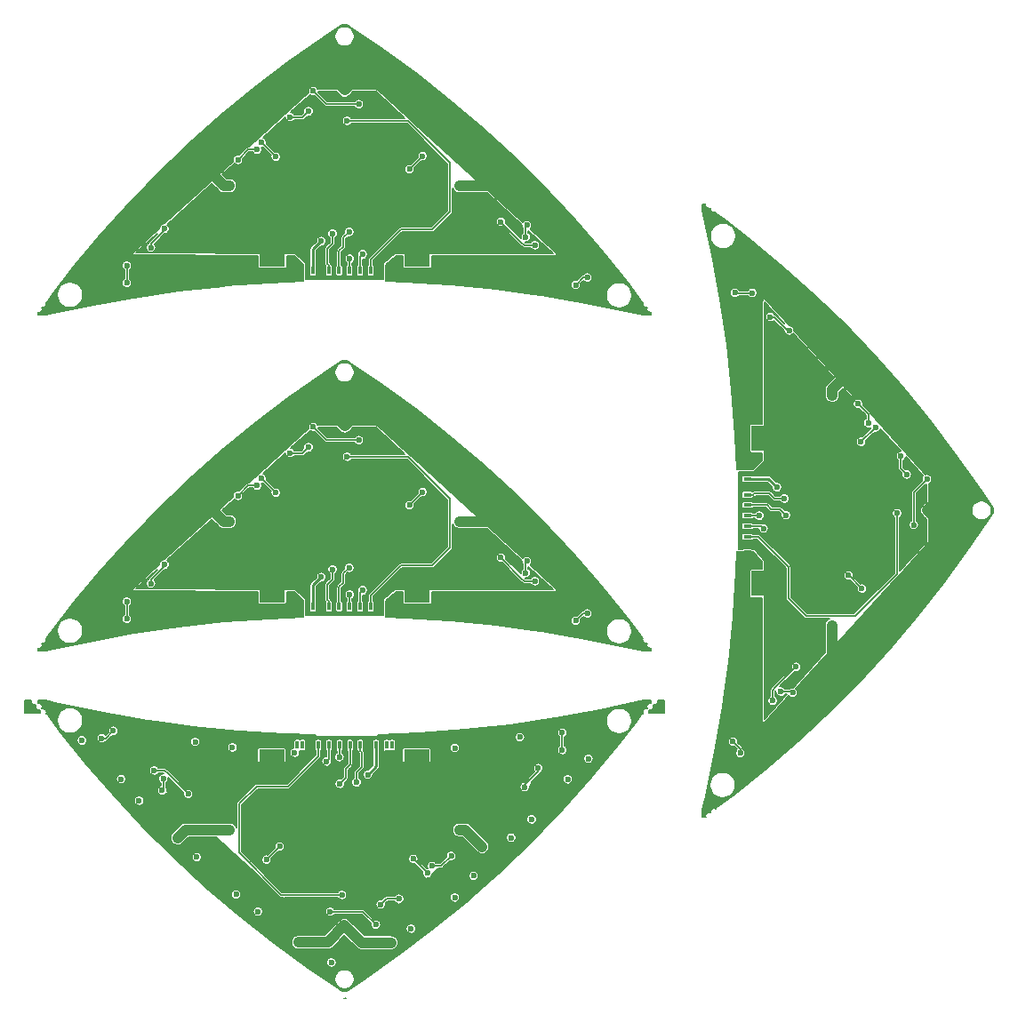
<source format=gbl>
G04 #@! TF.GenerationSoftware,KiCad,Pcbnew,5.1.2*
G04 #@! TF.CreationDate,2019-06-04T19:46:48+02:00*
G04 #@! TF.ProjectId,ohren,6f687265-6e2e-46b6-9963-61645f706362,rev?*
G04 #@! TF.SameCoordinates,Original*
G04 #@! TF.FileFunction,Copper,L2,Bot*
G04 #@! TF.FilePolarity,Positive*
%FSLAX46Y46*%
G04 Gerber Fmt 4.6, Leading zero omitted, Abs format (unit mm)*
G04 Created by KiCad (PCBNEW 5.1.2) date 2019-06-04 19:46:48*
%MOMM*%
%LPD*%
G04 APERTURE LIST*
%ADD10C,0.100000*%
%ADD11C,5.600000*%
%ADD12C,0.500000*%
%ADD13R,0.800000X0.300000*%
%ADD14R,3.050000X2.400000*%
%ADD15R,0.300000X0.800000*%
%ADD16R,2.400000X3.050000*%
%ADD17C,0.600000*%
%ADD18C,1.000000*%
%ADD19C,0.127000*%
%ADD20C,0.250000*%
G04 APERTURE END LIST*
D10*
G36*
X184574504Y-147201204D02*
G01*
X184598773Y-147204804D01*
X184622571Y-147210765D01*
X184645671Y-147219030D01*
X184667849Y-147229520D01*
X184688893Y-147242133D01*
X184708598Y-147256747D01*
X184726777Y-147273223D01*
X184743253Y-147291402D01*
X184757867Y-147311107D01*
X184770480Y-147332151D01*
X184780970Y-147354329D01*
X184789235Y-147377429D01*
X184795196Y-147401227D01*
X184798796Y-147425496D01*
X184800000Y-147450000D01*
X184800000Y-152550000D01*
X184798796Y-152574504D01*
X184795196Y-152598773D01*
X184789235Y-152622571D01*
X184780970Y-152645671D01*
X184770480Y-152667849D01*
X184757867Y-152688893D01*
X184743253Y-152708598D01*
X184726777Y-152726777D01*
X184708598Y-152743253D01*
X184688893Y-152757867D01*
X184667849Y-152770480D01*
X184645671Y-152780970D01*
X184622571Y-152789235D01*
X184598773Y-152795196D01*
X184574504Y-152798796D01*
X184550000Y-152800000D01*
X179450000Y-152800000D01*
X179425496Y-152798796D01*
X179401227Y-152795196D01*
X179377429Y-152789235D01*
X179354329Y-152780970D01*
X179332151Y-152770480D01*
X179311107Y-152757867D01*
X179291402Y-152743253D01*
X179273223Y-152726777D01*
X179256747Y-152708598D01*
X179242133Y-152688893D01*
X179229520Y-152667849D01*
X179219030Y-152645671D01*
X179210765Y-152622571D01*
X179204804Y-152598773D01*
X179201204Y-152574504D01*
X179200000Y-152550000D01*
X179200000Y-147450000D01*
X179201204Y-147425496D01*
X179204804Y-147401227D01*
X179210765Y-147377429D01*
X179219030Y-147354329D01*
X179229520Y-147332151D01*
X179242133Y-147311107D01*
X179256747Y-147291402D01*
X179273223Y-147273223D01*
X179291402Y-147256747D01*
X179311107Y-147242133D01*
X179332151Y-147229520D01*
X179354329Y-147219030D01*
X179377429Y-147210765D01*
X179401227Y-147204804D01*
X179425496Y-147201204D01*
X179450000Y-147200000D01*
X184550000Y-147200000D01*
X184574504Y-147201204D01*
X184574504Y-147201204D01*
G37*
D11*
X182000000Y-150000000D03*
D12*
X179450000Y-147450000D03*
X180725000Y-147450000D03*
X182000000Y-147450000D03*
X183275000Y-147450000D03*
X184550000Y-147450000D03*
X179450000Y-148725000D03*
X180725000Y-148725000D03*
X182000000Y-148725000D03*
X183275000Y-148725000D03*
X184550000Y-148725000D03*
X179450000Y-150000000D03*
X180725000Y-150000000D03*
X182000000Y-150000000D03*
X183275000Y-150000000D03*
X184550000Y-150000000D03*
X179450000Y-151275000D03*
X180725000Y-151275000D03*
X182000000Y-151275000D03*
X183275000Y-151275000D03*
X184550000Y-151275000D03*
X179450000Y-152550000D03*
X180725000Y-152550000D03*
X182000000Y-152550000D03*
X183275000Y-152550000D03*
X184550000Y-152550000D03*
D13*
X172860000Y-154490000D03*
X172860000Y-153990000D03*
X172860000Y-153490000D03*
X172860000Y-152990000D03*
X172860000Y-152490000D03*
X172860000Y-151990000D03*
X172860000Y-151490000D03*
X172860000Y-150990000D03*
X172860000Y-150490000D03*
X172860000Y-149990000D03*
X172860000Y-149490000D03*
X172860000Y-148990000D03*
X172860000Y-148490000D03*
X172860000Y-147990000D03*
X172860000Y-147490000D03*
X172860000Y-146990000D03*
X172860000Y-146490000D03*
X172860000Y-145990000D03*
D14*
X174785000Y-156940000D03*
X174785000Y-143130000D03*
D13*
X172860000Y-145490000D03*
D10*
G36*
X137074504Y-178701204D02*
G01*
X137098773Y-178704804D01*
X137122571Y-178710765D01*
X137145671Y-178719030D01*
X137167849Y-178729520D01*
X137188893Y-178742133D01*
X137208598Y-178756747D01*
X137226777Y-178773223D01*
X137243253Y-178791402D01*
X137257867Y-178811107D01*
X137270480Y-178832151D01*
X137280970Y-178854329D01*
X137289235Y-178877429D01*
X137295196Y-178901227D01*
X137298796Y-178925496D01*
X137300000Y-178950000D01*
X137300000Y-184050000D01*
X137298796Y-184074504D01*
X137295196Y-184098773D01*
X137289235Y-184122571D01*
X137280970Y-184145671D01*
X137270480Y-184167849D01*
X137257867Y-184188893D01*
X137243253Y-184208598D01*
X137226777Y-184226777D01*
X137208598Y-184243253D01*
X137188893Y-184257867D01*
X137167849Y-184270480D01*
X137145671Y-184280970D01*
X137122571Y-184289235D01*
X137098773Y-184295196D01*
X137074504Y-184298796D01*
X137050000Y-184300000D01*
X131950000Y-184300000D01*
X131925496Y-184298796D01*
X131901227Y-184295196D01*
X131877429Y-184289235D01*
X131854329Y-184280970D01*
X131832151Y-184270480D01*
X131811107Y-184257867D01*
X131791402Y-184243253D01*
X131773223Y-184226777D01*
X131756747Y-184208598D01*
X131742133Y-184188893D01*
X131729520Y-184167849D01*
X131719030Y-184145671D01*
X131710765Y-184122571D01*
X131704804Y-184098773D01*
X131701204Y-184074504D01*
X131700000Y-184050000D01*
X131700000Y-178950000D01*
X131701204Y-178925496D01*
X131704804Y-178901227D01*
X131710765Y-178877429D01*
X131719030Y-178854329D01*
X131729520Y-178832151D01*
X131742133Y-178811107D01*
X131756747Y-178791402D01*
X131773223Y-178773223D01*
X131791402Y-178756747D01*
X131811107Y-178742133D01*
X131832151Y-178729520D01*
X131854329Y-178719030D01*
X131877429Y-178710765D01*
X131901227Y-178704804D01*
X131925496Y-178701204D01*
X131950000Y-178700000D01*
X137050000Y-178700000D01*
X137074504Y-178701204D01*
X137074504Y-178701204D01*
G37*
D11*
X134500000Y-181500000D03*
D12*
X137050000Y-178950000D03*
X137050000Y-180225000D03*
X137050000Y-181500000D03*
X137050000Y-182775000D03*
X137050000Y-184050000D03*
X135775000Y-178950000D03*
X135775000Y-180225000D03*
X135775000Y-181500000D03*
X135775000Y-182775000D03*
X135775000Y-184050000D03*
X134500000Y-178950000D03*
X134500000Y-180225000D03*
X134500000Y-181500000D03*
X134500000Y-182775000D03*
X134500000Y-184050000D03*
X133225000Y-178950000D03*
X133225000Y-180225000D03*
X133225000Y-181500000D03*
X133225000Y-182775000D03*
X133225000Y-184050000D03*
X131950000Y-178950000D03*
X131950000Y-180225000D03*
X131950000Y-181500000D03*
X131950000Y-182775000D03*
X131950000Y-184050000D03*
D15*
X130010000Y-172360000D03*
X130510000Y-172360000D03*
X131010000Y-172360000D03*
X131510000Y-172360000D03*
X132010000Y-172360000D03*
X132510000Y-172360000D03*
X133010000Y-172360000D03*
X133510000Y-172360000D03*
X134010000Y-172360000D03*
X134510000Y-172360000D03*
X135010000Y-172360000D03*
X135510000Y-172360000D03*
X136010000Y-172360000D03*
X136510000Y-172360000D03*
X137010000Y-172360000D03*
X137510000Y-172360000D03*
X138010000Y-172360000D03*
X138510000Y-172360000D03*
D16*
X127560000Y-174285000D03*
X141370000Y-174285000D03*
D15*
X139010000Y-172360000D03*
D10*
G36*
X137074504Y-115201204D02*
G01*
X137098773Y-115204804D01*
X137122571Y-115210765D01*
X137145671Y-115219030D01*
X137167849Y-115229520D01*
X137188893Y-115242133D01*
X137208598Y-115256747D01*
X137226777Y-115273223D01*
X137243253Y-115291402D01*
X137257867Y-115311107D01*
X137270480Y-115332151D01*
X137280970Y-115354329D01*
X137289235Y-115377429D01*
X137295196Y-115401227D01*
X137298796Y-115425496D01*
X137300000Y-115450000D01*
X137300000Y-120550000D01*
X137298796Y-120574504D01*
X137295196Y-120598773D01*
X137289235Y-120622571D01*
X137280970Y-120645671D01*
X137270480Y-120667849D01*
X137257867Y-120688893D01*
X137243253Y-120708598D01*
X137226777Y-120726777D01*
X137208598Y-120743253D01*
X137188893Y-120757867D01*
X137167849Y-120770480D01*
X137145671Y-120780970D01*
X137122571Y-120789235D01*
X137098773Y-120795196D01*
X137074504Y-120798796D01*
X137050000Y-120800000D01*
X131950000Y-120800000D01*
X131925496Y-120798796D01*
X131901227Y-120795196D01*
X131877429Y-120789235D01*
X131854329Y-120780970D01*
X131832151Y-120770480D01*
X131811107Y-120757867D01*
X131791402Y-120743253D01*
X131773223Y-120726777D01*
X131756747Y-120708598D01*
X131742133Y-120688893D01*
X131729520Y-120667849D01*
X131719030Y-120645671D01*
X131710765Y-120622571D01*
X131704804Y-120598773D01*
X131701204Y-120574504D01*
X131700000Y-120550000D01*
X131700000Y-115450000D01*
X131701204Y-115425496D01*
X131704804Y-115401227D01*
X131710765Y-115377429D01*
X131719030Y-115354329D01*
X131729520Y-115332151D01*
X131742133Y-115311107D01*
X131756747Y-115291402D01*
X131773223Y-115273223D01*
X131791402Y-115256747D01*
X131811107Y-115242133D01*
X131832151Y-115229520D01*
X131854329Y-115219030D01*
X131877429Y-115210765D01*
X131901227Y-115204804D01*
X131925496Y-115201204D01*
X131950000Y-115200000D01*
X137050000Y-115200000D01*
X137074504Y-115201204D01*
X137074504Y-115201204D01*
G37*
D11*
X134500000Y-118000000D03*
D12*
X131950000Y-120550000D03*
X131950000Y-119275000D03*
X131950000Y-118000000D03*
X131950000Y-116725000D03*
X131950000Y-115450000D03*
X133225000Y-120550000D03*
X133225000Y-119275000D03*
X133225000Y-118000000D03*
X133225000Y-116725000D03*
X133225000Y-115450000D03*
X134500000Y-120550000D03*
X134500000Y-119275000D03*
X134500000Y-118000000D03*
X134500000Y-116725000D03*
X134500000Y-115450000D03*
X135775000Y-120550000D03*
X135775000Y-119275000D03*
X135775000Y-118000000D03*
X135775000Y-116725000D03*
X135775000Y-115450000D03*
X137050000Y-120550000D03*
X137050000Y-119275000D03*
X137050000Y-118000000D03*
X137050000Y-116725000D03*
X137050000Y-115450000D03*
D15*
X138990000Y-127140000D03*
X138490000Y-127140000D03*
X137990000Y-127140000D03*
X137490000Y-127140000D03*
X136990000Y-127140000D03*
X136490000Y-127140000D03*
X135990000Y-127140000D03*
X135490000Y-127140000D03*
X134990000Y-127140000D03*
X134490000Y-127140000D03*
X133990000Y-127140000D03*
X133490000Y-127140000D03*
X132990000Y-127140000D03*
X132490000Y-127140000D03*
X131990000Y-127140000D03*
X131490000Y-127140000D03*
X130990000Y-127140000D03*
X130490000Y-127140000D03*
D16*
X141440000Y-125215000D03*
X127630000Y-125215000D03*
D15*
X129990000Y-127140000D03*
D12*
X137050000Y-147450000D03*
X137050000Y-148725000D03*
X137050000Y-150000000D03*
X137050000Y-151275000D03*
X137050000Y-152550000D03*
X135775000Y-147450000D03*
X135775000Y-148725000D03*
X135775000Y-150000000D03*
X135775000Y-151275000D03*
X135775000Y-152550000D03*
X134500000Y-147450000D03*
X134500000Y-148725000D03*
X134500000Y-150000000D03*
X134500000Y-151275000D03*
X134500000Y-152550000D03*
X133225000Y-147450000D03*
X133225000Y-148725000D03*
X133225000Y-150000000D03*
X133225000Y-151275000D03*
X133225000Y-152550000D03*
X131950000Y-147450000D03*
X131950000Y-148725000D03*
X131950000Y-150000000D03*
X131950000Y-151275000D03*
X131950000Y-152550000D03*
D10*
G36*
X137074504Y-147201204D02*
G01*
X137098773Y-147204804D01*
X137122571Y-147210765D01*
X137145671Y-147219030D01*
X137167849Y-147229520D01*
X137188893Y-147242133D01*
X137208598Y-147256747D01*
X137226777Y-147273223D01*
X137243253Y-147291402D01*
X137257867Y-147311107D01*
X137270480Y-147332151D01*
X137280970Y-147354329D01*
X137289235Y-147377429D01*
X137295196Y-147401227D01*
X137298796Y-147425496D01*
X137300000Y-147450000D01*
X137300000Y-152550000D01*
X137298796Y-152574504D01*
X137295196Y-152598773D01*
X137289235Y-152622571D01*
X137280970Y-152645671D01*
X137270480Y-152667849D01*
X137257867Y-152688893D01*
X137243253Y-152708598D01*
X137226777Y-152726777D01*
X137208598Y-152743253D01*
X137188893Y-152757867D01*
X137167849Y-152770480D01*
X137145671Y-152780970D01*
X137122571Y-152789235D01*
X137098773Y-152795196D01*
X137074504Y-152798796D01*
X137050000Y-152800000D01*
X131950000Y-152800000D01*
X131925496Y-152798796D01*
X131901227Y-152795196D01*
X131877429Y-152789235D01*
X131854329Y-152780970D01*
X131832151Y-152770480D01*
X131811107Y-152757867D01*
X131791402Y-152743253D01*
X131773223Y-152726777D01*
X131756747Y-152708598D01*
X131742133Y-152688893D01*
X131729520Y-152667849D01*
X131719030Y-152645671D01*
X131710765Y-152622571D01*
X131704804Y-152598773D01*
X131701204Y-152574504D01*
X131700000Y-152550000D01*
X131700000Y-147450000D01*
X131701204Y-147425496D01*
X131704804Y-147401227D01*
X131710765Y-147377429D01*
X131719030Y-147354329D01*
X131729520Y-147332151D01*
X131742133Y-147311107D01*
X131756747Y-147291402D01*
X131773223Y-147273223D01*
X131791402Y-147256747D01*
X131811107Y-147242133D01*
X131832151Y-147229520D01*
X131854329Y-147219030D01*
X131877429Y-147210765D01*
X131901227Y-147204804D01*
X131925496Y-147201204D01*
X131950000Y-147200000D01*
X137050000Y-147200000D01*
X137074504Y-147201204D01*
X137074504Y-147201204D01*
G37*
D11*
X134500000Y-150000000D03*
D15*
X129990000Y-159140000D03*
D16*
X127630000Y-157215000D03*
X141440000Y-157215000D03*
D15*
X130490000Y-159140000D03*
X130990000Y-159140000D03*
X131490000Y-159140000D03*
X131990000Y-159140000D03*
X132490000Y-159140000D03*
X132990000Y-159140000D03*
X133490000Y-159140000D03*
X133990000Y-159140000D03*
X134490000Y-159140000D03*
X134990000Y-159140000D03*
X135490000Y-159140000D03*
X135990000Y-159140000D03*
X136490000Y-159140000D03*
X136990000Y-159140000D03*
X137490000Y-159140000D03*
X137990000Y-159140000D03*
X138490000Y-159140000D03*
X138990000Y-159140000D03*
D17*
X148570000Y-116470000D03*
X142740000Y-111290000D03*
X159510000Y-127600000D03*
X148720000Y-127460000D03*
X117800000Y-127900000D03*
X124000000Y-126880000D03*
X113240000Y-123900000D03*
X118630000Y-118330000D03*
X124000000Y-112640000D03*
X130080000Y-108330000D03*
X138870000Y-108370000D03*
X144830000Y-112920000D03*
X150380000Y-118310000D03*
X155770000Y-123910000D03*
X145180000Y-126930000D03*
X134510000Y-109962500D03*
X135750000Y-106450000D03*
X154070000Y-121860000D03*
X139250000Y-126430000D03*
X111270000Y-125850000D03*
X116680000Y-120080000D03*
X122210000Y-114700000D03*
X128170000Y-109660000D03*
X145467500Y-119060000D03*
X123532500Y-119060000D03*
X151760000Y-123950757D03*
X151860000Y-122823757D03*
X156520000Y-128510000D03*
X157620000Y-127810000D03*
X141936584Y-116234754D03*
X140681545Y-117498455D03*
X149390000Y-122496747D03*
X152620000Y-124730000D03*
X135870000Y-111290000D03*
X131520000Y-110040000D03*
X132281089Y-124326265D03*
X128280000Y-124390000D03*
X123370000Y-125030000D03*
X134970000Y-111960000D03*
X134270000Y-111950000D03*
X137830000Y-126860000D03*
X137640000Y-127470000D03*
X143760000Y-124390000D03*
X144460000Y-124390000D03*
X145160000Y-124390000D03*
X143760000Y-125090000D03*
X144460000Y-125090000D03*
X145160000Y-125090000D03*
X143090000Y-118160000D03*
X143790000Y-118160000D03*
X143090000Y-118860000D03*
X143790000Y-118860000D03*
X143090000Y-119560000D03*
X143790000Y-119560000D03*
X142390000Y-118160000D03*
X142700000Y-115900000D03*
X143230000Y-116290000D03*
X139090000Y-113450000D03*
X129910000Y-114010000D03*
X129910000Y-113310000D03*
X139240000Y-122480000D03*
X141690000Y-118160000D03*
X142390000Y-118860000D03*
X125360000Y-117670000D03*
X126060000Y-117670000D03*
X126760000Y-117670000D03*
X124660000Y-118370000D03*
X125360000Y-118370000D03*
X126060000Y-118370000D03*
X126760000Y-118370000D03*
X124660000Y-119070000D03*
X125360000Y-119070000D03*
X126060000Y-119070000D03*
X126760000Y-119070000D03*
X124660000Y-119770000D03*
X125360000Y-119770000D03*
X126060000Y-119770000D03*
X126760000Y-119770000D03*
X127460000Y-117670000D03*
X128160000Y-117670000D03*
X127460000Y-118370000D03*
X124660000Y-120470000D03*
X123960000Y-120470000D03*
X123260000Y-120470000D03*
X122560000Y-120470000D03*
X119370000Y-121640000D03*
X120070000Y-121640000D03*
X119370000Y-122340000D03*
X120070000Y-122340000D03*
X128330000Y-126420000D03*
X124070000Y-125030000D03*
X118670000Y-122340000D03*
X145860000Y-125090000D03*
X150460000Y-122450000D03*
X149060000Y-121630000D03*
X149910000Y-121820000D03*
X140440000Y-114630000D03*
X140920000Y-115120000D03*
X141390000Y-115620000D03*
X141560000Y-114990000D03*
X141060000Y-114490000D03*
X138390000Y-113450000D03*
X127810000Y-114010000D03*
X128510000Y-114010000D03*
X129210000Y-114010000D03*
X128510000Y-113310000D03*
X133426500Y-125320000D03*
X132340000Y-127500000D03*
X132150000Y-126880000D03*
X132200000Y-125760000D03*
X137020000Y-125090000D03*
X137020000Y-124390000D03*
X137720000Y-124390000D03*
X143060000Y-125090000D03*
X143060000Y-124390000D03*
X138030000Y-126060000D03*
X136220000Y-125590000D03*
X134990000Y-126010000D03*
X134947272Y-123460000D03*
X133358192Y-123618192D03*
X113770000Y-126679122D03*
X113760000Y-128324497D03*
X117350000Y-123150767D03*
X116060000Y-124960000D03*
X127954685Y-116313500D03*
X126591545Y-114951545D03*
X126167537Y-115629940D03*
X124340000Y-116601601D03*
X131065835Y-111964165D03*
X129316216Y-112517081D03*
X134750000Y-112880000D03*
X120430000Y-183030000D03*
X126260000Y-188210000D03*
X109490000Y-171900000D03*
X120280000Y-172040000D03*
X151200000Y-171600000D03*
X145000000Y-172620000D03*
X155760000Y-175600000D03*
X150370000Y-181170000D03*
X145000000Y-186860000D03*
X138920000Y-191170000D03*
X130130000Y-191130000D03*
X124170000Y-186580000D03*
X118620000Y-181190000D03*
X113230000Y-175590000D03*
X123820000Y-172570000D03*
X134490000Y-189537500D03*
X133250000Y-193050000D03*
X114930000Y-177640000D03*
X129750000Y-173070000D03*
X157730000Y-173650000D03*
X152320000Y-179420000D03*
X146790000Y-184800000D03*
X140830000Y-189840000D03*
X123532500Y-180440000D03*
X145467500Y-180440000D03*
X117240000Y-175549243D03*
X117140000Y-176676243D03*
X112480000Y-170990000D03*
X111380000Y-171690000D03*
X127063416Y-183265246D03*
X128318455Y-182001545D03*
X119610000Y-177003253D03*
X116380000Y-174770000D03*
X133130000Y-188210000D03*
X137480000Y-189460000D03*
X136718911Y-175173735D03*
X140720000Y-175110000D03*
X145630000Y-174470000D03*
X134030000Y-187540000D03*
X134730000Y-187550000D03*
X131170000Y-172640000D03*
X131360000Y-172030000D03*
X125240000Y-175110000D03*
X124540000Y-175110000D03*
X123840000Y-175110000D03*
X125240000Y-174410000D03*
X124540000Y-174410000D03*
X123840000Y-174410000D03*
X125910000Y-181340000D03*
X125210000Y-181340000D03*
X125910000Y-180640000D03*
X125210000Y-180640000D03*
X125910000Y-179940000D03*
X125210000Y-179940000D03*
X126610000Y-181340000D03*
X126300000Y-183600000D03*
X125770000Y-183210000D03*
X129910000Y-186050000D03*
X139090000Y-185490000D03*
X139090000Y-186190000D03*
X129760000Y-177020000D03*
X127310000Y-181340000D03*
X126610000Y-180640000D03*
X143640000Y-181830000D03*
X142940000Y-181830000D03*
X142240000Y-181830000D03*
X144340000Y-181130000D03*
X143640000Y-181130000D03*
X142940000Y-181130000D03*
X142240000Y-181130000D03*
X144340000Y-180430000D03*
X143640000Y-180430000D03*
X142940000Y-180430000D03*
X142240000Y-180430000D03*
X144340000Y-179730000D03*
X143640000Y-179730000D03*
X142940000Y-179730000D03*
X142240000Y-179730000D03*
X141540000Y-181830000D03*
X140840000Y-181830000D03*
X141540000Y-181130000D03*
X144340000Y-179030000D03*
X145040000Y-179030000D03*
X145740000Y-179030000D03*
X146440000Y-179030000D03*
X149630000Y-177860000D03*
X148930000Y-177860000D03*
X149630000Y-177160000D03*
X148930000Y-177160000D03*
X140670000Y-173080000D03*
X144930000Y-174470000D03*
X150330000Y-177160000D03*
X123140000Y-174410000D03*
X118540000Y-177050000D03*
X119940000Y-177870000D03*
X119090000Y-177680000D03*
X128560000Y-184870000D03*
X128080000Y-184380000D03*
X127610000Y-183880000D03*
X127440000Y-184510000D03*
X127940000Y-185010000D03*
X130610000Y-186050000D03*
X141190000Y-185490000D03*
X140490000Y-185490000D03*
X139790000Y-185490000D03*
X140490000Y-186190000D03*
X135573500Y-174180000D03*
X136660000Y-172000000D03*
X136850000Y-172620000D03*
X136800000Y-173740000D03*
X131980000Y-174410000D03*
X131980000Y-175110000D03*
X131280000Y-175110000D03*
X125940000Y-174410000D03*
X125940000Y-175110000D03*
X130970000Y-173440000D03*
X132780000Y-173910000D03*
X134010000Y-173490000D03*
X134052728Y-176040000D03*
X135641808Y-175881808D03*
X155230000Y-172820878D03*
X155240000Y-171175503D03*
X151650000Y-176349233D03*
X152940000Y-174540000D03*
X141045315Y-183186500D03*
X142408455Y-184548455D03*
X142832463Y-183870060D03*
X144660000Y-182898399D03*
X137934165Y-187535835D03*
X139683784Y-186982919D03*
X134250000Y-186620000D03*
X183530000Y-164070000D03*
X188710000Y-158240000D03*
X172400000Y-175010000D03*
X172540000Y-164220000D03*
X172100000Y-133300000D03*
X173120000Y-139500000D03*
X176100000Y-128740000D03*
X181670000Y-134130000D03*
X187360000Y-139500000D03*
X191670000Y-145580000D03*
X191630000Y-154370000D03*
X187080000Y-160330000D03*
X181690000Y-165880000D03*
X176090000Y-171270000D03*
X173070000Y-160680000D03*
X190037500Y-150010000D03*
X193550000Y-151250000D03*
X178140000Y-169570000D03*
X173570000Y-154750000D03*
X174150000Y-126770000D03*
X179920000Y-132180000D03*
X185300000Y-137710000D03*
X190340000Y-143670000D03*
X180940000Y-160967500D03*
X180940000Y-139032500D03*
X176049243Y-167260000D03*
X177176243Y-167360000D03*
X171490000Y-172020000D03*
X172190000Y-173120000D03*
X183765246Y-157436584D03*
X182501545Y-156181545D03*
X177503253Y-164890000D03*
X175270000Y-168120000D03*
X188710000Y-151370000D03*
X189960000Y-147020000D03*
X175673735Y-147781089D03*
X175610000Y-143780000D03*
X174970000Y-138870000D03*
X188040000Y-150470000D03*
X188050000Y-149770000D03*
X173140000Y-153330000D03*
X172530000Y-153140000D03*
X175610000Y-159260000D03*
X175610000Y-159960000D03*
X175610000Y-160660000D03*
X174910000Y-159260000D03*
X174910000Y-159960000D03*
X174910000Y-160660000D03*
X181840000Y-158590000D03*
X181840000Y-159290000D03*
X181140000Y-158590000D03*
X181140000Y-159290000D03*
X180440000Y-158590000D03*
X180440000Y-159290000D03*
X181840000Y-157890000D03*
X184100000Y-158200000D03*
X183710000Y-158730000D03*
X186550000Y-154590000D03*
X185990000Y-145410000D03*
X186690000Y-145410000D03*
X177520000Y-154740000D03*
X181840000Y-157190000D03*
X181140000Y-157890000D03*
X182330000Y-140860000D03*
X182330000Y-141560000D03*
X182330000Y-142260000D03*
X181630000Y-140160000D03*
X181630000Y-140860000D03*
X181630000Y-141560000D03*
X181630000Y-142260000D03*
X180930000Y-140160000D03*
X180930000Y-140860000D03*
X180930000Y-141560000D03*
X180930000Y-142260000D03*
X180230000Y-140160000D03*
X180230000Y-140860000D03*
X180230000Y-141560000D03*
X180230000Y-142260000D03*
X182330000Y-142960000D03*
X182330000Y-143660000D03*
X181630000Y-142960000D03*
X179530000Y-140160000D03*
X179530000Y-139460000D03*
X179530000Y-138760000D03*
X179530000Y-138060000D03*
X178360000Y-134870000D03*
X178360000Y-135570000D03*
X177660000Y-134870000D03*
X177660000Y-135570000D03*
X173580000Y-143830000D03*
X174970000Y-139570000D03*
X177660000Y-134170000D03*
X174910000Y-161360000D03*
X177550000Y-165960000D03*
X178370000Y-164560000D03*
X178180000Y-165410000D03*
X185370000Y-155940000D03*
X184880000Y-156420000D03*
X184380000Y-156890000D03*
X185010000Y-157060000D03*
X185510000Y-156560000D03*
X186550000Y-153890000D03*
X185990000Y-143310000D03*
X185990000Y-144010000D03*
X185990000Y-144710000D03*
X186690000Y-144010000D03*
X174680000Y-148926500D03*
X172500000Y-147840000D03*
X173120000Y-147650000D03*
X174240000Y-147700000D03*
X174910000Y-152520000D03*
X175610000Y-152520000D03*
X175610000Y-153220000D03*
X174910000Y-158560000D03*
X175610000Y-158560000D03*
X173940000Y-153530000D03*
X174410000Y-151720000D03*
X173990000Y-150490000D03*
X176540000Y-150447272D03*
X176381808Y-148858192D03*
X173320878Y-129270000D03*
X171675503Y-129260000D03*
X176849233Y-132850000D03*
X175040000Y-131560000D03*
X183686500Y-143454685D03*
X185048455Y-142091545D03*
X184370060Y-141667537D03*
X183398399Y-139840000D03*
X188035835Y-146565835D03*
X187482919Y-144816216D03*
X187120000Y-150250000D03*
X142740000Y-143290000D03*
X148570000Y-148470000D03*
X154070000Y-153860000D03*
X159510000Y-159600000D03*
X148720000Y-159460000D03*
X117800000Y-159900000D03*
X124000000Y-158880000D03*
X113240000Y-155900000D03*
X118630000Y-150330000D03*
X124000000Y-144640000D03*
X130080000Y-140330000D03*
X138870000Y-140370000D03*
X144830000Y-144920000D03*
X150380000Y-150310000D03*
X155770000Y-155910000D03*
X145180000Y-158930000D03*
X134510000Y-141962500D03*
X135750000Y-138450000D03*
X139250000Y-158430000D03*
X111270000Y-157850000D03*
X116680000Y-152080000D03*
X122210000Y-146700000D03*
X128170000Y-141660000D03*
X145467500Y-151060000D03*
X123532500Y-151060000D03*
X151760000Y-155950757D03*
X151860000Y-154823757D03*
X156520000Y-160510000D03*
X157620000Y-159810000D03*
X141936584Y-148234754D03*
X140681545Y-149498455D03*
X149390000Y-154496747D03*
X152620000Y-156730000D03*
X135870000Y-143290000D03*
X131520000Y-142040000D03*
X132281089Y-156326265D03*
X139090000Y-145450000D03*
X129910000Y-146010000D03*
X129910000Y-145310000D03*
X139240000Y-154480000D03*
X142700000Y-147900000D03*
X143230000Y-148290000D03*
X128280000Y-156390000D03*
X123370000Y-157030000D03*
X134970000Y-143960000D03*
X134270000Y-143950000D03*
X137830000Y-158860000D03*
X137640000Y-159470000D03*
X143760000Y-156390000D03*
X144460000Y-156390000D03*
X145160000Y-156390000D03*
X143760000Y-157090000D03*
X144460000Y-157090000D03*
X145160000Y-157090000D03*
X143090000Y-150160000D03*
X143790000Y-150160000D03*
X143090000Y-150860000D03*
X143790000Y-150860000D03*
X143090000Y-151560000D03*
X143790000Y-151560000D03*
X142390000Y-150160000D03*
X141690000Y-150160000D03*
X142390000Y-150860000D03*
X125360000Y-149670000D03*
X126060000Y-149670000D03*
X126760000Y-149670000D03*
X124660000Y-150370000D03*
X125360000Y-150370000D03*
X126060000Y-150370000D03*
X126760000Y-150370000D03*
X124660000Y-151070000D03*
X125360000Y-151070000D03*
X126060000Y-151070000D03*
X126760000Y-151070000D03*
X124660000Y-151770000D03*
X125360000Y-151770000D03*
X126060000Y-151770000D03*
X126760000Y-151770000D03*
X127460000Y-149670000D03*
X128160000Y-149670000D03*
X127460000Y-150370000D03*
X124660000Y-152470000D03*
X123960000Y-152470000D03*
X123260000Y-152470000D03*
X122560000Y-152470000D03*
X119370000Y-153640000D03*
X120070000Y-153640000D03*
X119370000Y-154340000D03*
X120070000Y-154340000D03*
X128330000Y-158420000D03*
X124070000Y-157030000D03*
X118670000Y-154340000D03*
X145860000Y-157090000D03*
X150460000Y-154450000D03*
X149060000Y-153630000D03*
X149910000Y-153820000D03*
X140440000Y-146630000D03*
X140920000Y-147120000D03*
X141390000Y-147620000D03*
X141560000Y-146990000D03*
X141060000Y-146490000D03*
X138390000Y-145450000D03*
X127810000Y-146010000D03*
X128510000Y-146010000D03*
X129210000Y-146010000D03*
X128510000Y-145310000D03*
X133426500Y-157320000D03*
X132340000Y-159500000D03*
X132150000Y-158880000D03*
X132200000Y-157760000D03*
X137020000Y-157090000D03*
X137020000Y-156390000D03*
X137720000Y-156390000D03*
X143060000Y-157090000D03*
X143060000Y-156390000D03*
X138030000Y-158060000D03*
X136220000Y-157590000D03*
X134990000Y-158010000D03*
X134947272Y-155460000D03*
X133358192Y-155618192D03*
X113770000Y-158679122D03*
X113760000Y-160324497D03*
X117350000Y-155150767D03*
X116060000Y-156960000D03*
X127954685Y-148313500D03*
X126591545Y-146951545D03*
X126167537Y-147629940D03*
X124340000Y-148601601D03*
X131065835Y-143964165D03*
X129316216Y-144517081D03*
X134750000Y-144880000D03*
D18*
X138870000Y-108370000D02*
X136102500Y-108370000D01*
X122992233Y-119060000D02*
X121411091Y-117478858D01*
X123532500Y-119060000D02*
X122992233Y-119060000D01*
X136102500Y-108370000D02*
X134510000Y-109962500D01*
X132877500Y-108330000D02*
X130080000Y-108330000D01*
X134510000Y-109962500D02*
X132877500Y-108330000D01*
X149630000Y-119060000D02*
X150380000Y-118310000D01*
X145467500Y-119060000D02*
X149630000Y-119060000D01*
D19*
X151760000Y-123950757D02*
X151760000Y-122923757D01*
X151760000Y-122923757D02*
X151860000Y-122823757D01*
X156520000Y-128510000D02*
X157220000Y-127810000D01*
X157220000Y-127810000D02*
X157620000Y-127810000D01*
X141936584Y-116234754D02*
X140681545Y-117489793D01*
X140681545Y-117489793D02*
X140681545Y-117498455D01*
X151343253Y-124450000D02*
X149390000Y-122496747D01*
X151623253Y-124730000D02*
X151343253Y-124450000D01*
X152620000Y-124730000D02*
X151623253Y-124730000D01*
X135870000Y-111290000D02*
X132770000Y-111290000D01*
X132770000Y-111290000D02*
X131520000Y-110040000D01*
D20*
X131490000Y-127140000D02*
X131490000Y-125117354D01*
X131490000Y-125117354D02*
X132281089Y-124326265D01*
D19*
X143230000Y-116290000D02*
X143230000Y-118020000D01*
X139090000Y-113450000D02*
X140270000Y-114630000D01*
X149060000Y-121630000D02*
X145860000Y-124830000D01*
X137020000Y-125090000D02*
X137020000Y-125580000D01*
X140440000Y-114630000D02*
X140920000Y-114630000D01*
X140270000Y-114630000D02*
X140440000Y-114630000D01*
X139240000Y-122870000D02*
X139240000Y-122480000D01*
X132230000Y-126880000D02*
X132490000Y-127140000D01*
X141560000Y-114990000D02*
X141560000Y-115450000D01*
X136490000Y-126110000D02*
X136490000Y-127140000D01*
X141430000Y-115120000D02*
X141560000Y-114990000D01*
X145860000Y-124830000D02*
X145860000Y-125090000D01*
X141060000Y-114490000D02*
X141060000Y-114980000D01*
X138030000Y-126660000D02*
X137830000Y-126860000D01*
X132150000Y-126880000D02*
X132230000Y-126880000D01*
X141060000Y-114980000D02*
X140920000Y-115120000D01*
X149720000Y-121630000D02*
X149910000Y-121820000D01*
X138030000Y-126060000D02*
X138030000Y-126660000D01*
X140920000Y-115120000D02*
X141430000Y-115120000D01*
X137720000Y-124390000D02*
X139240000Y-122870000D01*
X137020000Y-125580000D02*
X136490000Y-126110000D01*
X142420000Y-115620000D02*
X142700000Y-115900000D01*
X141390000Y-115620000D02*
X142420000Y-115620000D01*
X149910000Y-121820000D02*
X149910000Y-121900000D01*
X149060000Y-121630000D02*
X149720000Y-121630000D01*
X137020000Y-125090000D02*
X137020000Y-124390000D01*
X140920000Y-114630000D02*
X141060000Y-114490000D01*
X143230000Y-118020000D02*
X143090000Y-118160000D01*
X142700000Y-115900000D02*
X142840000Y-115900000D01*
X142840000Y-115900000D02*
X143230000Y-116290000D01*
X137830000Y-127280000D02*
X137640000Y-127470000D01*
X137830000Y-126860000D02*
X137830000Y-127280000D01*
X138390000Y-113450000D02*
X139090000Y-113450000D01*
X137020000Y-124390000D02*
X137720000Y-124390000D01*
D20*
X133490000Y-125383500D02*
X133490000Y-127140000D01*
X133426500Y-125320000D02*
X133490000Y-125383500D01*
D19*
X149910000Y-121900000D02*
X150460000Y-122450000D01*
X141560000Y-115450000D02*
X141390000Y-115620000D01*
X135990000Y-125820000D02*
X136220000Y-125590000D01*
X135990000Y-127140000D02*
X135990000Y-125820000D01*
X134990000Y-127140000D02*
X134990000Y-126010000D01*
X133990000Y-127140000D02*
X133990000Y-125280000D01*
X133990000Y-125280000D02*
X134390000Y-124880000D01*
X134390000Y-124017272D02*
X134947272Y-123460000D01*
X134390000Y-124880000D02*
X134390000Y-124017272D01*
X133358192Y-124042456D02*
X133360000Y-124044264D01*
X133358192Y-123618192D02*
X133358192Y-124042456D01*
X132990000Y-126613000D02*
X132990000Y-127140000D01*
X132862999Y-126485999D02*
X132990000Y-126613000D01*
X132862999Y-125049519D02*
X132862999Y-126485999D01*
X133358192Y-124554326D02*
X132862999Y-125049519D01*
X133358192Y-124042456D02*
X133358192Y-124554326D01*
X113770000Y-126679122D02*
X113770000Y-128314497D01*
X113770000Y-128314497D02*
X113760000Y-128324497D01*
X117330000Y-123330000D02*
X116060000Y-124600000D01*
X116060000Y-124600000D02*
X116060000Y-124960000D01*
X127954685Y-116313500D02*
X126592730Y-114951545D01*
X126592730Y-114951545D02*
X126591545Y-114951545D01*
X126167537Y-115629940D02*
X125311661Y-115629940D01*
X125311661Y-115629940D02*
X124340000Y-116601601D01*
X131065835Y-111964165D02*
X130512919Y-112517081D01*
X130512919Y-112517081D02*
X129316216Y-112517081D01*
X139940000Y-112880000D02*
X134750000Y-112880000D01*
X139940000Y-112880000D02*
X139960000Y-112880000D01*
X140260000Y-112880000D02*
X139940000Y-112880000D01*
X140550000Y-112880000D02*
X140260000Y-112880000D01*
X136990000Y-127140000D02*
X136990000Y-126113000D01*
X139863000Y-123240000D02*
X142880000Y-123240000D01*
X142880000Y-123240000D02*
X144570000Y-121550000D01*
X144570000Y-121550000D02*
X144570000Y-116900000D01*
X136990000Y-126113000D02*
X139863000Y-123240000D01*
X144570000Y-116900000D02*
X140550000Y-112880000D01*
D18*
X130130000Y-191130000D02*
X132897500Y-191130000D01*
X146007767Y-180440000D02*
X147588909Y-182021142D01*
X145467500Y-180440000D02*
X146007767Y-180440000D01*
X132897500Y-191130000D02*
X134490000Y-189537500D01*
X136122500Y-191170000D02*
X138920000Y-191170000D01*
X134490000Y-189537500D02*
X136122500Y-191170000D01*
X119370000Y-180440000D02*
X118620000Y-181190000D01*
X123532500Y-180440000D02*
X119370000Y-180440000D01*
D19*
X117240000Y-175549243D02*
X117240000Y-176576243D01*
X117240000Y-176576243D02*
X117140000Y-176676243D01*
X112480000Y-170990000D02*
X111780000Y-171690000D01*
X111780000Y-171690000D02*
X111380000Y-171690000D01*
X127063416Y-183265246D02*
X128318455Y-182010207D01*
X128318455Y-182010207D02*
X128318455Y-182001545D01*
X117656747Y-175050000D02*
X119610000Y-177003253D01*
X117376747Y-174770000D02*
X117656747Y-175050000D01*
X116380000Y-174770000D02*
X117376747Y-174770000D01*
X133130000Y-188210000D02*
X136230000Y-188210000D01*
X136230000Y-188210000D02*
X137480000Y-189460000D01*
D20*
X137510000Y-172360000D02*
X137510000Y-174382646D01*
X137510000Y-174382646D02*
X136718911Y-175173735D01*
D19*
X125770000Y-183210000D02*
X125770000Y-181480000D01*
X129910000Y-186050000D02*
X128730000Y-184870000D01*
X119940000Y-177870000D02*
X123140000Y-174670000D01*
X131980000Y-174410000D02*
X131980000Y-173920000D01*
X128560000Y-184870000D02*
X128080000Y-184870000D01*
X128730000Y-184870000D02*
X128560000Y-184870000D01*
X129760000Y-176630000D02*
X129760000Y-177020000D01*
X136770000Y-172620000D02*
X136510000Y-172360000D01*
X127440000Y-184510000D02*
X127440000Y-184050000D01*
X132510000Y-173390000D02*
X132510000Y-172360000D01*
X127570000Y-184380000D02*
X127440000Y-184510000D01*
X123140000Y-174670000D02*
X123140000Y-174410000D01*
X127940000Y-185010000D02*
X127940000Y-184520000D01*
X130970000Y-172840000D02*
X131170000Y-172640000D01*
X136850000Y-172620000D02*
X136770000Y-172620000D01*
X127940000Y-184520000D02*
X128080000Y-184380000D01*
X119280000Y-177870000D02*
X119090000Y-177680000D01*
X130970000Y-173440000D02*
X130970000Y-172840000D01*
X128080000Y-184380000D02*
X127570000Y-184380000D01*
X131280000Y-175110000D02*
X129760000Y-176630000D01*
X131980000Y-173920000D02*
X132510000Y-173390000D01*
X126580000Y-183880000D02*
X126300000Y-183600000D01*
X127610000Y-183880000D02*
X126580000Y-183880000D01*
X119090000Y-177680000D02*
X119090000Y-177600000D01*
X119940000Y-177870000D02*
X119280000Y-177870000D01*
X131980000Y-174410000D02*
X131980000Y-175110000D01*
X128080000Y-184870000D02*
X127940000Y-185010000D01*
X125770000Y-181480000D02*
X125910000Y-181340000D01*
X126300000Y-183600000D02*
X126160000Y-183600000D01*
X126160000Y-183600000D02*
X125770000Y-183210000D01*
X131170000Y-172220000D02*
X131360000Y-172030000D01*
X131170000Y-172640000D02*
X131170000Y-172220000D01*
X130610000Y-186050000D02*
X129910000Y-186050000D01*
X131980000Y-175110000D02*
X131280000Y-175110000D01*
D20*
X135510000Y-174116500D02*
X135510000Y-172360000D01*
X135573500Y-174180000D02*
X135510000Y-174116500D01*
D19*
X119090000Y-177600000D02*
X118540000Y-177050000D01*
X127440000Y-184050000D02*
X127610000Y-183880000D01*
X133010000Y-173680000D02*
X132780000Y-173910000D01*
X133010000Y-172360000D02*
X133010000Y-173680000D01*
X134010000Y-172360000D02*
X134010000Y-173490000D01*
X135010000Y-172360000D02*
X135010000Y-174220000D01*
X135010000Y-174220000D02*
X134610000Y-174620000D01*
X134610000Y-175482728D02*
X134052728Y-176040000D01*
X134610000Y-174620000D02*
X134610000Y-175482728D01*
X135641808Y-175457544D02*
X135640000Y-175455736D01*
X135641808Y-175881808D02*
X135641808Y-175457544D01*
X136010000Y-172887000D02*
X136010000Y-172360000D01*
X136137001Y-173014001D02*
X136010000Y-172887000D01*
X136137001Y-174450481D02*
X136137001Y-173014001D01*
X135641808Y-174945674D02*
X136137001Y-174450481D01*
X135641808Y-175457544D02*
X135641808Y-174945674D01*
X155230000Y-172820878D02*
X155230000Y-171185503D01*
X155230000Y-171185503D02*
X155240000Y-171175503D01*
X151670000Y-176170000D02*
X152940000Y-174900000D01*
X152940000Y-174900000D02*
X152940000Y-174540000D01*
X141045315Y-183186500D02*
X142407270Y-184548455D01*
X142407270Y-184548455D02*
X142408455Y-184548455D01*
X142832463Y-183870060D02*
X143688339Y-183870060D01*
X143688339Y-183870060D02*
X144660000Y-182898399D01*
X137934165Y-187535835D02*
X138487081Y-186982919D01*
X138487081Y-186982919D02*
X139683784Y-186982919D01*
X129060000Y-186620000D02*
X134250000Y-186620000D01*
X129060000Y-186620000D02*
X129040000Y-186620000D01*
X128740000Y-186620000D02*
X129060000Y-186620000D01*
X128450000Y-186620000D02*
X128740000Y-186620000D01*
X132010000Y-172360000D02*
X132010000Y-173387000D01*
X129137000Y-176260000D02*
X126120000Y-176260000D01*
X126120000Y-176260000D02*
X124430000Y-177950000D01*
X124430000Y-177950000D02*
X124430000Y-182600000D01*
X132010000Y-173387000D02*
X129137000Y-176260000D01*
X124430000Y-182600000D02*
X128450000Y-186620000D01*
D18*
X191630000Y-154370000D02*
X191630000Y-151602500D01*
X180940000Y-138492233D02*
X182521142Y-136911091D01*
X180940000Y-139032500D02*
X180940000Y-138492233D01*
X191630000Y-151602500D02*
X190037500Y-150010000D01*
X191670000Y-148377500D02*
X191670000Y-145580000D01*
X190037500Y-150010000D02*
X191670000Y-148377500D01*
X180940000Y-165130000D02*
X181690000Y-165880000D01*
X180940000Y-160967500D02*
X180940000Y-165130000D01*
D19*
X176049243Y-167260000D02*
X177076243Y-167260000D01*
X177076243Y-167260000D02*
X177176243Y-167360000D01*
X171490000Y-172020000D02*
X172190000Y-172720000D01*
X172190000Y-172720000D02*
X172190000Y-173120000D01*
X183765246Y-157436584D02*
X182510207Y-156181545D01*
X182510207Y-156181545D02*
X182501545Y-156181545D01*
X175550000Y-166843253D02*
X177503253Y-164890000D01*
X175270000Y-167123253D02*
X175550000Y-166843253D01*
X175270000Y-168120000D02*
X175270000Y-167123253D01*
X188710000Y-151370000D02*
X188710000Y-148270000D01*
X188710000Y-148270000D02*
X189960000Y-147020000D01*
D20*
X172860000Y-146990000D02*
X174882646Y-146990000D01*
X174882646Y-146990000D02*
X175673735Y-147781089D01*
D19*
X183710000Y-158730000D02*
X181980000Y-158730000D01*
X186550000Y-154590000D02*
X185370000Y-155770000D01*
X178370000Y-164560000D02*
X175170000Y-161360000D01*
X174910000Y-152520000D02*
X174420000Y-152520000D01*
X185370000Y-155940000D02*
X185370000Y-156420000D01*
X185370000Y-155770000D02*
X185370000Y-155940000D01*
X177130000Y-154740000D02*
X177520000Y-154740000D01*
X173120000Y-147730000D02*
X172860000Y-147990000D01*
X185010000Y-157060000D02*
X184550000Y-157060000D01*
X173890000Y-151990000D02*
X172860000Y-151990000D01*
X184880000Y-156930000D02*
X185010000Y-157060000D01*
X175170000Y-161360000D02*
X174910000Y-161360000D01*
X185510000Y-156560000D02*
X185020000Y-156560000D01*
X173340000Y-153530000D02*
X173140000Y-153330000D01*
X173120000Y-147650000D02*
X173120000Y-147730000D01*
X185020000Y-156560000D02*
X184880000Y-156420000D01*
X178370000Y-165220000D02*
X178180000Y-165410000D01*
X173940000Y-153530000D02*
X173340000Y-153530000D01*
X184880000Y-156420000D02*
X184880000Y-156930000D01*
X175610000Y-153220000D02*
X177130000Y-154740000D01*
X174420000Y-152520000D02*
X173890000Y-151990000D01*
X184380000Y-157920000D02*
X184100000Y-158200000D01*
X184380000Y-156890000D02*
X184380000Y-157920000D01*
X178180000Y-165410000D02*
X178100000Y-165410000D01*
X178370000Y-164560000D02*
X178370000Y-165220000D01*
X174910000Y-152520000D02*
X175610000Y-152520000D01*
X185370000Y-156420000D02*
X185510000Y-156560000D01*
X181980000Y-158730000D02*
X181840000Y-158590000D01*
X184100000Y-158200000D02*
X184100000Y-158340000D01*
X184100000Y-158340000D02*
X183710000Y-158730000D01*
X172720000Y-153330000D02*
X172530000Y-153140000D01*
X173140000Y-153330000D02*
X172720000Y-153330000D01*
X186550000Y-153890000D02*
X186550000Y-154590000D01*
X175610000Y-152520000D02*
X175610000Y-153220000D01*
D20*
X174616500Y-148990000D02*
X172860000Y-148990000D01*
X174680000Y-148926500D02*
X174616500Y-148990000D01*
D19*
X178100000Y-165410000D02*
X177550000Y-165960000D01*
X184550000Y-157060000D02*
X184380000Y-156890000D01*
X174180000Y-151490000D02*
X174410000Y-151720000D01*
X172860000Y-151490000D02*
X174180000Y-151490000D01*
X172860000Y-150490000D02*
X173990000Y-150490000D01*
X172860000Y-149490000D02*
X174720000Y-149490000D01*
X174720000Y-149490000D02*
X175120000Y-149890000D01*
X175982728Y-149890000D02*
X176540000Y-150447272D01*
X175120000Y-149890000D02*
X175982728Y-149890000D01*
X175957544Y-148858192D02*
X175955736Y-148860000D01*
X176381808Y-148858192D02*
X175957544Y-148858192D01*
X173387000Y-148490000D02*
X172860000Y-148490000D01*
X173514001Y-148362999D02*
X173387000Y-148490000D01*
X174950481Y-148362999D02*
X173514001Y-148362999D01*
X175445674Y-148858192D02*
X174950481Y-148362999D01*
X175957544Y-148858192D02*
X175445674Y-148858192D01*
X173320878Y-129270000D02*
X171685503Y-129270000D01*
X171685503Y-129270000D02*
X171675503Y-129260000D01*
X176670000Y-132830000D02*
X175400000Y-131560000D01*
X175400000Y-131560000D02*
X175040000Y-131560000D01*
X183686500Y-143454685D02*
X185048455Y-142092730D01*
X185048455Y-142092730D02*
X185048455Y-142091545D01*
X184370060Y-141667537D02*
X184370060Y-140811661D01*
X184370060Y-140811661D02*
X183398399Y-139840000D01*
X188035835Y-146565835D02*
X187482919Y-146012919D01*
X187482919Y-146012919D02*
X187482919Y-144816216D01*
X187120000Y-155440000D02*
X187120000Y-150250000D01*
X187120000Y-155440000D02*
X187120000Y-155460000D01*
X187120000Y-155760000D02*
X187120000Y-155440000D01*
X187120000Y-156050000D02*
X187120000Y-155760000D01*
X172860000Y-152490000D02*
X173887000Y-152490000D01*
X176760000Y-155363000D02*
X176760000Y-158380000D01*
X176760000Y-158380000D02*
X178450000Y-160070000D01*
X178450000Y-160070000D02*
X183100000Y-160070000D01*
X173887000Y-152490000D02*
X176760000Y-155363000D01*
X183100000Y-160070000D02*
X187120000Y-156050000D01*
D18*
X138870000Y-140370000D02*
X136102500Y-140370000D01*
X122992233Y-151060000D02*
X121411091Y-149478858D01*
X123532500Y-151060000D02*
X122992233Y-151060000D01*
X136102500Y-140370000D02*
X134510000Y-141962500D01*
X132877500Y-140330000D02*
X130080000Y-140330000D01*
X134510000Y-141962500D02*
X132877500Y-140330000D01*
X149630000Y-151060000D02*
X150380000Y-150310000D01*
X145467500Y-151060000D02*
X149630000Y-151060000D01*
D19*
X151760000Y-155950757D02*
X151760000Y-154923757D01*
X151760000Y-154923757D02*
X151860000Y-154823757D01*
X156520000Y-160510000D02*
X157220000Y-159810000D01*
X157220000Y-159810000D02*
X157620000Y-159810000D01*
X141936584Y-148234754D02*
X140681545Y-149489793D01*
X140681545Y-149489793D02*
X140681545Y-149498455D01*
X151343253Y-156450000D02*
X149390000Y-154496747D01*
X151623253Y-156730000D02*
X151343253Y-156450000D01*
X152620000Y-156730000D02*
X151623253Y-156730000D01*
X135870000Y-143290000D02*
X132770000Y-143290000D01*
X132770000Y-143290000D02*
X131520000Y-142040000D01*
D20*
X131490000Y-159140000D02*
X131490000Y-157117354D01*
X131490000Y-157117354D02*
X132281089Y-156326265D01*
X133490000Y-157383500D02*
X133490000Y-159140000D01*
X133426500Y-157320000D02*
X133490000Y-157383500D01*
D19*
X132230000Y-158880000D02*
X132490000Y-159140000D01*
X132150000Y-158880000D02*
X132230000Y-158880000D01*
X137830000Y-159280000D02*
X137640000Y-159470000D01*
X137830000Y-158860000D02*
X137830000Y-159280000D01*
X138030000Y-158660000D02*
X137830000Y-158860000D01*
X138030000Y-158060000D02*
X138030000Y-158660000D01*
X137020000Y-157090000D02*
X137020000Y-156390000D01*
X137020000Y-156390000D02*
X137720000Y-156390000D01*
X139240000Y-154870000D02*
X139240000Y-154480000D01*
X137720000Y-156390000D02*
X139240000Y-154870000D01*
X137020000Y-157090000D02*
X137020000Y-157580000D01*
X136490000Y-158110000D02*
X136490000Y-159140000D01*
X137020000Y-157580000D02*
X136490000Y-158110000D01*
X149720000Y-153630000D02*
X149910000Y-153820000D01*
X149060000Y-153630000D02*
X149720000Y-153630000D01*
X149910000Y-153900000D02*
X150460000Y-154450000D01*
X149910000Y-153820000D02*
X149910000Y-153900000D01*
X145860000Y-156830000D02*
X145860000Y-157090000D01*
X149060000Y-153630000D02*
X145860000Y-156830000D01*
X142840000Y-147900000D02*
X143230000Y-148290000D01*
X142700000Y-147900000D02*
X142840000Y-147900000D01*
X143230000Y-150020000D02*
X143090000Y-150160000D01*
X143230000Y-148290000D02*
X143230000Y-150020000D01*
X140920000Y-146630000D02*
X141060000Y-146490000D01*
X140440000Y-146630000D02*
X140920000Y-146630000D01*
X141060000Y-146980000D02*
X140920000Y-147120000D01*
X141060000Y-146490000D02*
X141060000Y-146980000D01*
X141430000Y-147120000D02*
X141560000Y-146990000D01*
X140920000Y-147120000D02*
X141430000Y-147120000D01*
X141560000Y-147450000D02*
X141390000Y-147620000D01*
X141560000Y-146990000D02*
X141560000Y-147450000D01*
X142420000Y-147620000D02*
X142700000Y-147900000D01*
X141390000Y-147620000D02*
X142420000Y-147620000D01*
X138390000Y-145450000D02*
X139090000Y-145450000D01*
X140270000Y-146630000D02*
X140440000Y-146630000D01*
X139090000Y-145450000D02*
X140270000Y-146630000D01*
X135990000Y-157820000D02*
X136220000Y-157590000D01*
X135990000Y-159140000D02*
X135990000Y-157820000D01*
X134990000Y-159140000D02*
X134990000Y-158010000D01*
X133990000Y-159140000D02*
X133990000Y-157280000D01*
X133990000Y-157280000D02*
X134390000Y-156880000D01*
X134390000Y-156017272D02*
X134947272Y-155460000D01*
X134390000Y-156880000D02*
X134390000Y-156017272D01*
X133358192Y-156042456D02*
X133360000Y-156044264D01*
X133358192Y-155618192D02*
X133358192Y-156042456D01*
X132990000Y-158613000D02*
X132990000Y-159140000D01*
X132862999Y-158485999D02*
X132990000Y-158613000D01*
X132862999Y-157049519D02*
X132862999Y-158485999D01*
X133358192Y-156554326D02*
X132862999Y-157049519D01*
X133358192Y-156042456D02*
X133358192Y-156554326D01*
X113770000Y-158679122D02*
X113770000Y-160314497D01*
X113770000Y-160314497D02*
X113760000Y-160324497D01*
X117330000Y-155330000D02*
X116060000Y-156600000D01*
X116060000Y-156600000D02*
X116060000Y-156960000D01*
X127954685Y-148313500D02*
X126592730Y-146951545D01*
X126592730Y-146951545D02*
X126591545Y-146951545D01*
X126167537Y-147629940D02*
X125311661Y-147629940D01*
X125311661Y-147629940D02*
X124340000Y-148601601D01*
X131065835Y-143964165D02*
X130512919Y-144517081D01*
X130512919Y-144517081D02*
X129316216Y-144517081D01*
X139940000Y-144880000D02*
X134750000Y-144880000D01*
X139940000Y-144880000D02*
X139960000Y-144880000D01*
X140260000Y-144880000D02*
X139940000Y-144880000D01*
X140550000Y-144880000D02*
X140260000Y-144880000D01*
X136990000Y-159140000D02*
X136990000Y-158113000D01*
X139863000Y-155240000D02*
X142880000Y-155240000D01*
X142880000Y-155240000D02*
X144570000Y-153550000D01*
X144570000Y-153550000D02*
X144570000Y-148900000D01*
X136990000Y-158113000D02*
X139863000Y-155240000D01*
X144570000Y-148900000D02*
X140550000Y-144880000D01*
G36*
X134400680Y-135727415D02*
G01*
X134466464Y-135740500D01*
X134533536Y-135740500D01*
X134599320Y-135727415D01*
X134630315Y-135714577D01*
X134643001Y-135730203D01*
X134675672Y-135757307D01*
X134685513Y-135762635D01*
X138064236Y-138020189D01*
X141358583Y-140409247D01*
X144558765Y-142922985D01*
X147660098Y-145557727D01*
X150657987Y-148309562D01*
X153548050Y-151174474D01*
X156325997Y-154148210D01*
X158987738Y-157226386D01*
X161529962Y-160405237D01*
X162817804Y-162116286D01*
X162819952Y-162120304D01*
X162846882Y-162153118D01*
X162879696Y-162180048D01*
X162880871Y-162180676D01*
X162872585Y-162200680D01*
X162859500Y-162266464D01*
X162859500Y-162333536D01*
X162872585Y-162399320D01*
X162898252Y-162461287D01*
X162935516Y-162517056D01*
X162982944Y-162564484D01*
X163038713Y-162601748D01*
X163100680Y-162627415D01*
X163166464Y-162640500D01*
X163233536Y-162640500D01*
X163295262Y-162628222D01*
X163288252Y-162638713D01*
X163262585Y-162700680D01*
X163249500Y-162766464D01*
X163249500Y-162833536D01*
X163262585Y-162899320D01*
X163288252Y-162961287D01*
X163325516Y-163017056D01*
X163372944Y-163064484D01*
X163428713Y-163101748D01*
X163490680Y-163127415D01*
X163556464Y-163140500D01*
X163623536Y-163140500D01*
X163689320Y-163127415D01*
X163702869Y-163121803D01*
X163698252Y-163128713D01*
X163672585Y-163190680D01*
X163659500Y-163256464D01*
X163659500Y-163323536D01*
X163671626Y-163384500D01*
X163024554Y-163384500D01*
X161712733Y-163081642D01*
X161710323Y-163081130D01*
X161707893Y-163080583D01*
X157478694Y-162206100D01*
X157478683Y-162206097D01*
X157471291Y-162204703D01*
X153214139Y-161478346D01*
X153206703Y-161477210D01*
X152469920Y-161377821D01*
X159409500Y-161377821D01*
X159409500Y-161622179D01*
X159457172Y-161861840D01*
X159550683Y-162087597D01*
X159686441Y-162290772D01*
X159859228Y-162463559D01*
X160062403Y-162599317D01*
X160288160Y-162692828D01*
X160527821Y-162740500D01*
X160772179Y-162740500D01*
X161011840Y-162692828D01*
X161237597Y-162599317D01*
X161440772Y-162463559D01*
X161613559Y-162290772D01*
X161749317Y-162087597D01*
X161842828Y-161861840D01*
X161890500Y-161622179D01*
X161890500Y-161377821D01*
X161842828Y-161138160D01*
X161749317Y-160912403D01*
X161613559Y-160709228D01*
X161440772Y-160536441D01*
X161237597Y-160400683D01*
X161011840Y-160307172D01*
X160772179Y-160259500D01*
X160527821Y-160259500D01*
X160288160Y-160307172D01*
X160062403Y-160400683D01*
X159859228Y-160536441D01*
X159686441Y-160709228D01*
X159550683Y-160912403D01*
X159457172Y-161138160D01*
X159409500Y-161377821D01*
X152469920Y-161377821D01*
X148926795Y-160899868D01*
X148919324Y-160898993D01*
X144621873Y-160471370D01*
X144614376Y-160470756D01*
X144473517Y-160461690D01*
X156029500Y-160461690D01*
X156029500Y-160558310D01*
X156048350Y-160653073D01*
X156085325Y-160742339D01*
X156139004Y-160822675D01*
X156207325Y-160890996D01*
X156287661Y-160944675D01*
X156376927Y-160981650D01*
X156471690Y-161000500D01*
X156568310Y-161000500D01*
X156663073Y-160981650D01*
X156752339Y-160944675D01*
X156832675Y-160890996D01*
X156900996Y-160822675D01*
X156954675Y-160742339D01*
X156991650Y-160653073D01*
X157010500Y-160558310D01*
X157010500Y-160461690D01*
X156996732Y-160392478D01*
X157252770Y-160136441D01*
X157307325Y-160190996D01*
X157387661Y-160244675D01*
X157476927Y-160281650D01*
X157571690Y-160300500D01*
X157668310Y-160300500D01*
X157763073Y-160281650D01*
X157852339Y-160244675D01*
X157932675Y-160190996D01*
X158000996Y-160122675D01*
X158054675Y-160042339D01*
X158091650Y-159953073D01*
X158110500Y-159858310D01*
X158110500Y-159761690D01*
X158091650Y-159666927D01*
X158054675Y-159577661D01*
X158000996Y-159497325D01*
X157932675Y-159429004D01*
X157852339Y-159375325D01*
X157763073Y-159338350D01*
X157668310Y-159319500D01*
X157571690Y-159319500D01*
X157476927Y-159338350D01*
X157387661Y-159375325D01*
X157307325Y-159429004D01*
X157239004Y-159497325D01*
X157199254Y-159556815D01*
X157170207Y-159559676D01*
X157122328Y-159574200D01*
X157093573Y-159589571D01*
X157078202Y-159597786D01*
X157049211Y-159621579D01*
X157049209Y-159621581D01*
X157039527Y-159629527D01*
X157031581Y-159639209D01*
X156637522Y-160033268D01*
X156568310Y-160019500D01*
X156471690Y-160019500D01*
X156376927Y-160038350D01*
X156287661Y-160075325D01*
X156207325Y-160129004D01*
X156139004Y-160197325D01*
X156085325Y-160277661D01*
X156048350Y-160366927D01*
X156029500Y-160461690D01*
X144473517Y-160461690D01*
X140304620Y-160193372D01*
X140297107Y-160193020D01*
X138402916Y-160137378D01*
X138415999Y-160112901D01*
X138426840Y-160077165D01*
X138430500Y-160040000D01*
X138430500Y-158587703D01*
X139420444Y-157740454D01*
X140048579Y-157740039D01*
X140048579Y-158740000D01*
X140052257Y-158777344D01*
X140063150Y-158813254D01*
X140080839Y-158846348D01*
X140104645Y-158875355D01*
X140133652Y-158899161D01*
X140166746Y-158916850D01*
X140202656Y-158927743D01*
X140240000Y-158931421D01*
X142640000Y-158931421D01*
X142677344Y-158927743D01*
X142713254Y-158916850D01*
X142746348Y-158899161D01*
X142775355Y-158875355D01*
X142799161Y-158846348D01*
X142816850Y-158813254D01*
X142827743Y-158777344D01*
X142831421Y-158740000D01*
X142831421Y-157738202D01*
X154500126Y-157730500D01*
X154545804Y-157724911D01*
X154580998Y-157712422D01*
X154613080Y-157693307D01*
X154640816Y-157668301D01*
X154663140Y-157638364D01*
X154679196Y-157604647D01*
X154688364Y-157568445D01*
X154690294Y-157531150D01*
X154684911Y-157494196D01*
X154672422Y-157459002D01*
X154653307Y-157426920D01*
X154628301Y-157399184D01*
X152195148Y-155182280D01*
X152240996Y-155136432D01*
X152294675Y-155056096D01*
X152331650Y-154966830D01*
X152350500Y-154872067D01*
X152350500Y-154775447D01*
X152331650Y-154680684D01*
X152294675Y-154591418D01*
X152240996Y-154511082D01*
X152172675Y-154442761D01*
X152092339Y-154389082D01*
X152003073Y-154352107D01*
X151908310Y-154333257D01*
X151811690Y-154333257D01*
X151716927Y-154352107D01*
X151627661Y-154389082D01*
X151547325Y-154442761D01*
X151479004Y-154511082D01*
X151471237Y-154522706D01*
X141127361Y-145098151D01*
X140738419Y-144709209D01*
X140730473Y-144699527D01*
X140720791Y-144691581D01*
X140720788Y-144691578D01*
X140708323Y-144681349D01*
X140691797Y-144667786D01*
X140647672Y-144644200D01*
X140619874Y-144635768D01*
X137638301Y-141919184D01*
X137616364Y-141901959D01*
X137583487Y-141884245D01*
X137547787Y-141873285D01*
X137510635Y-141869501D01*
X131972644Y-141851041D01*
X131954675Y-141807661D01*
X131900996Y-141727325D01*
X131832675Y-141659004D01*
X131752339Y-141605325D01*
X131663073Y-141568350D01*
X131568310Y-141549500D01*
X131471690Y-141549500D01*
X131376927Y-141568350D01*
X131287661Y-141605325D01*
X131207325Y-141659004D01*
X131139004Y-141727325D01*
X131085325Y-141807661D01*
X131048350Y-141896927D01*
X131029500Y-141991690D01*
X131029500Y-142088310D01*
X131048350Y-142183073D01*
X131054209Y-142197218D01*
X125363636Y-147375940D01*
X125324118Y-147375940D01*
X125311660Y-147374713D01*
X125299202Y-147375940D01*
X125299192Y-147375940D01*
X125261868Y-147379616D01*
X125213989Y-147394140D01*
X125169864Y-147417726D01*
X125140872Y-147441519D01*
X125140870Y-147441521D01*
X125131188Y-147449467D01*
X125123242Y-147459149D01*
X124457522Y-148124869D01*
X124388310Y-148111101D01*
X124291690Y-148111101D01*
X124196927Y-148129951D01*
X124107661Y-148166926D01*
X124027325Y-148220605D01*
X123959004Y-148288926D01*
X123905325Y-148369262D01*
X123868350Y-148458528D01*
X123849500Y-148553291D01*
X123849500Y-148649911D01*
X123867012Y-148737947D01*
X117359347Y-154660267D01*
X117301690Y-154660267D01*
X117206927Y-154679117D01*
X117117661Y-154716092D01*
X117037325Y-154769771D01*
X116969004Y-154838092D01*
X116915325Y-154918428D01*
X116878350Y-155007694D01*
X116859500Y-155102457D01*
X116859500Y-155115154D01*
X114371782Y-157379109D01*
X114341744Y-157413957D01*
X114324097Y-157446868D01*
X114313209Y-157482591D01*
X114309500Y-157519750D01*
X114313112Y-157556920D01*
X114323906Y-157592671D01*
X114341467Y-157625629D01*
X114365120Y-157654527D01*
X114393957Y-157678256D01*
X114426868Y-157695903D01*
X114462591Y-157706791D01*
X114499750Y-157710500D01*
X126238579Y-157725875D01*
X126238579Y-158740000D01*
X126242257Y-158777344D01*
X126253150Y-158813254D01*
X126270839Y-158846348D01*
X126294645Y-158875355D01*
X126323652Y-158899161D01*
X126356746Y-158916850D01*
X126392656Y-158927743D01*
X126430000Y-158931421D01*
X128830000Y-158931421D01*
X128867344Y-158927743D01*
X128903254Y-158916850D01*
X128936348Y-158899161D01*
X128965355Y-158875355D01*
X128989161Y-158846348D01*
X129006850Y-158813254D01*
X129017743Y-158777344D01*
X129021421Y-158740000D01*
X129021421Y-157729520D01*
X129691566Y-157730398D01*
X130550015Y-158579997D01*
X130559504Y-160041237D01*
X130563160Y-160077165D01*
X130574001Y-160112901D01*
X130584846Y-160133191D01*
X127331506Y-160264849D01*
X127323997Y-160265284D01*
X127323940Y-160265289D01*
X123017635Y-160590399D01*
X123017578Y-160590402D01*
X123013833Y-160590751D01*
X123010088Y-160591099D01*
X123010032Y-160591106D01*
X118717696Y-161066306D01*
X118717640Y-161066311D01*
X118713909Y-161066791D01*
X118710179Y-161067269D01*
X118710124Y-161067278D01*
X114436986Y-161691988D01*
X114436930Y-161691995D01*
X114433219Y-161692604D01*
X114429507Y-161693213D01*
X114429452Y-161693224D01*
X110180674Y-162466691D01*
X110179434Y-162466939D01*
X110173289Y-162468169D01*
X110173235Y-162468182D01*
X105976748Y-163384500D01*
X105330363Y-163384500D01*
X105340500Y-163333536D01*
X105340500Y-163266464D01*
X105327415Y-163200680D01*
X105301748Y-163138713D01*
X105294738Y-163128222D01*
X105356464Y-163140500D01*
X105423536Y-163140500D01*
X105489320Y-163127415D01*
X105551287Y-163101748D01*
X105607056Y-163064484D01*
X105654484Y-163017056D01*
X105691748Y-162961287D01*
X105717415Y-162899320D01*
X105730500Y-162833536D01*
X105730500Y-162766464D01*
X105717415Y-162700680D01*
X105691748Y-162638713D01*
X105687131Y-162631803D01*
X105700680Y-162637415D01*
X105766464Y-162650500D01*
X105833536Y-162650500D01*
X105899320Y-162637415D01*
X105961287Y-162611748D01*
X106017056Y-162574484D01*
X106064484Y-162527056D01*
X106101748Y-162471287D01*
X106127415Y-162409320D01*
X106140500Y-162343536D01*
X106140500Y-162276464D01*
X106127415Y-162210680D01*
X106115738Y-162182489D01*
X106120304Y-162180048D01*
X106153118Y-162153118D01*
X106166748Y-162136510D01*
X106166799Y-162136450D01*
X106166849Y-162136387D01*
X106180048Y-162120304D01*
X106181735Y-162117148D01*
X106787074Y-161327821D01*
X107109500Y-161327821D01*
X107109500Y-161572179D01*
X107157172Y-161811840D01*
X107250683Y-162037597D01*
X107386441Y-162240772D01*
X107559228Y-162413559D01*
X107762403Y-162549317D01*
X107988160Y-162642828D01*
X108227821Y-162690500D01*
X108472179Y-162690500D01*
X108711840Y-162642828D01*
X108937597Y-162549317D01*
X109140772Y-162413559D01*
X109313559Y-162240772D01*
X109449317Y-162037597D01*
X109542828Y-161811840D01*
X109590500Y-161572179D01*
X109590500Y-161327821D01*
X109542828Y-161088160D01*
X109449317Y-160862403D01*
X109313559Y-160659228D01*
X109140772Y-160486441D01*
X108937597Y-160350683D01*
X108757747Y-160276187D01*
X113269500Y-160276187D01*
X113269500Y-160372807D01*
X113288350Y-160467570D01*
X113325325Y-160556836D01*
X113379004Y-160637172D01*
X113447325Y-160705493D01*
X113527661Y-160759172D01*
X113616927Y-160796147D01*
X113711690Y-160814997D01*
X113808310Y-160814997D01*
X113903073Y-160796147D01*
X113992339Y-160759172D01*
X114072675Y-160705493D01*
X114140996Y-160637172D01*
X114194675Y-160556836D01*
X114231650Y-160467570D01*
X114250500Y-160372807D01*
X114250500Y-160276187D01*
X114231650Y-160181424D01*
X114194675Y-160092158D01*
X114140996Y-160011822D01*
X114072675Y-159943501D01*
X114024000Y-159910977D01*
X114024000Y-159099324D01*
X114082675Y-159060118D01*
X114150996Y-158991797D01*
X114204675Y-158911461D01*
X114241650Y-158822195D01*
X114260500Y-158727432D01*
X114260500Y-158630812D01*
X114241650Y-158536049D01*
X114204675Y-158446783D01*
X114150996Y-158366447D01*
X114082675Y-158298126D01*
X114002339Y-158244447D01*
X113913073Y-158207472D01*
X113818310Y-158188622D01*
X113721690Y-158188622D01*
X113626927Y-158207472D01*
X113537661Y-158244447D01*
X113457325Y-158298126D01*
X113389004Y-158366447D01*
X113335325Y-158446783D01*
X113298350Y-158536049D01*
X113279500Y-158630812D01*
X113279500Y-158727432D01*
X113298350Y-158822195D01*
X113335325Y-158911461D01*
X113389004Y-158991797D01*
X113457325Y-159060118D01*
X113516000Y-159099324D01*
X113516001Y-159897613D01*
X113447325Y-159943501D01*
X113379004Y-160011822D01*
X113325325Y-160092158D01*
X113288350Y-160181424D01*
X113269500Y-160276187D01*
X108757747Y-160276187D01*
X108711840Y-160257172D01*
X108472179Y-160209500D01*
X108227821Y-160209500D01*
X107988160Y-160257172D01*
X107762403Y-160350683D01*
X107559228Y-160486441D01*
X107386441Y-160659228D01*
X107250683Y-160862403D01*
X107157172Y-161088160D01*
X107109500Y-161327821D01*
X106787074Y-161327821D01*
X108652103Y-158895936D01*
X111252952Y-155761510D01*
X113972180Y-152729266D01*
X116805810Y-149803637D01*
X119749674Y-146988929D01*
X122799402Y-144289319D01*
X125950506Y-141708776D01*
X129198373Y-139251081D01*
X132538968Y-136919335D01*
X132786056Y-136757369D01*
X133559500Y-136757369D01*
X133559500Y-136942631D01*
X133595643Y-137124334D01*
X133666539Y-137295494D01*
X133769466Y-137449534D01*
X133900466Y-137580534D01*
X134054506Y-137683461D01*
X134225666Y-137754357D01*
X134407369Y-137790500D01*
X134592631Y-137790500D01*
X134774334Y-137754357D01*
X134945494Y-137683461D01*
X135099534Y-137580534D01*
X135230534Y-137449534D01*
X135333461Y-137295494D01*
X135404357Y-137124334D01*
X135440500Y-136942631D01*
X135440500Y-136757369D01*
X135404357Y-136575666D01*
X135333461Y-136404506D01*
X135230534Y-136250466D01*
X135099534Y-136119466D01*
X134945494Y-136016539D01*
X134774334Y-135945643D01*
X134592631Y-135909500D01*
X134407369Y-135909500D01*
X134225666Y-135945643D01*
X134054506Y-136016539D01*
X133900466Y-136119466D01*
X133769466Y-136250466D01*
X133666539Y-136404506D01*
X133595643Y-136575666D01*
X133559500Y-136757369D01*
X132786056Y-136757369D01*
X134298591Y-135765908D01*
X134308855Y-135760412D01*
X134341650Y-135733458D01*
X134355499Y-135716558D01*
X134355528Y-135716524D01*
X134355548Y-135716499D01*
X134360306Y-135710692D01*
X134400680Y-135727415D01*
X134400680Y-135727415D01*
G37*
X134400680Y-135727415D02*
X134466464Y-135740500D01*
X134533536Y-135740500D01*
X134599320Y-135727415D01*
X134630315Y-135714577D01*
X134643001Y-135730203D01*
X134675672Y-135757307D01*
X134685513Y-135762635D01*
X138064236Y-138020189D01*
X141358583Y-140409247D01*
X144558765Y-142922985D01*
X147660098Y-145557727D01*
X150657987Y-148309562D01*
X153548050Y-151174474D01*
X156325997Y-154148210D01*
X158987738Y-157226386D01*
X161529962Y-160405237D01*
X162817804Y-162116286D01*
X162819952Y-162120304D01*
X162846882Y-162153118D01*
X162879696Y-162180048D01*
X162880871Y-162180676D01*
X162872585Y-162200680D01*
X162859500Y-162266464D01*
X162859500Y-162333536D01*
X162872585Y-162399320D01*
X162898252Y-162461287D01*
X162935516Y-162517056D01*
X162982944Y-162564484D01*
X163038713Y-162601748D01*
X163100680Y-162627415D01*
X163166464Y-162640500D01*
X163233536Y-162640500D01*
X163295262Y-162628222D01*
X163288252Y-162638713D01*
X163262585Y-162700680D01*
X163249500Y-162766464D01*
X163249500Y-162833536D01*
X163262585Y-162899320D01*
X163288252Y-162961287D01*
X163325516Y-163017056D01*
X163372944Y-163064484D01*
X163428713Y-163101748D01*
X163490680Y-163127415D01*
X163556464Y-163140500D01*
X163623536Y-163140500D01*
X163689320Y-163127415D01*
X163702869Y-163121803D01*
X163698252Y-163128713D01*
X163672585Y-163190680D01*
X163659500Y-163256464D01*
X163659500Y-163323536D01*
X163671626Y-163384500D01*
X163024554Y-163384500D01*
X161712733Y-163081642D01*
X161710323Y-163081130D01*
X161707893Y-163080583D01*
X157478694Y-162206100D01*
X157478683Y-162206097D01*
X157471291Y-162204703D01*
X153214139Y-161478346D01*
X153206703Y-161477210D01*
X152469920Y-161377821D01*
X159409500Y-161377821D01*
X159409500Y-161622179D01*
X159457172Y-161861840D01*
X159550683Y-162087597D01*
X159686441Y-162290772D01*
X159859228Y-162463559D01*
X160062403Y-162599317D01*
X160288160Y-162692828D01*
X160527821Y-162740500D01*
X160772179Y-162740500D01*
X161011840Y-162692828D01*
X161237597Y-162599317D01*
X161440772Y-162463559D01*
X161613559Y-162290772D01*
X161749317Y-162087597D01*
X161842828Y-161861840D01*
X161890500Y-161622179D01*
X161890500Y-161377821D01*
X161842828Y-161138160D01*
X161749317Y-160912403D01*
X161613559Y-160709228D01*
X161440772Y-160536441D01*
X161237597Y-160400683D01*
X161011840Y-160307172D01*
X160772179Y-160259500D01*
X160527821Y-160259500D01*
X160288160Y-160307172D01*
X160062403Y-160400683D01*
X159859228Y-160536441D01*
X159686441Y-160709228D01*
X159550683Y-160912403D01*
X159457172Y-161138160D01*
X159409500Y-161377821D01*
X152469920Y-161377821D01*
X148926795Y-160899868D01*
X148919324Y-160898993D01*
X144621873Y-160471370D01*
X144614376Y-160470756D01*
X144473517Y-160461690D01*
X156029500Y-160461690D01*
X156029500Y-160558310D01*
X156048350Y-160653073D01*
X156085325Y-160742339D01*
X156139004Y-160822675D01*
X156207325Y-160890996D01*
X156287661Y-160944675D01*
X156376927Y-160981650D01*
X156471690Y-161000500D01*
X156568310Y-161000500D01*
X156663073Y-160981650D01*
X156752339Y-160944675D01*
X156832675Y-160890996D01*
X156900996Y-160822675D01*
X156954675Y-160742339D01*
X156991650Y-160653073D01*
X157010500Y-160558310D01*
X157010500Y-160461690D01*
X156996732Y-160392478D01*
X157252770Y-160136441D01*
X157307325Y-160190996D01*
X157387661Y-160244675D01*
X157476927Y-160281650D01*
X157571690Y-160300500D01*
X157668310Y-160300500D01*
X157763073Y-160281650D01*
X157852339Y-160244675D01*
X157932675Y-160190996D01*
X158000996Y-160122675D01*
X158054675Y-160042339D01*
X158091650Y-159953073D01*
X158110500Y-159858310D01*
X158110500Y-159761690D01*
X158091650Y-159666927D01*
X158054675Y-159577661D01*
X158000996Y-159497325D01*
X157932675Y-159429004D01*
X157852339Y-159375325D01*
X157763073Y-159338350D01*
X157668310Y-159319500D01*
X157571690Y-159319500D01*
X157476927Y-159338350D01*
X157387661Y-159375325D01*
X157307325Y-159429004D01*
X157239004Y-159497325D01*
X157199254Y-159556815D01*
X157170207Y-159559676D01*
X157122328Y-159574200D01*
X157093573Y-159589571D01*
X157078202Y-159597786D01*
X157049211Y-159621579D01*
X157049209Y-159621581D01*
X157039527Y-159629527D01*
X157031581Y-159639209D01*
X156637522Y-160033268D01*
X156568310Y-160019500D01*
X156471690Y-160019500D01*
X156376927Y-160038350D01*
X156287661Y-160075325D01*
X156207325Y-160129004D01*
X156139004Y-160197325D01*
X156085325Y-160277661D01*
X156048350Y-160366927D01*
X156029500Y-160461690D01*
X144473517Y-160461690D01*
X140304620Y-160193372D01*
X140297107Y-160193020D01*
X138402916Y-160137378D01*
X138415999Y-160112901D01*
X138426840Y-160077165D01*
X138430500Y-160040000D01*
X138430500Y-158587703D01*
X139420444Y-157740454D01*
X140048579Y-157740039D01*
X140048579Y-158740000D01*
X140052257Y-158777344D01*
X140063150Y-158813254D01*
X140080839Y-158846348D01*
X140104645Y-158875355D01*
X140133652Y-158899161D01*
X140166746Y-158916850D01*
X140202656Y-158927743D01*
X140240000Y-158931421D01*
X142640000Y-158931421D01*
X142677344Y-158927743D01*
X142713254Y-158916850D01*
X142746348Y-158899161D01*
X142775355Y-158875355D01*
X142799161Y-158846348D01*
X142816850Y-158813254D01*
X142827743Y-158777344D01*
X142831421Y-158740000D01*
X142831421Y-157738202D01*
X154500126Y-157730500D01*
X154545804Y-157724911D01*
X154580998Y-157712422D01*
X154613080Y-157693307D01*
X154640816Y-157668301D01*
X154663140Y-157638364D01*
X154679196Y-157604647D01*
X154688364Y-157568445D01*
X154690294Y-157531150D01*
X154684911Y-157494196D01*
X154672422Y-157459002D01*
X154653307Y-157426920D01*
X154628301Y-157399184D01*
X152195148Y-155182280D01*
X152240996Y-155136432D01*
X152294675Y-155056096D01*
X152331650Y-154966830D01*
X152350500Y-154872067D01*
X152350500Y-154775447D01*
X152331650Y-154680684D01*
X152294675Y-154591418D01*
X152240996Y-154511082D01*
X152172675Y-154442761D01*
X152092339Y-154389082D01*
X152003073Y-154352107D01*
X151908310Y-154333257D01*
X151811690Y-154333257D01*
X151716927Y-154352107D01*
X151627661Y-154389082D01*
X151547325Y-154442761D01*
X151479004Y-154511082D01*
X151471237Y-154522706D01*
X141127361Y-145098151D01*
X140738419Y-144709209D01*
X140730473Y-144699527D01*
X140720791Y-144691581D01*
X140720788Y-144691578D01*
X140708323Y-144681349D01*
X140691797Y-144667786D01*
X140647672Y-144644200D01*
X140619874Y-144635768D01*
X137638301Y-141919184D01*
X137616364Y-141901959D01*
X137583487Y-141884245D01*
X137547787Y-141873285D01*
X137510635Y-141869501D01*
X131972644Y-141851041D01*
X131954675Y-141807661D01*
X131900996Y-141727325D01*
X131832675Y-141659004D01*
X131752339Y-141605325D01*
X131663073Y-141568350D01*
X131568310Y-141549500D01*
X131471690Y-141549500D01*
X131376927Y-141568350D01*
X131287661Y-141605325D01*
X131207325Y-141659004D01*
X131139004Y-141727325D01*
X131085325Y-141807661D01*
X131048350Y-141896927D01*
X131029500Y-141991690D01*
X131029500Y-142088310D01*
X131048350Y-142183073D01*
X131054209Y-142197218D01*
X125363636Y-147375940D01*
X125324118Y-147375940D01*
X125311660Y-147374713D01*
X125299202Y-147375940D01*
X125299192Y-147375940D01*
X125261868Y-147379616D01*
X125213989Y-147394140D01*
X125169864Y-147417726D01*
X125140872Y-147441519D01*
X125140870Y-147441521D01*
X125131188Y-147449467D01*
X125123242Y-147459149D01*
X124457522Y-148124869D01*
X124388310Y-148111101D01*
X124291690Y-148111101D01*
X124196927Y-148129951D01*
X124107661Y-148166926D01*
X124027325Y-148220605D01*
X123959004Y-148288926D01*
X123905325Y-148369262D01*
X123868350Y-148458528D01*
X123849500Y-148553291D01*
X123849500Y-148649911D01*
X123867012Y-148737947D01*
X117359347Y-154660267D01*
X117301690Y-154660267D01*
X117206927Y-154679117D01*
X117117661Y-154716092D01*
X117037325Y-154769771D01*
X116969004Y-154838092D01*
X116915325Y-154918428D01*
X116878350Y-155007694D01*
X116859500Y-155102457D01*
X116859500Y-155115154D01*
X114371782Y-157379109D01*
X114341744Y-157413957D01*
X114324097Y-157446868D01*
X114313209Y-157482591D01*
X114309500Y-157519750D01*
X114313112Y-157556920D01*
X114323906Y-157592671D01*
X114341467Y-157625629D01*
X114365120Y-157654527D01*
X114393957Y-157678256D01*
X114426868Y-157695903D01*
X114462591Y-157706791D01*
X114499750Y-157710500D01*
X126238579Y-157725875D01*
X126238579Y-158740000D01*
X126242257Y-158777344D01*
X126253150Y-158813254D01*
X126270839Y-158846348D01*
X126294645Y-158875355D01*
X126323652Y-158899161D01*
X126356746Y-158916850D01*
X126392656Y-158927743D01*
X126430000Y-158931421D01*
X128830000Y-158931421D01*
X128867344Y-158927743D01*
X128903254Y-158916850D01*
X128936348Y-158899161D01*
X128965355Y-158875355D01*
X128989161Y-158846348D01*
X129006850Y-158813254D01*
X129017743Y-158777344D01*
X129021421Y-158740000D01*
X129021421Y-157729520D01*
X129691566Y-157730398D01*
X130550015Y-158579997D01*
X130559504Y-160041237D01*
X130563160Y-160077165D01*
X130574001Y-160112901D01*
X130584846Y-160133191D01*
X127331506Y-160264849D01*
X127323997Y-160265284D01*
X127323940Y-160265289D01*
X123017635Y-160590399D01*
X123017578Y-160590402D01*
X123013833Y-160590751D01*
X123010088Y-160591099D01*
X123010032Y-160591106D01*
X118717696Y-161066306D01*
X118717640Y-161066311D01*
X118713909Y-161066791D01*
X118710179Y-161067269D01*
X118710124Y-161067278D01*
X114436986Y-161691988D01*
X114436930Y-161691995D01*
X114433219Y-161692604D01*
X114429507Y-161693213D01*
X114429452Y-161693224D01*
X110180674Y-162466691D01*
X110179434Y-162466939D01*
X110173289Y-162468169D01*
X110173235Y-162468182D01*
X105976748Y-163384500D01*
X105330363Y-163384500D01*
X105340500Y-163333536D01*
X105340500Y-163266464D01*
X105327415Y-163200680D01*
X105301748Y-163138713D01*
X105294738Y-163128222D01*
X105356464Y-163140500D01*
X105423536Y-163140500D01*
X105489320Y-163127415D01*
X105551287Y-163101748D01*
X105607056Y-163064484D01*
X105654484Y-163017056D01*
X105691748Y-162961287D01*
X105717415Y-162899320D01*
X105730500Y-162833536D01*
X105730500Y-162766464D01*
X105717415Y-162700680D01*
X105691748Y-162638713D01*
X105687131Y-162631803D01*
X105700680Y-162637415D01*
X105766464Y-162650500D01*
X105833536Y-162650500D01*
X105899320Y-162637415D01*
X105961287Y-162611748D01*
X106017056Y-162574484D01*
X106064484Y-162527056D01*
X106101748Y-162471287D01*
X106127415Y-162409320D01*
X106140500Y-162343536D01*
X106140500Y-162276464D01*
X106127415Y-162210680D01*
X106115738Y-162182489D01*
X106120304Y-162180048D01*
X106153118Y-162153118D01*
X106166748Y-162136510D01*
X106166799Y-162136450D01*
X106166849Y-162136387D01*
X106180048Y-162120304D01*
X106181735Y-162117148D01*
X106787074Y-161327821D01*
X107109500Y-161327821D01*
X107109500Y-161572179D01*
X107157172Y-161811840D01*
X107250683Y-162037597D01*
X107386441Y-162240772D01*
X107559228Y-162413559D01*
X107762403Y-162549317D01*
X107988160Y-162642828D01*
X108227821Y-162690500D01*
X108472179Y-162690500D01*
X108711840Y-162642828D01*
X108937597Y-162549317D01*
X109140772Y-162413559D01*
X109313559Y-162240772D01*
X109449317Y-162037597D01*
X109542828Y-161811840D01*
X109590500Y-161572179D01*
X109590500Y-161327821D01*
X109542828Y-161088160D01*
X109449317Y-160862403D01*
X109313559Y-160659228D01*
X109140772Y-160486441D01*
X108937597Y-160350683D01*
X108757747Y-160276187D01*
X113269500Y-160276187D01*
X113269500Y-160372807D01*
X113288350Y-160467570D01*
X113325325Y-160556836D01*
X113379004Y-160637172D01*
X113447325Y-160705493D01*
X113527661Y-160759172D01*
X113616927Y-160796147D01*
X113711690Y-160814997D01*
X113808310Y-160814997D01*
X113903073Y-160796147D01*
X113992339Y-160759172D01*
X114072675Y-160705493D01*
X114140996Y-160637172D01*
X114194675Y-160556836D01*
X114231650Y-160467570D01*
X114250500Y-160372807D01*
X114250500Y-160276187D01*
X114231650Y-160181424D01*
X114194675Y-160092158D01*
X114140996Y-160011822D01*
X114072675Y-159943501D01*
X114024000Y-159910977D01*
X114024000Y-159099324D01*
X114082675Y-159060118D01*
X114150996Y-158991797D01*
X114204675Y-158911461D01*
X114241650Y-158822195D01*
X114260500Y-158727432D01*
X114260500Y-158630812D01*
X114241650Y-158536049D01*
X114204675Y-158446783D01*
X114150996Y-158366447D01*
X114082675Y-158298126D01*
X114002339Y-158244447D01*
X113913073Y-158207472D01*
X113818310Y-158188622D01*
X113721690Y-158188622D01*
X113626927Y-158207472D01*
X113537661Y-158244447D01*
X113457325Y-158298126D01*
X113389004Y-158366447D01*
X113335325Y-158446783D01*
X113298350Y-158536049D01*
X113279500Y-158630812D01*
X113279500Y-158727432D01*
X113298350Y-158822195D01*
X113335325Y-158911461D01*
X113389004Y-158991797D01*
X113457325Y-159060118D01*
X113516000Y-159099324D01*
X113516001Y-159897613D01*
X113447325Y-159943501D01*
X113379004Y-160011822D01*
X113325325Y-160092158D01*
X113288350Y-160181424D01*
X113269500Y-160276187D01*
X108757747Y-160276187D01*
X108711840Y-160257172D01*
X108472179Y-160209500D01*
X108227821Y-160209500D01*
X107988160Y-160257172D01*
X107762403Y-160350683D01*
X107559228Y-160486441D01*
X107386441Y-160659228D01*
X107250683Y-160862403D01*
X107157172Y-161088160D01*
X107109500Y-161327821D01*
X106787074Y-161327821D01*
X108652103Y-158895936D01*
X111252952Y-155761510D01*
X113972180Y-152729266D01*
X116805810Y-149803637D01*
X119749674Y-146988929D01*
X122799402Y-144289319D01*
X125950506Y-141708776D01*
X129198373Y-139251081D01*
X132538968Y-136919335D01*
X132786056Y-136757369D01*
X133559500Y-136757369D01*
X133559500Y-136942631D01*
X133595643Y-137124334D01*
X133666539Y-137295494D01*
X133769466Y-137449534D01*
X133900466Y-137580534D01*
X134054506Y-137683461D01*
X134225666Y-137754357D01*
X134407369Y-137790500D01*
X134592631Y-137790500D01*
X134774334Y-137754357D01*
X134945494Y-137683461D01*
X135099534Y-137580534D01*
X135230534Y-137449534D01*
X135333461Y-137295494D01*
X135404357Y-137124334D01*
X135440500Y-136942631D01*
X135440500Y-136757369D01*
X135404357Y-136575666D01*
X135333461Y-136404506D01*
X135230534Y-136250466D01*
X135099534Y-136119466D01*
X134945494Y-136016539D01*
X134774334Y-135945643D01*
X134592631Y-135909500D01*
X134407369Y-135909500D01*
X134225666Y-135945643D01*
X134054506Y-136016539D01*
X133900466Y-136119466D01*
X133769466Y-136250466D01*
X133666539Y-136404506D01*
X133595643Y-136575666D01*
X133559500Y-136757369D01*
X132786056Y-136757369D01*
X134298591Y-135765908D01*
X134308855Y-135760412D01*
X134341650Y-135733458D01*
X134355499Y-135716558D01*
X134355528Y-135716524D01*
X134355548Y-135716499D01*
X134360306Y-135710692D01*
X134400680Y-135727415D01*
G36*
X133681726Y-142110739D02*
G01*
X133997761Y-142426775D01*
X134019381Y-142453119D01*
X134045725Y-142474739D01*
X134045729Y-142474743D01*
X134124523Y-142539408D01*
X134244478Y-142603525D01*
X134374638Y-142643009D01*
X134510000Y-142656341D01*
X134645362Y-142643009D01*
X134775521Y-142603525D01*
X134895477Y-142539408D01*
X135000619Y-142453119D01*
X135022245Y-142426768D01*
X135332770Y-142116243D01*
X137485320Y-142123418D01*
X140232017Y-144626000D01*
X135170202Y-144626000D01*
X135130996Y-144567325D01*
X135062675Y-144499004D01*
X134982339Y-144445325D01*
X134893073Y-144408350D01*
X134798310Y-144389500D01*
X134701690Y-144389500D01*
X134606927Y-144408350D01*
X134517661Y-144445325D01*
X134437325Y-144499004D01*
X134369004Y-144567325D01*
X134315325Y-144647661D01*
X134278350Y-144736927D01*
X134259500Y-144831690D01*
X134259500Y-144928310D01*
X134278350Y-145023073D01*
X134315325Y-145112339D01*
X134369004Y-145192675D01*
X134437325Y-145260996D01*
X134517661Y-145314675D01*
X134606927Y-145351650D01*
X134701690Y-145370500D01*
X134798310Y-145370500D01*
X134893073Y-145351650D01*
X134982339Y-145314675D01*
X135062675Y-145260996D01*
X135130996Y-145192675D01*
X135170202Y-145134000D01*
X140444790Y-145134000D01*
X144316001Y-149005211D01*
X144316000Y-153444789D01*
X142774790Y-154986000D01*
X139875458Y-154986000D01*
X139863000Y-154984773D01*
X139850542Y-154986000D01*
X139850531Y-154986000D01*
X139813207Y-154989676D01*
X139765328Y-155004200D01*
X139749958Y-155012415D01*
X139721203Y-155027785D01*
X139692212Y-155051578D01*
X139692209Y-155051581D01*
X139682527Y-155059527D01*
X139674581Y-155069209D01*
X136819204Y-157924586D01*
X136809528Y-157932527D01*
X136801587Y-157942203D01*
X136801578Y-157942212D01*
X136777786Y-157971204D01*
X136754200Y-158015329D01*
X136744083Y-158048684D01*
X136740150Y-158061650D01*
X136739677Y-158063208D01*
X136734773Y-158113000D01*
X136736001Y-158125468D01*
X136736001Y-158579584D01*
X136733652Y-158580839D01*
X136704645Y-158604645D01*
X136680839Y-158633652D01*
X136663150Y-158666746D01*
X136652257Y-158702656D01*
X136648579Y-158740000D01*
X136648579Y-159540000D01*
X136652257Y-159577344D01*
X136663150Y-159613254D01*
X136680839Y-159646348D01*
X136704645Y-159675355D01*
X136733652Y-159699161D01*
X136766746Y-159716850D01*
X136802656Y-159727743D01*
X136840000Y-159731421D01*
X137140000Y-159731421D01*
X137177344Y-159727743D01*
X137213254Y-159716850D01*
X137246348Y-159699161D01*
X137275355Y-159675355D01*
X137299161Y-159646348D01*
X137316850Y-159613254D01*
X137327743Y-159577344D01*
X137331421Y-159540000D01*
X137331421Y-158740000D01*
X137327743Y-158702656D01*
X137316850Y-158666746D01*
X137299161Y-158633652D01*
X137275355Y-158604645D01*
X137246348Y-158580839D01*
X137244000Y-158579584D01*
X137244000Y-158218210D01*
X139968210Y-155494000D01*
X142867542Y-155494000D01*
X142880000Y-155495227D01*
X142892458Y-155494000D01*
X142892469Y-155494000D01*
X142929793Y-155490324D01*
X142977672Y-155475800D01*
X143021797Y-155452214D01*
X143042282Y-155435402D01*
X143050788Y-155428422D01*
X143050791Y-155428419D01*
X143060473Y-155420473D01*
X143068419Y-155410792D01*
X144740797Y-153738414D01*
X144750473Y-153730473D01*
X144758414Y-153720797D01*
X144758422Y-153720789D01*
X144782214Y-153691797D01*
X144805800Y-153647672D01*
X144808299Y-153639434D01*
X144820324Y-153599793D01*
X144824000Y-153562469D01*
X144824000Y-153562458D01*
X144825227Y-153550000D01*
X144824000Y-153537542D01*
X144824000Y-151317362D01*
X144826475Y-151325521D01*
X144890592Y-151445477D01*
X144976880Y-151550620D01*
X145082023Y-151636908D01*
X145201979Y-151701025D01*
X145332138Y-151740509D01*
X145433578Y-151750500D01*
X148051478Y-151750500D01*
X151369806Y-154773909D01*
X151369500Y-154775447D01*
X151369500Y-154872067D01*
X151388350Y-154966830D01*
X151425325Y-155056096D01*
X151479004Y-155136432D01*
X151506001Y-155163429D01*
X151506000Y-155530555D01*
X151447325Y-155569761D01*
X151379004Y-155638082D01*
X151325325Y-155718418D01*
X151288350Y-155807684D01*
X151269500Y-155902447D01*
X151269500Y-155999067D01*
X151273962Y-156021498D01*
X149866732Y-154614269D01*
X149880500Y-154545057D01*
X149880500Y-154448437D01*
X149861650Y-154353674D01*
X149824675Y-154264408D01*
X149770996Y-154184072D01*
X149702675Y-154115751D01*
X149622339Y-154062072D01*
X149533073Y-154025097D01*
X149438310Y-154006247D01*
X149341690Y-154006247D01*
X149246927Y-154025097D01*
X149157661Y-154062072D01*
X149077325Y-154115751D01*
X149009004Y-154184072D01*
X148955325Y-154264408D01*
X148918350Y-154353674D01*
X148899500Y-154448437D01*
X148899500Y-154545057D01*
X148918350Y-154639820D01*
X148955325Y-154729086D01*
X149009004Y-154809422D01*
X149077325Y-154877743D01*
X149157661Y-154931422D01*
X149246927Y-154968397D01*
X149341690Y-154987247D01*
X149438310Y-154987247D01*
X149507522Y-154973479D01*
X151172464Y-156638422D01*
X151172469Y-156638426D01*
X151434839Y-156900797D01*
X151442780Y-156910473D01*
X151452456Y-156918414D01*
X151452464Y-156918422D01*
X151478697Y-156939950D01*
X151481456Y-156942214D01*
X151525581Y-156965800D01*
X151573460Y-156980324D01*
X151610784Y-156984000D01*
X151610795Y-156984000D01*
X151623253Y-156985227D01*
X151635711Y-156984000D01*
X152199798Y-156984000D01*
X152239004Y-157042675D01*
X152307325Y-157110996D01*
X152387661Y-157164675D01*
X152476927Y-157201650D01*
X152571690Y-157220500D01*
X152668310Y-157220500D01*
X152763073Y-157201650D01*
X152852339Y-157164675D01*
X152932675Y-157110996D01*
X153000996Y-157042675D01*
X153054675Y-156962339D01*
X153091650Y-156873073D01*
X153110500Y-156778310D01*
X153110500Y-156681690D01*
X153091650Y-156586927D01*
X153054675Y-156497661D01*
X153000996Y-156417325D01*
X152932675Y-156349004D01*
X152852339Y-156295325D01*
X152763073Y-156258350D01*
X152668310Y-156239500D01*
X152571690Y-156239500D01*
X152476927Y-156258350D01*
X152387661Y-156295325D01*
X152307325Y-156349004D01*
X152239004Y-156417325D01*
X152199798Y-156476000D01*
X151728464Y-156476000D01*
X151689259Y-156436795D01*
X151711690Y-156441257D01*
X151808310Y-156441257D01*
X151903073Y-156422407D01*
X151992339Y-156385432D01*
X152072675Y-156331753D01*
X152140996Y-156263432D01*
X152194675Y-156183096D01*
X152231650Y-156093830D01*
X152250500Y-155999067D01*
X152250500Y-155902447D01*
X152231650Y-155807684D01*
X152194675Y-155718418D01*
X152140996Y-155638082D01*
X152072675Y-155569761D01*
X152014000Y-155530555D01*
X152014000Y-155360850D01*
X154336140Y-157476608D01*
X139349958Y-157486500D01*
X139337571Y-157487728D01*
X139325661Y-157491350D01*
X139314686Y-157497225D01*
X139308711Y-157501757D01*
X138198711Y-158451757D01*
X138190092Y-158460739D01*
X138183392Y-158471230D01*
X138178866Y-158482826D01*
X138176500Y-158500000D01*
X138176500Y-158641770D01*
X138163150Y-158666746D01*
X138152257Y-158702656D01*
X138148579Y-158740000D01*
X138148579Y-159540000D01*
X138152257Y-159577344D01*
X138163150Y-159613254D01*
X138176500Y-159638230D01*
X138176500Y-159976500D01*
X130813089Y-159976500D01*
X130810804Y-159624566D01*
X130816850Y-159613254D01*
X130827743Y-159577344D01*
X130831421Y-159540000D01*
X130831421Y-158740000D01*
X131148579Y-158740000D01*
X131148579Y-159540000D01*
X131152257Y-159577344D01*
X131163150Y-159613254D01*
X131180839Y-159646348D01*
X131204645Y-159675355D01*
X131233652Y-159699161D01*
X131266746Y-159716850D01*
X131302656Y-159727743D01*
X131340000Y-159731421D01*
X131640000Y-159731421D01*
X131677344Y-159727743D01*
X131713254Y-159716850D01*
X131746348Y-159699161D01*
X131775355Y-159675355D01*
X131799161Y-159646348D01*
X131816850Y-159613254D01*
X131827743Y-159577344D01*
X131831421Y-159540000D01*
X131831421Y-158740000D01*
X131827743Y-158702656D01*
X131816850Y-158666746D01*
X131805500Y-158645512D01*
X131805500Y-157248037D01*
X132004018Y-157049519D01*
X132607772Y-157049519D01*
X132608999Y-157061977D01*
X132609000Y-158473531D01*
X132607772Y-158485999D01*
X132609000Y-158498467D01*
X132609000Y-158498468D01*
X132612676Y-158535792D01*
X132616684Y-158549004D01*
X132627199Y-158583670D01*
X132650785Y-158627795D01*
X132670881Y-158652283D01*
X132663150Y-158666746D01*
X132652257Y-158702656D01*
X132648579Y-158740000D01*
X132648579Y-159540000D01*
X132652257Y-159577344D01*
X132663150Y-159613254D01*
X132680839Y-159646348D01*
X132704645Y-159675355D01*
X132733652Y-159699161D01*
X132766746Y-159716850D01*
X132802656Y-159727743D01*
X132840000Y-159731421D01*
X133140000Y-159731421D01*
X133177344Y-159727743D01*
X133213254Y-159716850D01*
X133246348Y-159699161D01*
X133275355Y-159675355D01*
X133299161Y-159646348D01*
X133316850Y-159613254D01*
X133327743Y-159577344D01*
X133331421Y-159540000D01*
X133331421Y-158740000D01*
X133648579Y-158740000D01*
X133648579Y-159540000D01*
X133652257Y-159577344D01*
X133663150Y-159613254D01*
X133680839Y-159646348D01*
X133704645Y-159675355D01*
X133733652Y-159699161D01*
X133766746Y-159716850D01*
X133802656Y-159727743D01*
X133840000Y-159731421D01*
X134140000Y-159731421D01*
X134177344Y-159727743D01*
X134213254Y-159716850D01*
X134246348Y-159699161D01*
X134275355Y-159675355D01*
X134299161Y-159646348D01*
X134316850Y-159613254D01*
X134327743Y-159577344D01*
X134331421Y-159540000D01*
X134331421Y-158740000D01*
X134327743Y-158702656D01*
X134316850Y-158666746D01*
X134299161Y-158633652D01*
X134275355Y-158604645D01*
X134246348Y-158580839D01*
X134244000Y-158579584D01*
X134244000Y-157961690D01*
X134499500Y-157961690D01*
X134499500Y-158058310D01*
X134518350Y-158153073D01*
X134555325Y-158242339D01*
X134609004Y-158322675D01*
X134677325Y-158390996D01*
X134736001Y-158430202D01*
X134736000Y-158579584D01*
X134733652Y-158580839D01*
X134704645Y-158604645D01*
X134680839Y-158633652D01*
X134663150Y-158666746D01*
X134652257Y-158702656D01*
X134648579Y-158740000D01*
X134648579Y-159540000D01*
X134652257Y-159577344D01*
X134663150Y-159613254D01*
X134680839Y-159646348D01*
X134704645Y-159675355D01*
X134733652Y-159699161D01*
X134766746Y-159716850D01*
X134802656Y-159727743D01*
X134840000Y-159731421D01*
X135140000Y-159731421D01*
X135177344Y-159727743D01*
X135213254Y-159716850D01*
X135246348Y-159699161D01*
X135275355Y-159675355D01*
X135299161Y-159646348D01*
X135316850Y-159613254D01*
X135327743Y-159577344D01*
X135331421Y-159540000D01*
X135331421Y-158740000D01*
X135648579Y-158740000D01*
X135648579Y-159540000D01*
X135652257Y-159577344D01*
X135663150Y-159613254D01*
X135680839Y-159646348D01*
X135704645Y-159675355D01*
X135733652Y-159699161D01*
X135766746Y-159716850D01*
X135802656Y-159727743D01*
X135840000Y-159731421D01*
X136140000Y-159731421D01*
X136177344Y-159727743D01*
X136213254Y-159716850D01*
X136246348Y-159699161D01*
X136275355Y-159675355D01*
X136299161Y-159646348D01*
X136316850Y-159613254D01*
X136327743Y-159577344D01*
X136331421Y-159540000D01*
X136331421Y-158740000D01*
X136327743Y-158702656D01*
X136316850Y-158666746D01*
X136299161Y-158633652D01*
X136275355Y-158604645D01*
X136246348Y-158580839D01*
X136244000Y-158579584D01*
X136244000Y-158080500D01*
X136268310Y-158080500D01*
X136363073Y-158061650D01*
X136452339Y-158024675D01*
X136532675Y-157970996D01*
X136600996Y-157902675D01*
X136654675Y-157822339D01*
X136691650Y-157733073D01*
X136710500Y-157638310D01*
X136710500Y-157541690D01*
X136691650Y-157446927D01*
X136654675Y-157357661D01*
X136600996Y-157277325D01*
X136532675Y-157209004D01*
X136452339Y-157155325D01*
X136363073Y-157118350D01*
X136268310Y-157099500D01*
X136171690Y-157099500D01*
X136076927Y-157118350D01*
X135987661Y-157155325D01*
X135907325Y-157209004D01*
X135839004Y-157277325D01*
X135785325Y-157357661D01*
X135748350Y-157446927D01*
X135729500Y-157541690D01*
X135729500Y-157638310D01*
X135748350Y-157733073D01*
X135749846Y-157736684D01*
X135739677Y-157770208D01*
X135734773Y-157820000D01*
X135736001Y-157832468D01*
X135736000Y-158579584D01*
X135733652Y-158580839D01*
X135704645Y-158604645D01*
X135680839Y-158633652D01*
X135663150Y-158666746D01*
X135652257Y-158702656D01*
X135648579Y-158740000D01*
X135331421Y-158740000D01*
X135327743Y-158702656D01*
X135316850Y-158666746D01*
X135299161Y-158633652D01*
X135275355Y-158604645D01*
X135246348Y-158580839D01*
X135244000Y-158579584D01*
X135244000Y-158430202D01*
X135302675Y-158390996D01*
X135370996Y-158322675D01*
X135424675Y-158242339D01*
X135461650Y-158153073D01*
X135480500Y-158058310D01*
X135480500Y-157961690D01*
X135461650Y-157866927D01*
X135424675Y-157777661D01*
X135370996Y-157697325D01*
X135302675Y-157629004D01*
X135222339Y-157575325D01*
X135133073Y-157538350D01*
X135038310Y-157519500D01*
X134941690Y-157519500D01*
X134846927Y-157538350D01*
X134757661Y-157575325D01*
X134677325Y-157629004D01*
X134609004Y-157697325D01*
X134555325Y-157777661D01*
X134518350Y-157866927D01*
X134499500Y-157961690D01*
X134244000Y-157961690D01*
X134244000Y-157385210D01*
X134560791Y-157068419D01*
X134570473Y-157060473D01*
X134579506Y-157049467D01*
X134602214Y-157021798D01*
X134625800Y-156977672D01*
X134628292Y-156969458D01*
X134640324Y-156929793D01*
X134644000Y-156892469D01*
X134644000Y-156892459D01*
X134645227Y-156880001D01*
X134644000Y-156867543D01*
X134644000Y-156122482D01*
X134829750Y-155936732D01*
X134898962Y-155950500D01*
X134995582Y-155950500D01*
X135090345Y-155931650D01*
X135179611Y-155894675D01*
X135259947Y-155840996D01*
X135328268Y-155772675D01*
X135381947Y-155692339D01*
X135418922Y-155603073D01*
X135437772Y-155508310D01*
X135437772Y-155411690D01*
X135418922Y-155316927D01*
X135381947Y-155227661D01*
X135328268Y-155147325D01*
X135259947Y-155079004D01*
X135179611Y-155025325D01*
X135090345Y-154988350D01*
X134995582Y-154969500D01*
X134898962Y-154969500D01*
X134804199Y-154988350D01*
X134714933Y-155025325D01*
X134634597Y-155079004D01*
X134566276Y-155147325D01*
X134512597Y-155227661D01*
X134475622Y-155316927D01*
X134456772Y-155411690D01*
X134456772Y-155508310D01*
X134470540Y-155577522D01*
X134219204Y-155828858D01*
X134209528Y-155836799D01*
X134201587Y-155846475D01*
X134201578Y-155846484D01*
X134177786Y-155875476D01*
X134154200Y-155919601D01*
X134144083Y-155952956D01*
X134139677Y-155967479D01*
X134136566Y-155999067D01*
X134134773Y-156017272D01*
X134136001Y-156029740D01*
X134136000Y-156774790D01*
X133819204Y-157091586D01*
X133809528Y-157099527D01*
X133801587Y-157109203D01*
X133801578Y-157109212D01*
X133777786Y-157138204D01*
X133754200Y-157182329D01*
X133745231Y-157211897D01*
X133739743Y-157229992D01*
X133739677Y-157230208D01*
X133734773Y-157280000D01*
X133736001Y-157292468D01*
X133736000Y-158579584D01*
X133733652Y-158580839D01*
X133704645Y-158604645D01*
X133680839Y-158633652D01*
X133663150Y-158666746D01*
X133652257Y-158702656D01*
X133648579Y-158740000D01*
X133331421Y-158740000D01*
X133327743Y-158702656D01*
X133316850Y-158666746D01*
X133299161Y-158633652D01*
X133275355Y-158604645D01*
X133246348Y-158580839D01*
X133241822Y-158578420D01*
X133240324Y-158563207D01*
X133225800Y-158515328D01*
X133202214Y-158471203D01*
X133170473Y-158432527D01*
X133160787Y-158424577D01*
X133116999Y-158380790D01*
X133116999Y-157154729D01*
X133528983Y-156742745D01*
X133538665Y-156734799D01*
X133546611Y-156725117D01*
X133546614Y-156725114D01*
X133570407Y-156696123D01*
X133593992Y-156651998D01*
X133594661Y-156649792D01*
X133608516Y-156604119D01*
X133612192Y-156566795D01*
X133612192Y-156566784D01*
X133613419Y-156554326D01*
X133612192Y-156541868D01*
X133612192Y-156075079D01*
X133615227Y-156044264D01*
X133614497Y-156036853D01*
X133670867Y-155999188D01*
X133739188Y-155930867D01*
X133792867Y-155850531D01*
X133829842Y-155761265D01*
X133848692Y-155666502D01*
X133848692Y-155569882D01*
X133829842Y-155475119D01*
X133792867Y-155385853D01*
X133739188Y-155305517D01*
X133670867Y-155237196D01*
X133590531Y-155183517D01*
X133501265Y-155146542D01*
X133406502Y-155127692D01*
X133309882Y-155127692D01*
X133215119Y-155146542D01*
X133125853Y-155183517D01*
X133045517Y-155237196D01*
X132977196Y-155305517D01*
X132923517Y-155385853D01*
X132886542Y-155475119D01*
X132867692Y-155569882D01*
X132867692Y-155666502D01*
X132886542Y-155761265D01*
X132923517Y-155850531D01*
X132977196Y-155930867D01*
X133045517Y-155999188D01*
X133103416Y-156037875D01*
X133102965Y-156042456D01*
X133104192Y-156054915D01*
X133104193Y-156449115D01*
X132692208Y-156861100D01*
X132682526Y-156869046D01*
X132674580Y-156878728D01*
X132674577Y-156878731D01*
X132667209Y-156887709D01*
X132650785Y-156907722D01*
X132627199Y-156951848D01*
X132612675Y-156999727D01*
X132608999Y-157037051D01*
X132608999Y-157037061D01*
X132607772Y-157049519D01*
X132004018Y-157049519D01*
X132236773Y-156816765D01*
X132329399Y-156816765D01*
X132424162Y-156797915D01*
X132513428Y-156760940D01*
X132593764Y-156707261D01*
X132662085Y-156638940D01*
X132715764Y-156558604D01*
X132752739Y-156469338D01*
X132771589Y-156374575D01*
X132771589Y-156277955D01*
X132752739Y-156183192D01*
X132715764Y-156093926D01*
X132662085Y-156013590D01*
X132593764Y-155945269D01*
X132513428Y-155891590D01*
X132424162Y-155854615D01*
X132329399Y-155835765D01*
X132232779Y-155835765D01*
X132138016Y-155854615D01*
X132048750Y-155891590D01*
X131968414Y-155945269D01*
X131900093Y-156013590D01*
X131846414Y-156093926D01*
X131809439Y-156183192D01*
X131790589Y-156277955D01*
X131790589Y-156370581D01*
X131277864Y-156883307D01*
X131265830Y-156893183D01*
X131255954Y-156905217D01*
X131255953Y-156905218D01*
X131226403Y-156941225D01*
X131197106Y-156996034D01*
X131185795Y-157033324D01*
X131179067Y-157055505D01*
X131178854Y-157057672D01*
X131172975Y-157117354D01*
X131174501Y-157132846D01*
X131174500Y-158645511D01*
X131163150Y-158666746D01*
X131152257Y-158702656D01*
X131148579Y-158740000D01*
X130831421Y-158740000D01*
X130827743Y-158702656D01*
X130816850Y-158666746D01*
X130804434Y-158643516D01*
X130803499Y-158499588D01*
X130802198Y-158487208D01*
X130798507Y-158475319D01*
X130792568Y-158464379D01*
X130784668Y-158454867D01*
X129814668Y-157494867D01*
X129805005Y-157487020D01*
X129793996Y-157481209D01*
X129782065Y-157477657D01*
X129770083Y-157476500D01*
X114663885Y-157456715D01*
X116667175Y-155633615D01*
X115889209Y-156411581D01*
X115879527Y-156419527D01*
X115871581Y-156429209D01*
X115871578Y-156429212D01*
X115861693Y-156441257D01*
X115847786Y-156458203D01*
X115824200Y-156502329D01*
X115814571Y-156534072D01*
X115747325Y-156579004D01*
X115679004Y-156647325D01*
X115625325Y-156727661D01*
X115588350Y-156816927D01*
X115569500Y-156911690D01*
X115569500Y-157008310D01*
X115588350Y-157103073D01*
X115625325Y-157192339D01*
X115679004Y-157272675D01*
X115747325Y-157340996D01*
X115827661Y-157394675D01*
X115916927Y-157431650D01*
X116011690Y-157450500D01*
X116108310Y-157450500D01*
X116203073Y-157431650D01*
X116292339Y-157394675D01*
X116372675Y-157340996D01*
X116440996Y-157272675D01*
X116494675Y-157192339D01*
X116531650Y-157103073D01*
X116550500Y-157008310D01*
X116550500Y-156911690D01*
X116531650Y-156816927D01*
X116494675Y-156727661D01*
X116440996Y-156647325D01*
X116406441Y-156612770D01*
X117377943Y-155641267D01*
X117398310Y-155641267D01*
X117493073Y-155622417D01*
X117582339Y-155585442D01*
X117662675Y-155531763D01*
X117730996Y-155463442D01*
X117784675Y-155383106D01*
X117821650Y-155293840D01*
X117840500Y-155199077D01*
X117840500Y-155102457D01*
X117821650Y-155007694D01*
X117784675Y-154918428D01*
X117730996Y-154838092D01*
X117662675Y-154769771D01*
X117635991Y-154751941D01*
X121861879Y-150906160D01*
X122479989Y-151524271D01*
X122501613Y-151550620D01*
X122606756Y-151636908D01*
X122726712Y-151701025D01*
X122856871Y-151740509D01*
X122958311Y-151750500D01*
X122958313Y-151750500D01*
X122992232Y-151753841D01*
X123026151Y-151750500D01*
X123566422Y-151750500D01*
X123667862Y-151740509D01*
X123798021Y-151701025D01*
X123917977Y-151636908D01*
X124023120Y-151550620D01*
X124109408Y-151445477D01*
X124173525Y-151325521D01*
X124213009Y-151195362D01*
X124226341Y-151060000D01*
X124213009Y-150924638D01*
X124173525Y-150794479D01*
X124109408Y-150674523D01*
X124023120Y-150569380D01*
X123917977Y-150483092D01*
X123798021Y-150418975D01*
X123667862Y-150379491D01*
X123566422Y-150369500D01*
X123278248Y-150369500D01*
X122884378Y-149975631D01*
X123461801Y-149450145D01*
X140191045Y-149450145D01*
X140191045Y-149546765D01*
X140209895Y-149641528D01*
X140246870Y-149730794D01*
X140300549Y-149811130D01*
X140368870Y-149879451D01*
X140449206Y-149933130D01*
X140538472Y-149970105D01*
X140633235Y-149988955D01*
X140729855Y-149988955D01*
X140824618Y-149970105D01*
X140913884Y-149933130D01*
X140994220Y-149879451D01*
X141062541Y-149811130D01*
X141116220Y-149730794D01*
X141153195Y-149641528D01*
X141172045Y-149546765D01*
X141172045Y-149450145D01*
X141156840Y-149373708D01*
X141819062Y-148711486D01*
X141888274Y-148725254D01*
X141984894Y-148725254D01*
X142079657Y-148706404D01*
X142168923Y-148669429D01*
X142249259Y-148615750D01*
X142317580Y-148547429D01*
X142371259Y-148467093D01*
X142408234Y-148377827D01*
X142427084Y-148283064D01*
X142427084Y-148186444D01*
X142408234Y-148091681D01*
X142371259Y-148002415D01*
X142317580Y-147922079D01*
X142249259Y-147853758D01*
X142168923Y-147800079D01*
X142079657Y-147763104D01*
X141984894Y-147744254D01*
X141888274Y-147744254D01*
X141793511Y-147763104D01*
X141704245Y-147800079D01*
X141623909Y-147853758D01*
X141555588Y-147922079D01*
X141501909Y-148002415D01*
X141464934Y-148091681D01*
X141446084Y-148186444D01*
X141446084Y-148283064D01*
X141459852Y-148352276D01*
X140791843Y-149020285D01*
X140729855Y-149007955D01*
X140633235Y-149007955D01*
X140538472Y-149026805D01*
X140449206Y-149063780D01*
X140368870Y-149117459D01*
X140300549Y-149185780D01*
X140246870Y-149266116D01*
X140209895Y-149355382D01*
X140191045Y-149450145D01*
X123461801Y-149450145D01*
X124002662Y-148957934D01*
X124027325Y-148982597D01*
X124107661Y-149036276D01*
X124196927Y-149073251D01*
X124291690Y-149092101D01*
X124388310Y-149092101D01*
X124483073Y-149073251D01*
X124572339Y-149036276D01*
X124652675Y-148982597D01*
X124720996Y-148914276D01*
X124774675Y-148833940D01*
X124811650Y-148744674D01*
X124830500Y-148649911D01*
X124830500Y-148553291D01*
X124816732Y-148484079D01*
X125416871Y-147883940D01*
X125747335Y-147883940D01*
X125786541Y-147942615D01*
X125854862Y-148010936D01*
X125935198Y-148064615D01*
X126024464Y-148101590D01*
X126119227Y-148120440D01*
X126215847Y-148120440D01*
X126310610Y-148101590D01*
X126399876Y-148064615D01*
X126480212Y-148010936D01*
X126548533Y-147942615D01*
X126602212Y-147862279D01*
X126639187Y-147773013D01*
X126658037Y-147678250D01*
X126658037Y-147581630D01*
X126639187Y-147486867D01*
X126620621Y-147442045D01*
X126639855Y-147442045D01*
X126710056Y-147428081D01*
X127477953Y-148195978D01*
X127464185Y-148265190D01*
X127464185Y-148361810D01*
X127483035Y-148456573D01*
X127520010Y-148545839D01*
X127573689Y-148626175D01*
X127642010Y-148694496D01*
X127722346Y-148748175D01*
X127811612Y-148785150D01*
X127906375Y-148804000D01*
X128002995Y-148804000D01*
X128097758Y-148785150D01*
X128187024Y-148748175D01*
X128267360Y-148694496D01*
X128335681Y-148626175D01*
X128389360Y-148545839D01*
X128426335Y-148456573D01*
X128445185Y-148361810D01*
X128445185Y-148265190D01*
X128426335Y-148170427D01*
X128389360Y-148081161D01*
X128335681Y-148000825D01*
X128267360Y-147932504D01*
X128187024Y-147878825D01*
X128097758Y-147841850D01*
X128002995Y-147823000D01*
X127906375Y-147823000D01*
X127837163Y-147836768D01*
X127068474Y-147068079D01*
X127082045Y-146999855D01*
X127082045Y-146903235D01*
X127063195Y-146808472D01*
X127026220Y-146719206D01*
X126972541Y-146638870D01*
X126904220Y-146570549D01*
X126823884Y-146516870D01*
X126734618Y-146479895D01*
X126727236Y-146478427D01*
X128826273Y-144568192D01*
X128844566Y-144660154D01*
X128881541Y-144749420D01*
X128935220Y-144829756D01*
X129003541Y-144898077D01*
X129083877Y-144951756D01*
X129173143Y-144988731D01*
X129267906Y-145007581D01*
X129364526Y-145007581D01*
X129459289Y-144988731D01*
X129548555Y-144951756D01*
X129628891Y-144898077D01*
X129697212Y-144829756D01*
X129736418Y-144771081D01*
X130500461Y-144771081D01*
X130512919Y-144772308D01*
X130525377Y-144771081D01*
X130525388Y-144771081D01*
X130562712Y-144767405D01*
X130610591Y-144752881D01*
X130654716Y-144729295D01*
X130671242Y-144715732D01*
X130683707Y-144705503D01*
X130683710Y-144705500D01*
X130693392Y-144697554D01*
X130701338Y-144687872D01*
X130948313Y-144440897D01*
X131017525Y-144454665D01*
X131114145Y-144454665D01*
X131208908Y-144435815D01*
X131298174Y-144398840D01*
X131378510Y-144345161D01*
X131446831Y-144276840D01*
X131500510Y-144196504D01*
X131537485Y-144107238D01*
X131556335Y-144012475D01*
X131556335Y-143915855D01*
X131537485Y-143821092D01*
X131500510Y-143731826D01*
X131446831Y-143651490D01*
X131378510Y-143583169D01*
X131298174Y-143529490D01*
X131208908Y-143492515D01*
X131114145Y-143473665D01*
X131017525Y-143473665D01*
X130922762Y-143492515D01*
X130833496Y-143529490D01*
X130753160Y-143583169D01*
X130684839Y-143651490D01*
X130631160Y-143731826D01*
X130594185Y-143821092D01*
X130575335Y-143915855D01*
X130575335Y-144012475D01*
X130589103Y-144081687D01*
X130407709Y-144263081D01*
X129736418Y-144263081D01*
X129697212Y-144204406D01*
X129628891Y-144136085D01*
X129548555Y-144082406D01*
X129459289Y-144045431D01*
X129411211Y-144035867D01*
X131197018Y-142410689D01*
X131207325Y-142420996D01*
X131287661Y-142474675D01*
X131376927Y-142511650D01*
X131471690Y-142530500D01*
X131568310Y-142530500D01*
X131637522Y-142516732D01*
X132581586Y-143460797D01*
X132589527Y-143470473D01*
X132599203Y-143478414D01*
X132599211Y-143478422D01*
X132628203Y-143502214D01*
X132672328Y-143525800D01*
X132720207Y-143540324D01*
X132757531Y-143544000D01*
X132757542Y-143544000D01*
X132770000Y-143545227D01*
X132782458Y-143544000D01*
X135449798Y-143544000D01*
X135489004Y-143602675D01*
X135557325Y-143670996D01*
X135637661Y-143724675D01*
X135726927Y-143761650D01*
X135821690Y-143780500D01*
X135918310Y-143780500D01*
X136013073Y-143761650D01*
X136102339Y-143724675D01*
X136182675Y-143670996D01*
X136250996Y-143602675D01*
X136304675Y-143522339D01*
X136341650Y-143433073D01*
X136360500Y-143338310D01*
X136360500Y-143241690D01*
X136341650Y-143146927D01*
X136304675Y-143057661D01*
X136250996Y-142977325D01*
X136182675Y-142909004D01*
X136102339Y-142855325D01*
X136013073Y-142818350D01*
X135918310Y-142799500D01*
X135821690Y-142799500D01*
X135726927Y-142818350D01*
X135637661Y-142855325D01*
X135557325Y-142909004D01*
X135489004Y-142977325D01*
X135449798Y-143036000D01*
X132875211Y-143036000D01*
X131996732Y-142157522D01*
X132007149Y-142105158D01*
X133681726Y-142110739D01*
X133681726Y-142110739D01*
G37*
X133681726Y-142110739D02*
X133997761Y-142426775D01*
X134019381Y-142453119D01*
X134045725Y-142474739D01*
X134045729Y-142474743D01*
X134124523Y-142539408D01*
X134244478Y-142603525D01*
X134374638Y-142643009D01*
X134510000Y-142656341D01*
X134645362Y-142643009D01*
X134775521Y-142603525D01*
X134895477Y-142539408D01*
X135000619Y-142453119D01*
X135022245Y-142426768D01*
X135332770Y-142116243D01*
X137485320Y-142123418D01*
X140232017Y-144626000D01*
X135170202Y-144626000D01*
X135130996Y-144567325D01*
X135062675Y-144499004D01*
X134982339Y-144445325D01*
X134893073Y-144408350D01*
X134798310Y-144389500D01*
X134701690Y-144389500D01*
X134606927Y-144408350D01*
X134517661Y-144445325D01*
X134437325Y-144499004D01*
X134369004Y-144567325D01*
X134315325Y-144647661D01*
X134278350Y-144736927D01*
X134259500Y-144831690D01*
X134259500Y-144928310D01*
X134278350Y-145023073D01*
X134315325Y-145112339D01*
X134369004Y-145192675D01*
X134437325Y-145260996D01*
X134517661Y-145314675D01*
X134606927Y-145351650D01*
X134701690Y-145370500D01*
X134798310Y-145370500D01*
X134893073Y-145351650D01*
X134982339Y-145314675D01*
X135062675Y-145260996D01*
X135130996Y-145192675D01*
X135170202Y-145134000D01*
X140444790Y-145134000D01*
X144316001Y-149005211D01*
X144316000Y-153444789D01*
X142774790Y-154986000D01*
X139875458Y-154986000D01*
X139863000Y-154984773D01*
X139850542Y-154986000D01*
X139850531Y-154986000D01*
X139813207Y-154989676D01*
X139765328Y-155004200D01*
X139749958Y-155012415D01*
X139721203Y-155027785D01*
X139692212Y-155051578D01*
X139692209Y-155051581D01*
X139682527Y-155059527D01*
X139674581Y-155069209D01*
X136819204Y-157924586D01*
X136809528Y-157932527D01*
X136801587Y-157942203D01*
X136801578Y-157942212D01*
X136777786Y-157971204D01*
X136754200Y-158015329D01*
X136744083Y-158048684D01*
X136740150Y-158061650D01*
X136739677Y-158063208D01*
X136734773Y-158113000D01*
X136736001Y-158125468D01*
X136736001Y-158579584D01*
X136733652Y-158580839D01*
X136704645Y-158604645D01*
X136680839Y-158633652D01*
X136663150Y-158666746D01*
X136652257Y-158702656D01*
X136648579Y-158740000D01*
X136648579Y-159540000D01*
X136652257Y-159577344D01*
X136663150Y-159613254D01*
X136680839Y-159646348D01*
X136704645Y-159675355D01*
X136733652Y-159699161D01*
X136766746Y-159716850D01*
X136802656Y-159727743D01*
X136840000Y-159731421D01*
X137140000Y-159731421D01*
X137177344Y-159727743D01*
X137213254Y-159716850D01*
X137246348Y-159699161D01*
X137275355Y-159675355D01*
X137299161Y-159646348D01*
X137316850Y-159613254D01*
X137327743Y-159577344D01*
X137331421Y-159540000D01*
X137331421Y-158740000D01*
X137327743Y-158702656D01*
X137316850Y-158666746D01*
X137299161Y-158633652D01*
X137275355Y-158604645D01*
X137246348Y-158580839D01*
X137244000Y-158579584D01*
X137244000Y-158218210D01*
X139968210Y-155494000D01*
X142867542Y-155494000D01*
X142880000Y-155495227D01*
X142892458Y-155494000D01*
X142892469Y-155494000D01*
X142929793Y-155490324D01*
X142977672Y-155475800D01*
X143021797Y-155452214D01*
X143042282Y-155435402D01*
X143050788Y-155428422D01*
X143050791Y-155428419D01*
X143060473Y-155420473D01*
X143068419Y-155410792D01*
X144740797Y-153738414D01*
X144750473Y-153730473D01*
X144758414Y-153720797D01*
X144758422Y-153720789D01*
X144782214Y-153691797D01*
X144805800Y-153647672D01*
X144808299Y-153639434D01*
X144820324Y-153599793D01*
X144824000Y-153562469D01*
X144824000Y-153562458D01*
X144825227Y-153550000D01*
X144824000Y-153537542D01*
X144824000Y-151317362D01*
X144826475Y-151325521D01*
X144890592Y-151445477D01*
X144976880Y-151550620D01*
X145082023Y-151636908D01*
X145201979Y-151701025D01*
X145332138Y-151740509D01*
X145433578Y-151750500D01*
X148051478Y-151750500D01*
X151369806Y-154773909D01*
X151369500Y-154775447D01*
X151369500Y-154872067D01*
X151388350Y-154966830D01*
X151425325Y-155056096D01*
X151479004Y-155136432D01*
X151506001Y-155163429D01*
X151506000Y-155530555D01*
X151447325Y-155569761D01*
X151379004Y-155638082D01*
X151325325Y-155718418D01*
X151288350Y-155807684D01*
X151269500Y-155902447D01*
X151269500Y-155999067D01*
X151273962Y-156021498D01*
X149866732Y-154614269D01*
X149880500Y-154545057D01*
X149880500Y-154448437D01*
X149861650Y-154353674D01*
X149824675Y-154264408D01*
X149770996Y-154184072D01*
X149702675Y-154115751D01*
X149622339Y-154062072D01*
X149533073Y-154025097D01*
X149438310Y-154006247D01*
X149341690Y-154006247D01*
X149246927Y-154025097D01*
X149157661Y-154062072D01*
X149077325Y-154115751D01*
X149009004Y-154184072D01*
X148955325Y-154264408D01*
X148918350Y-154353674D01*
X148899500Y-154448437D01*
X148899500Y-154545057D01*
X148918350Y-154639820D01*
X148955325Y-154729086D01*
X149009004Y-154809422D01*
X149077325Y-154877743D01*
X149157661Y-154931422D01*
X149246927Y-154968397D01*
X149341690Y-154987247D01*
X149438310Y-154987247D01*
X149507522Y-154973479D01*
X151172464Y-156638422D01*
X151172469Y-156638426D01*
X151434839Y-156900797D01*
X151442780Y-156910473D01*
X151452456Y-156918414D01*
X151452464Y-156918422D01*
X151478697Y-156939950D01*
X151481456Y-156942214D01*
X151525581Y-156965800D01*
X151573460Y-156980324D01*
X151610784Y-156984000D01*
X151610795Y-156984000D01*
X151623253Y-156985227D01*
X151635711Y-156984000D01*
X152199798Y-156984000D01*
X152239004Y-157042675D01*
X152307325Y-157110996D01*
X152387661Y-157164675D01*
X152476927Y-157201650D01*
X152571690Y-157220500D01*
X152668310Y-157220500D01*
X152763073Y-157201650D01*
X152852339Y-157164675D01*
X152932675Y-157110996D01*
X153000996Y-157042675D01*
X153054675Y-156962339D01*
X153091650Y-156873073D01*
X153110500Y-156778310D01*
X153110500Y-156681690D01*
X153091650Y-156586927D01*
X153054675Y-156497661D01*
X153000996Y-156417325D01*
X152932675Y-156349004D01*
X152852339Y-156295325D01*
X152763073Y-156258350D01*
X152668310Y-156239500D01*
X152571690Y-156239500D01*
X152476927Y-156258350D01*
X152387661Y-156295325D01*
X152307325Y-156349004D01*
X152239004Y-156417325D01*
X152199798Y-156476000D01*
X151728464Y-156476000D01*
X151689259Y-156436795D01*
X151711690Y-156441257D01*
X151808310Y-156441257D01*
X151903073Y-156422407D01*
X151992339Y-156385432D01*
X152072675Y-156331753D01*
X152140996Y-156263432D01*
X152194675Y-156183096D01*
X152231650Y-156093830D01*
X152250500Y-155999067D01*
X152250500Y-155902447D01*
X152231650Y-155807684D01*
X152194675Y-155718418D01*
X152140996Y-155638082D01*
X152072675Y-155569761D01*
X152014000Y-155530555D01*
X152014000Y-155360850D01*
X154336140Y-157476608D01*
X139349958Y-157486500D01*
X139337571Y-157487728D01*
X139325661Y-157491350D01*
X139314686Y-157497225D01*
X139308711Y-157501757D01*
X138198711Y-158451757D01*
X138190092Y-158460739D01*
X138183392Y-158471230D01*
X138178866Y-158482826D01*
X138176500Y-158500000D01*
X138176500Y-158641770D01*
X138163150Y-158666746D01*
X138152257Y-158702656D01*
X138148579Y-158740000D01*
X138148579Y-159540000D01*
X138152257Y-159577344D01*
X138163150Y-159613254D01*
X138176500Y-159638230D01*
X138176500Y-159976500D01*
X130813089Y-159976500D01*
X130810804Y-159624566D01*
X130816850Y-159613254D01*
X130827743Y-159577344D01*
X130831421Y-159540000D01*
X130831421Y-158740000D01*
X131148579Y-158740000D01*
X131148579Y-159540000D01*
X131152257Y-159577344D01*
X131163150Y-159613254D01*
X131180839Y-159646348D01*
X131204645Y-159675355D01*
X131233652Y-159699161D01*
X131266746Y-159716850D01*
X131302656Y-159727743D01*
X131340000Y-159731421D01*
X131640000Y-159731421D01*
X131677344Y-159727743D01*
X131713254Y-159716850D01*
X131746348Y-159699161D01*
X131775355Y-159675355D01*
X131799161Y-159646348D01*
X131816850Y-159613254D01*
X131827743Y-159577344D01*
X131831421Y-159540000D01*
X131831421Y-158740000D01*
X131827743Y-158702656D01*
X131816850Y-158666746D01*
X131805500Y-158645512D01*
X131805500Y-157248037D01*
X132004018Y-157049519D01*
X132607772Y-157049519D01*
X132608999Y-157061977D01*
X132609000Y-158473531D01*
X132607772Y-158485999D01*
X132609000Y-158498467D01*
X132609000Y-158498468D01*
X132612676Y-158535792D01*
X132616684Y-158549004D01*
X132627199Y-158583670D01*
X132650785Y-158627795D01*
X132670881Y-158652283D01*
X132663150Y-158666746D01*
X132652257Y-158702656D01*
X132648579Y-158740000D01*
X132648579Y-159540000D01*
X132652257Y-159577344D01*
X132663150Y-159613254D01*
X132680839Y-159646348D01*
X132704645Y-159675355D01*
X132733652Y-159699161D01*
X132766746Y-159716850D01*
X132802656Y-159727743D01*
X132840000Y-159731421D01*
X133140000Y-159731421D01*
X133177344Y-159727743D01*
X133213254Y-159716850D01*
X133246348Y-159699161D01*
X133275355Y-159675355D01*
X133299161Y-159646348D01*
X133316850Y-159613254D01*
X133327743Y-159577344D01*
X133331421Y-159540000D01*
X133331421Y-158740000D01*
X133648579Y-158740000D01*
X133648579Y-159540000D01*
X133652257Y-159577344D01*
X133663150Y-159613254D01*
X133680839Y-159646348D01*
X133704645Y-159675355D01*
X133733652Y-159699161D01*
X133766746Y-159716850D01*
X133802656Y-159727743D01*
X133840000Y-159731421D01*
X134140000Y-159731421D01*
X134177344Y-159727743D01*
X134213254Y-159716850D01*
X134246348Y-159699161D01*
X134275355Y-159675355D01*
X134299161Y-159646348D01*
X134316850Y-159613254D01*
X134327743Y-159577344D01*
X134331421Y-159540000D01*
X134331421Y-158740000D01*
X134327743Y-158702656D01*
X134316850Y-158666746D01*
X134299161Y-158633652D01*
X134275355Y-158604645D01*
X134246348Y-158580839D01*
X134244000Y-158579584D01*
X134244000Y-157961690D01*
X134499500Y-157961690D01*
X134499500Y-158058310D01*
X134518350Y-158153073D01*
X134555325Y-158242339D01*
X134609004Y-158322675D01*
X134677325Y-158390996D01*
X134736001Y-158430202D01*
X134736000Y-158579584D01*
X134733652Y-158580839D01*
X134704645Y-158604645D01*
X134680839Y-158633652D01*
X134663150Y-158666746D01*
X134652257Y-158702656D01*
X134648579Y-158740000D01*
X134648579Y-159540000D01*
X134652257Y-159577344D01*
X134663150Y-159613254D01*
X134680839Y-159646348D01*
X134704645Y-159675355D01*
X134733652Y-159699161D01*
X134766746Y-159716850D01*
X134802656Y-159727743D01*
X134840000Y-159731421D01*
X135140000Y-159731421D01*
X135177344Y-159727743D01*
X135213254Y-159716850D01*
X135246348Y-159699161D01*
X135275355Y-159675355D01*
X135299161Y-159646348D01*
X135316850Y-159613254D01*
X135327743Y-159577344D01*
X135331421Y-159540000D01*
X135331421Y-158740000D01*
X135648579Y-158740000D01*
X135648579Y-159540000D01*
X135652257Y-159577344D01*
X135663150Y-159613254D01*
X135680839Y-159646348D01*
X135704645Y-159675355D01*
X135733652Y-159699161D01*
X135766746Y-159716850D01*
X135802656Y-159727743D01*
X135840000Y-159731421D01*
X136140000Y-159731421D01*
X136177344Y-159727743D01*
X136213254Y-159716850D01*
X136246348Y-159699161D01*
X136275355Y-159675355D01*
X136299161Y-159646348D01*
X136316850Y-159613254D01*
X136327743Y-159577344D01*
X136331421Y-159540000D01*
X136331421Y-158740000D01*
X136327743Y-158702656D01*
X136316850Y-158666746D01*
X136299161Y-158633652D01*
X136275355Y-158604645D01*
X136246348Y-158580839D01*
X136244000Y-158579584D01*
X136244000Y-158080500D01*
X136268310Y-158080500D01*
X136363073Y-158061650D01*
X136452339Y-158024675D01*
X136532675Y-157970996D01*
X136600996Y-157902675D01*
X136654675Y-157822339D01*
X136691650Y-157733073D01*
X136710500Y-157638310D01*
X136710500Y-157541690D01*
X136691650Y-157446927D01*
X136654675Y-157357661D01*
X136600996Y-157277325D01*
X136532675Y-157209004D01*
X136452339Y-157155325D01*
X136363073Y-157118350D01*
X136268310Y-157099500D01*
X136171690Y-157099500D01*
X136076927Y-157118350D01*
X135987661Y-157155325D01*
X135907325Y-157209004D01*
X135839004Y-157277325D01*
X135785325Y-157357661D01*
X135748350Y-157446927D01*
X135729500Y-157541690D01*
X135729500Y-157638310D01*
X135748350Y-157733073D01*
X135749846Y-157736684D01*
X135739677Y-157770208D01*
X135734773Y-157820000D01*
X135736001Y-157832468D01*
X135736000Y-158579584D01*
X135733652Y-158580839D01*
X135704645Y-158604645D01*
X135680839Y-158633652D01*
X135663150Y-158666746D01*
X135652257Y-158702656D01*
X135648579Y-158740000D01*
X135331421Y-158740000D01*
X135327743Y-158702656D01*
X135316850Y-158666746D01*
X135299161Y-158633652D01*
X135275355Y-158604645D01*
X135246348Y-158580839D01*
X135244000Y-158579584D01*
X135244000Y-158430202D01*
X135302675Y-158390996D01*
X135370996Y-158322675D01*
X135424675Y-158242339D01*
X135461650Y-158153073D01*
X135480500Y-158058310D01*
X135480500Y-157961690D01*
X135461650Y-157866927D01*
X135424675Y-157777661D01*
X135370996Y-157697325D01*
X135302675Y-157629004D01*
X135222339Y-157575325D01*
X135133073Y-157538350D01*
X135038310Y-157519500D01*
X134941690Y-157519500D01*
X134846927Y-157538350D01*
X134757661Y-157575325D01*
X134677325Y-157629004D01*
X134609004Y-157697325D01*
X134555325Y-157777661D01*
X134518350Y-157866927D01*
X134499500Y-157961690D01*
X134244000Y-157961690D01*
X134244000Y-157385210D01*
X134560791Y-157068419D01*
X134570473Y-157060473D01*
X134579506Y-157049467D01*
X134602214Y-157021798D01*
X134625800Y-156977672D01*
X134628292Y-156969458D01*
X134640324Y-156929793D01*
X134644000Y-156892469D01*
X134644000Y-156892459D01*
X134645227Y-156880001D01*
X134644000Y-156867543D01*
X134644000Y-156122482D01*
X134829750Y-155936732D01*
X134898962Y-155950500D01*
X134995582Y-155950500D01*
X135090345Y-155931650D01*
X135179611Y-155894675D01*
X135259947Y-155840996D01*
X135328268Y-155772675D01*
X135381947Y-155692339D01*
X135418922Y-155603073D01*
X135437772Y-155508310D01*
X135437772Y-155411690D01*
X135418922Y-155316927D01*
X135381947Y-155227661D01*
X135328268Y-155147325D01*
X135259947Y-155079004D01*
X135179611Y-155025325D01*
X135090345Y-154988350D01*
X134995582Y-154969500D01*
X134898962Y-154969500D01*
X134804199Y-154988350D01*
X134714933Y-155025325D01*
X134634597Y-155079004D01*
X134566276Y-155147325D01*
X134512597Y-155227661D01*
X134475622Y-155316927D01*
X134456772Y-155411690D01*
X134456772Y-155508310D01*
X134470540Y-155577522D01*
X134219204Y-155828858D01*
X134209528Y-155836799D01*
X134201587Y-155846475D01*
X134201578Y-155846484D01*
X134177786Y-155875476D01*
X134154200Y-155919601D01*
X134144083Y-155952956D01*
X134139677Y-155967479D01*
X134136566Y-155999067D01*
X134134773Y-156017272D01*
X134136001Y-156029740D01*
X134136000Y-156774790D01*
X133819204Y-157091586D01*
X133809528Y-157099527D01*
X133801587Y-157109203D01*
X133801578Y-157109212D01*
X133777786Y-157138204D01*
X133754200Y-157182329D01*
X133745231Y-157211897D01*
X133739743Y-157229992D01*
X133739677Y-157230208D01*
X133734773Y-157280000D01*
X133736001Y-157292468D01*
X133736000Y-158579584D01*
X133733652Y-158580839D01*
X133704645Y-158604645D01*
X133680839Y-158633652D01*
X133663150Y-158666746D01*
X133652257Y-158702656D01*
X133648579Y-158740000D01*
X133331421Y-158740000D01*
X133327743Y-158702656D01*
X133316850Y-158666746D01*
X133299161Y-158633652D01*
X133275355Y-158604645D01*
X133246348Y-158580839D01*
X133241822Y-158578420D01*
X133240324Y-158563207D01*
X133225800Y-158515328D01*
X133202214Y-158471203D01*
X133170473Y-158432527D01*
X133160787Y-158424577D01*
X133116999Y-158380790D01*
X133116999Y-157154729D01*
X133528983Y-156742745D01*
X133538665Y-156734799D01*
X133546611Y-156725117D01*
X133546614Y-156725114D01*
X133570407Y-156696123D01*
X133593992Y-156651998D01*
X133594661Y-156649792D01*
X133608516Y-156604119D01*
X133612192Y-156566795D01*
X133612192Y-156566784D01*
X133613419Y-156554326D01*
X133612192Y-156541868D01*
X133612192Y-156075079D01*
X133615227Y-156044264D01*
X133614497Y-156036853D01*
X133670867Y-155999188D01*
X133739188Y-155930867D01*
X133792867Y-155850531D01*
X133829842Y-155761265D01*
X133848692Y-155666502D01*
X133848692Y-155569882D01*
X133829842Y-155475119D01*
X133792867Y-155385853D01*
X133739188Y-155305517D01*
X133670867Y-155237196D01*
X133590531Y-155183517D01*
X133501265Y-155146542D01*
X133406502Y-155127692D01*
X133309882Y-155127692D01*
X133215119Y-155146542D01*
X133125853Y-155183517D01*
X133045517Y-155237196D01*
X132977196Y-155305517D01*
X132923517Y-155385853D01*
X132886542Y-155475119D01*
X132867692Y-155569882D01*
X132867692Y-155666502D01*
X132886542Y-155761265D01*
X132923517Y-155850531D01*
X132977196Y-155930867D01*
X133045517Y-155999188D01*
X133103416Y-156037875D01*
X133102965Y-156042456D01*
X133104192Y-156054915D01*
X133104193Y-156449115D01*
X132692208Y-156861100D01*
X132682526Y-156869046D01*
X132674580Y-156878728D01*
X132674577Y-156878731D01*
X132667209Y-156887709D01*
X132650785Y-156907722D01*
X132627199Y-156951848D01*
X132612675Y-156999727D01*
X132608999Y-157037051D01*
X132608999Y-157037061D01*
X132607772Y-157049519D01*
X132004018Y-157049519D01*
X132236773Y-156816765D01*
X132329399Y-156816765D01*
X132424162Y-156797915D01*
X132513428Y-156760940D01*
X132593764Y-156707261D01*
X132662085Y-156638940D01*
X132715764Y-156558604D01*
X132752739Y-156469338D01*
X132771589Y-156374575D01*
X132771589Y-156277955D01*
X132752739Y-156183192D01*
X132715764Y-156093926D01*
X132662085Y-156013590D01*
X132593764Y-155945269D01*
X132513428Y-155891590D01*
X132424162Y-155854615D01*
X132329399Y-155835765D01*
X132232779Y-155835765D01*
X132138016Y-155854615D01*
X132048750Y-155891590D01*
X131968414Y-155945269D01*
X131900093Y-156013590D01*
X131846414Y-156093926D01*
X131809439Y-156183192D01*
X131790589Y-156277955D01*
X131790589Y-156370581D01*
X131277864Y-156883307D01*
X131265830Y-156893183D01*
X131255954Y-156905217D01*
X131255953Y-156905218D01*
X131226403Y-156941225D01*
X131197106Y-156996034D01*
X131185795Y-157033324D01*
X131179067Y-157055505D01*
X131178854Y-157057672D01*
X131172975Y-157117354D01*
X131174501Y-157132846D01*
X131174500Y-158645511D01*
X131163150Y-158666746D01*
X131152257Y-158702656D01*
X131148579Y-158740000D01*
X130831421Y-158740000D01*
X130827743Y-158702656D01*
X130816850Y-158666746D01*
X130804434Y-158643516D01*
X130803499Y-158499588D01*
X130802198Y-158487208D01*
X130798507Y-158475319D01*
X130792568Y-158464379D01*
X130784668Y-158454867D01*
X129814668Y-157494867D01*
X129805005Y-157487020D01*
X129793996Y-157481209D01*
X129782065Y-157477657D01*
X129770083Y-157476500D01*
X114663885Y-157456715D01*
X116667175Y-155633615D01*
X115889209Y-156411581D01*
X115879527Y-156419527D01*
X115871581Y-156429209D01*
X115871578Y-156429212D01*
X115861693Y-156441257D01*
X115847786Y-156458203D01*
X115824200Y-156502329D01*
X115814571Y-156534072D01*
X115747325Y-156579004D01*
X115679004Y-156647325D01*
X115625325Y-156727661D01*
X115588350Y-156816927D01*
X115569500Y-156911690D01*
X115569500Y-157008310D01*
X115588350Y-157103073D01*
X115625325Y-157192339D01*
X115679004Y-157272675D01*
X115747325Y-157340996D01*
X115827661Y-157394675D01*
X115916927Y-157431650D01*
X116011690Y-157450500D01*
X116108310Y-157450500D01*
X116203073Y-157431650D01*
X116292339Y-157394675D01*
X116372675Y-157340996D01*
X116440996Y-157272675D01*
X116494675Y-157192339D01*
X116531650Y-157103073D01*
X116550500Y-157008310D01*
X116550500Y-156911690D01*
X116531650Y-156816927D01*
X116494675Y-156727661D01*
X116440996Y-156647325D01*
X116406441Y-156612770D01*
X117377943Y-155641267D01*
X117398310Y-155641267D01*
X117493073Y-155622417D01*
X117582339Y-155585442D01*
X117662675Y-155531763D01*
X117730996Y-155463442D01*
X117784675Y-155383106D01*
X117821650Y-155293840D01*
X117840500Y-155199077D01*
X117840500Y-155102457D01*
X117821650Y-155007694D01*
X117784675Y-154918428D01*
X117730996Y-154838092D01*
X117662675Y-154769771D01*
X117635991Y-154751941D01*
X121861879Y-150906160D01*
X122479989Y-151524271D01*
X122501613Y-151550620D01*
X122606756Y-151636908D01*
X122726712Y-151701025D01*
X122856871Y-151740509D01*
X122958311Y-151750500D01*
X122958313Y-151750500D01*
X122992232Y-151753841D01*
X123026151Y-151750500D01*
X123566422Y-151750500D01*
X123667862Y-151740509D01*
X123798021Y-151701025D01*
X123917977Y-151636908D01*
X124023120Y-151550620D01*
X124109408Y-151445477D01*
X124173525Y-151325521D01*
X124213009Y-151195362D01*
X124226341Y-151060000D01*
X124213009Y-150924638D01*
X124173525Y-150794479D01*
X124109408Y-150674523D01*
X124023120Y-150569380D01*
X123917977Y-150483092D01*
X123798021Y-150418975D01*
X123667862Y-150379491D01*
X123566422Y-150369500D01*
X123278248Y-150369500D01*
X122884378Y-149975631D01*
X123461801Y-149450145D01*
X140191045Y-149450145D01*
X140191045Y-149546765D01*
X140209895Y-149641528D01*
X140246870Y-149730794D01*
X140300549Y-149811130D01*
X140368870Y-149879451D01*
X140449206Y-149933130D01*
X140538472Y-149970105D01*
X140633235Y-149988955D01*
X140729855Y-149988955D01*
X140824618Y-149970105D01*
X140913884Y-149933130D01*
X140994220Y-149879451D01*
X141062541Y-149811130D01*
X141116220Y-149730794D01*
X141153195Y-149641528D01*
X141172045Y-149546765D01*
X141172045Y-149450145D01*
X141156840Y-149373708D01*
X141819062Y-148711486D01*
X141888274Y-148725254D01*
X141984894Y-148725254D01*
X142079657Y-148706404D01*
X142168923Y-148669429D01*
X142249259Y-148615750D01*
X142317580Y-148547429D01*
X142371259Y-148467093D01*
X142408234Y-148377827D01*
X142427084Y-148283064D01*
X142427084Y-148186444D01*
X142408234Y-148091681D01*
X142371259Y-148002415D01*
X142317580Y-147922079D01*
X142249259Y-147853758D01*
X142168923Y-147800079D01*
X142079657Y-147763104D01*
X141984894Y-147744254D01*
X141888274Y-147744254D01*
X141793511Y-147763104D01*
X141704245Y-147800079D01*
X141623909Y-147853758D01*
X141555588Y-147922079D01*
X141501909Y-148002415D01*
X141464934Y-148091681D01*
X141446084Y-148186444D01*
X141446084Y-148283064D01*
X141459852Y-148352276D01*
X140791843Y-149020285D01*
X140729855Y-149007955D01*
X140633235Y-149007955D01*
X140538472Y-149026805D01*
X140449206Y-149063780D01*
X140368870Y-149117459D01*
X140300549Y-149185780D01*
X140246870Y-149266116D01*
X140209895Y-149355382D01*
X140191045Y-149450145D01*
X123461801Y-149450145D01*
X124002662Y-148957934D01*
X124027325Y-148982597D01*
X124107661Y-149036276D01*
X124196927Y-149073251D01*
X124291690Y-149092101D01*
X124388310Y-149092101D01*
X124483073Y-149073251D01*
X124572339Y-149036276D01*
X124652675Y-148982597D01*
X124720996Y-148914276D01*
X124774675Y-148833940D01*
X124811650Y-148744674D01*
X124830500Y-148649911D01*
X124830500Y-148553291D01*
X124816732Y-148484079D01*
X125416871Y-147883940D01*
X125747335Y-147883940D01*
X125786541Y-147942615D01*
X125854862Y-148010936D01*
X125935198Y-148064615D01*
X126024464Y-148101590D01*
X126119227Y-148120440D01*
X126215847Y-148120440D01*
X126310610Y-148101590D01*
X126399876Y-148064615D01*
X126480212Y-148010936D01*
X126548533Y-147942615D01*
X126602212Y-147862279D01*
X126639187Y-147773013D01*
X126658037Y-147678250D01*
X126658037Y-147581630D01*
X126639187Y-147486867D01*
X126620621Y-147442045D01*
X126639855Y-147442045D01*
X126710056Y-147428081D01*
X127477953Y-148195978D01*
X127464185Y-148265190D01*
X127464185Y-148361810D01*
X127483035Y-148456573D01*
X127520010Y-148545839D01*
X127573689Y-148626175D01*
X127642010Y-148694496D01*
X127722346Y-148748175D01*
X127811612Y-148785150D01*
X127906375Y-148804000D01*
X128002995Y-148804000D01*
X128097758Y-148785150D01*
X128187024Y-148748175D01*
X128267360Y-148694496D01*
X128335681Y-148626175D01*
X128389360Y-148545839D01*
X128426335Y-148456573D01*
X128445185Y-148361810D01*
X128445185Y-148265190D01*
X128426335Y-148170427D01*
X128389360Y-148081161D01*
X128335681Y-148000825D01*
X128267360Y-147932504D01*
X128187024Y-147878825D01*
X128097758Y-147841850D01*
X128002995Y-147823000D01*
X127906375Y-147823000D01*
X127837163Y-147836768D01*
X127068474Y-147068079D01*
X127082045Y-146999855D01*
X127082045Y-146903235D01*
X127063195Y-146808472D01*
X127026220Y-146719206D01*
X126972541Y-146638870D01*
X126904220Y-146570549D01*
X126823884Y-146516870D01*
X126734618Y-146479895D01*
X126727236Y-146478427D01*
X128826273Y-144568192D01*
X128844566Y-144660154D01*
X128881541Y-144749420D01*
X128935220Y-144829756D01*
X129003541Y-144898077D01*
X129083877Y-144951756D01*
X129173143Y-144988731D01*
X129267906Y-145007581D01*
X129364526Y-145007581D01*
X129459289Y-144988731D01*
X129548555Y-144951756D01*
X129628891Y-144898077D01*
X129697212Y-144829756D01*
X129736418Y-144771081D01*
X130500461Y-144771081D01*
X130512919Y-144772308D01*
X130525377Y-144771081D01*
X130525388Y-144771081D01*
X130562712Y-144767405D01*
X130610591Y-144752881D01*
X130654716Y-144729295D01*
X130671242Y-144715732D01*
X130683707Y-144705503D01*
X130683710Y-144705500D01*
X130693392Y-144697554D01*
X130701338Y-144687872D01*
X130948313Y-144440897D01*
X131017525Y-144454665D01*
X131114145Y-144454665D01*
X131208908Y-144435815D01*
X131298174Y-144398840D01*
X131378510Y-144345161D01*
X131446831Y-144276840D01*
X131500510Y-144196504D01*
X131537485Y-144107238D01*
X131556335Y-144012475D01*
X131556335Y-143915855D01*
X131537485Y-143821092D01*
X131500510Y-143731826D01*
X131446831Y-143651490D01*
X131378510Y-143583169D01*
X131298174Y-143529490D01*
X131208908Y-143492515D01*
X131114145Y-143473665D01*
X131017525Y-143473665D01*
X130922762Y-143492515D01*
X130833496Y-143529490D01*
X130753160Y-143583169D01*
X130684839Y-143651490D01*
X130631160Y-143731826D01*
X130594185Y-143821092D01*
X130575335Y-143915855D01*
X130575335Y-144012475D01*
X130589103Y-144081687D01*
X130407709Y-144263081D01*
X129736418Y-144263081D01*
X129697212Y-144204406D01*
X129628891Y-144136085D01*
X129548555Y-144082406D01*
X129459289Y-144045431D01*
X129411211Y-144035867D01*
X131197018Y-142410689D01*
X131207325Y-142420996D01*
X131287661Y-142474675D01*
X131376927Y-142511650D01*
X131471690Y-142530500D01*
X131568310Y-142530500D01*
X131637522Y-142516732D01*
X132581586Y-143460797D01*
X132589527Y-143470473D01*
X132599203Y-143478414D01*
X132599211Y-143478422D01*
X132628203Y-143502214D01*
X132672328Y-143525800D01*
X132720207Y-143540324D01*
X132757531Y-143544000D01*
X132757542Y-143544000D01*
X132770000Y-143545227D01*
X132782458Y-143544000D01*
X135449798Y-143544000D01*
X135489004Y-143602675D01*
X135557325Y-143670996D01*
X135637661Y-143724675D01*
X135726927Y-143761650D01*
X135821690Y-143780500D01*
X135918310Y-143780500D01*
X136013073Y-143761650D01*
X136102339Y-143724675D01*
X136182675Y-143670996D01*
X136250996Y-143602675D01*
X136304675Y-143522339D01*
X136341650Y-143433073D01*
X136360500Y-143338310D01*
X136360500Y-143241690D01*
X136341650Y-143146927D01*
X136304675Y-143057661D01*
X136250996Y-142977325D01*
X136182675Y-142909004D01*
X136102339Y-142855325D01*
X136013073Y-142818350D01*
X135918310Y-142799500D01*
X135821690Y-142799500D01*
X135726927Y-142818350D01*
X135637661Y-142855325D01*
X135557325Y-142909004D01*
X135489004Y-142977325D01*
X135449798Y-143036000D01*
X132875211Y-143036000D01*
X131996732Y-142157522D01*
X132007149Y-142105158D01*
X133681726Y-142110739D01*
G36*
X134400680Y-103727415D02*
G01*
X134466464Y-103740500D01*
X134533536Y-103740500D01*
X134599320Y-103727415D01*
X134630315Y-103714577D01*
X134643001Y-103730203D01*
X134675672Y-103757307D01*
X134685513Y-103762635D01*
X138064236Y-106020189D01*
X141358583Y-108409247D01*
X144558765Y-110922985D01*
X147660098Y-113557727D01*
X150657987Y-116309562D01*
X153548050Y-119174474D01*
X156325997Y-122148210D01*
X158987738Y-125226386D01*
X161529962Y-128405237D01*
X162817804Y-130116286D01*
X162819952Y-130120304D01*
X162846882Y-130153118D01*
X162879696Y-130180048D01*
X162880871Y-130180676D01*
X162872585Y-130200680D01*
X162859500Y-130266464D01*
X162859500Y-130333536D01*
X162872585Y-130399320D01*
X162898252Y-130461287D01*
X162935516Y-130517056D01*
X162982944Y-130564484D01*
X163038713Y-130601748D01*
X163100680Y-130627415D01*
X163166464Y-130640500D01*
X163233536Y-130640500D01*
X163295262Y-130628222D01*
X163288252Y-130638713D01*
X163262585Y-130700680D01*
X163249500Y-130766464D01*
X163249500Y-130833536D01*
X163262585Y-130899320D01*
X163288252Y-130961287D01*
X163325516Y-131017056D01*
X163372944Y-131064484D01*
X163428713Y-131101748D01*
X163490680Y-131127415D01*
X163556464Y-131140500D01*
X163623536Y-131140500D01*
X163689320Y-131127415D01*
X163702869Y-131121803D01*
X163698252Y-131128713D01*
X163672585Y-131190680D01*
X163659500Y-131256464D01*
X163659500Y-131323536D01*
X163671626Y-131384500D01*
X163024554Y-131384500D01*
X161712733Y-131081642D01*
X161710323Y-131081130D01*
X161707893Y-131080583D01*
X157478694Y-130206100D01*
X157478683Y-130206097D01*
X157471291Y-130204703D01*
X153214139Y-129478346D01*
X153206703Y-129477210D01*
X152469920Y-129377821D01*
X159409500Y-129377821D01*
X159409500Y-129622179D01*
X159457172Y-129861840D01*
X159550683Y-130087597D01*
X159686441Y-130290772D01*
X159859228Y-130463559D01*
X160062403Y-130599317D01*
X160288160Y-130692828D01*
X160527821Y-130740500D01*
X160772179Y-130740500D01*
X161011840Y-130692828D01*
X161237597Y-130599317D01*
X161440772Y-130463559D01*
X161613559Y-130290772D01*
X161749317Y-130087597D01*
X161842828Y-129861840D01*
X161890500Y-129622179D01*
X161890500Y-129377821D01*
X161842828Y-129138160D01*
X161749317Y-128912403D01*
X161613559Y-128709228D01*
X161440772Y-128536441D01*
X161237597Y-128400683D01*
X161011840Y-128307172D01*
X160772179Y-128259500D01*
X160527821Y-128259500D01*
X160288160Y-128307172D01*
X160062403Y-128400683D01*
X159859228Y-128536441D01*
X159686441Y-128709228D01*
X159550683Y-128912403D01*
X159457172Y-129138160D01*
X159409500Y-129377821D01*
X152469920Y-129377821D01*
X148926795Y-128899868D01*
X148919324Y-128898993D01*
X144621873Y-128471370D01*
X144614376Y-128470756D01*
X144473517Y-128461690D01*
X156029500Y-128461690D01*
X156029500Y-128558310D01*
X156048350Y-128653073D01*
X156085325Y-128742339D01*
X156139004Y-128822675D01*
X156207325Y-128890996D01*
X156287661Y-128944675D01*
X156376927Y-128981650D01*
X156471690Y-129000500D01*
X156568310Y-129000500D01*
X156663073Y-128981650D01*
X156752339Y-128944675D01*
X156832675Y-128890996D01*
X156900996Y-128822675D01*
X156954675Y-128742339D01*
X156991650Y-128653073D01*
X157010500Y-128558310D01*
X157010500Y-128461690D01*
X156996732Y-128392478D01*
X157252770Y-128136441D01*
X157307325Y-128190996D01*
X157387661Y-128244675D01*
X157476927Y-128281650D01*
X157571690Y-128300500D01*
X157668310Y-128300500D01*
X157763073Y-128281650D01*
X157852339Y-128244675D01*
X157932675Y-128190996D01*
X158000996Y-128122675D01*
X158054675Y-128042339D01*
X158091650Y-127953073D01*
X158110500Y-127858310D01*
X158110500Y-127761690D01*
X158091650Y-127666927D01*
X158054675Y-127577661D01*
X158000996Y-127497325D01*
X157932675Y-127429004D01*
X157852339Y-127375325D01*
X157763073Y-127338350D01*
X157668310Y-127319500D01*
X157571690Y-127319500D01*
X157476927Y-127338350D01*
X157387661Y-127375325D01*
X157307325Y-127429004D01*
X157239004Y-127497325D01*
X157199254Y-127556815D01*
X157170207Y-127559676D01*
X157122328Y-127574200D01*
X157093573Y-127589571D01*
X157078202Y-127597786D01*
X157049211Y-127621579D01*
X157049209Y-127621581D01*
X157039527Y-127629527D01*
X157031581Y-127639209D01*
X156637522Y-128033268D01*
X156568310Y-128019500D01*
X156471690Y-128019500D01*
X156376927Y-128038350D01*
X156287661Y-128075325D01*
X156207325Y-128129004D01*
X156139004Y-128197325D01*
X156085325Y-128277661D01*
X156048350Y-128366927D01*
X156029500Y-128461690D01*
X144473517Y-128461690D01*
X140304620Y-128193372D01*
X140297107Y-128193020D01*
X138402916Y-128137378D01*
X138415999Y-128112901D01*
X138426840Y-128077165D01*
X138430500Y-128040000D01*
X138430500Y-126587703D01*
X139420444Y-125740454D01*
X140048579Y-125740039D01*
X140048579Y-126740000D01*
X140052257Y-126777344D01*
X140063150Y-126813254D01*
X140080839Y-126846348D01*
X140104645Y-126875355D01*
X140133652Y-126899161D01*
X140166746Y-126916850D01*
X140202656Y-126927743D01*
X140240000Y-126931421D01*
X142640000Y-126931421D01*
X142677344Y-126927743D01*
X142713254Y-126916850D01*
X142746348Y-126899161D01*
X142775355Y-126875355D01*
X142799161Y-126846348D01*
X142816850Y-126813254D01*
X142827743Y-126777344D01*
X142831421Y-126740000D01*
X142831421Y-125738202D01*
X154500126Y-125730500D01*
X154545804Y-125724911D01*
X154580998Y-125712422D01*
X154613080Y-125693307D01*
X154640816Y-125668301D01*
X154663140Y-125638364D01*
X154679196Y-125604647D01*
X154688364Y-125568445D01*
X154690294Y-125531150D01*
X154684911Y-125494196D01*
X154672422Y-125459002D01*
X154653307Y-125426920D01*
X154628301Y-125399184D01*
X152195148Y-123182280D01*
X152240996Y-123136432D01*
X152294675Y-123056096D01*
X152331650Y-122966830D01*
X152350500Y-122872067D01*
X152350500Y-122775447D01*
X152331650Y-122680684D01*
X152294675Y-122591418D01*
X152240996Y-122511082D01*
X152172675Y-122442761D01*
X152092339Y-122389082D01*
X152003073Y-122352107D01*
X151908310Y-122333257D01*
X151811690Y-122333257D01*
X151716927Y-122352107D01*
X151627661Y-122389082D01*
X151547325Y-122442761D01*
X151479004Y-122511082D01*
X151471237Y-122522706D01*
X141127361Y-113098151D01*
X140738419Y-112709209D01*
X140730473Y-112699527D01*
X140720791Y-112691581D01*
X140720788Y-112691578D01*
X140708323Y-112681349D01*
X140691797Y-112667786D01*
X140647672Y-112644200D01*
X140619874Y-112635768D01*
X137638301Y-109919184D01*
X137616364Y-109901959D01*
X137583487Y-109884245D01*
X137547787Y-109873285D01*
X137510635Y-109869501D01*
X131972644Y-109851041D01*
X131954675Y-109807661D01*
X131900996Y-109727325D01*
X131832675Y-109659004D01*
X131752339Y-109605325D01*
X131663073Y-109568350D01*
X131568310Y-109549500D01*
X131471690Y-109549500D01*
X131376927Y-109568350D01*
X131287661Y-109605325D01*
X131207325Y-109659004D01*
X131139004Y-109727325D01*
X131085325Y-109807661D01*
X131048350Y-109896927D01*
X131029500Y-109991690D01*
X131029500Y-110088310D01*
X131048350Y-110183073D01*
X131054209Y-110197218D01*
X125363636Y-115375940D01*
X125324118Y-115375940D01*
X125311660Y-115374713D01*
X125299202Y-115375940D01*
X125299192Y-115375940D01*
X125261868Y-115379616D01*
X125213989Y-115394140D01*
X125169864Y-115417726D01*
X125140872Y-115441519D01*
X125140870Y-115441521D01*
X125131188Y-115449467D01*
X125123242Y-115459149D01*
X124457522Y-116124869D01*
X124388310Y-116111101D01*
X124291690Y-116111101D01*
X124196927Y-116129951D01*
X124107661Y-116166926D01*
X124027325Y-116220605D01*
X123959004Y-116288926D01*
X123905325Y-116369262D01*
X123868350Y-116458528D01*
X123849500Y-116553291D01*
X123849500Y-116649911D01*
X123867012Y-116737947D01*
X117359347Y-122660267D01*
X117301690Y-122660267D01*
X117206927Y-122679117D01*
X117117661Y-122716092D01*
X117037325Y-122769771D01*
X116969004Y-122838092D01*
X116915325Y-122918428D01*
X116878350Y-123007694D01*
X116859500Y-123102457D01*
X116859500Y-123115154D01*
X114371782Y-125379109D01*
X114341744Y-125413957D01*
X114324097Y-125446868D01*
X114313209Y-125482591D01*
X114309500Y-125519750D01*
X114313112Y-125556920D01*
X114323906Y-125592671D01*
X114341467Y-125625629D01*
X114365120Y-125654527D01*
X114393957Y-125678256D01*
X114426868Y-125695903D01*
X114462591Y-125706791D01*
X114499750Y-125710500D01*
X126238579Y-125725875D01*
X126238579Y-126740000D01*
X126242257Y-126777344D01*
X126253150Y-126813254D01*
X126270839Y-126846348D01*
X126294645Y-126875355D01*
X126323652Y-126899161D01*
X126356746Y-126916850D01*
X126392656Y-126927743D01*
X126430000Y-126931421D01*
X128830000Y-126931421D01*
X128867344Y-126927743D01*
X128903254Y-126916850D01*
X128936348Y-126899161D01*
X128965355Y-126875355D01*
X128989161Y-126846348D01*
X129006850Y-126813254D01*
X129017743Y-126777344D01*
X129021421Y-126740000D01*
X129021421Y-125729520D01*
X129691566Y-125730398D01*
X130550015Y-126579997D01*
X130559504Y-128041237D01*
X130563160Y-128077165D01*
X130574001Y-128112901D01*
X130584846Y-128133191D01*
X127331506Y-128264849D01*
X127323997Y-128265284D01*
X127323940Y-128265289D01*
X123017635Y-128590399D01*
X123017578Y-128590402D01*
X123013833Y-128590751D01*
X123010088Y-128591099D01*
X123010032Y-128591106D01*
X118717696Y-129066306D01*
X118717640Y-129066311D01*
X118713909Y-129066791D01*
X118710179Y-129067269D01*
X118710124Y-129067278D01*
X114436986Y-129691988D01*
X114436930Y-129691995D01*
X114433219Y-129692604D01*
X114429507Y-129693213D01*
X114429452Y-129693224D01*
X110180674Y-130466691D01*
X110179434Y-130466939D01*
X110173289Y-130468169D01*
X110173235Y-130468182D01*
X105976748Y-131384500D01*
X105330363Y-131384500D01*
X105340500Y-131333536D01*
X105340500Y-131266464D01*
X105327415Y-131200680D01*
X105301748Y-131138713D01*
X105294738Y-131128222D01*
X105356464Y-131140500D01*
X105423536Y-131140500D01*
X105489320Y-131127415D01*
X105551287Y-131101748D01*
X105607056Y-131064484D01*
X105654484Y-131017056D01*
X105691748Y-130961287D01*
X105717415Y-130899320D01*
X105730500Y-130833536D01*
X105730500Y-130766464D01*
X105717415Y-130700680D01*
X105691748Y-130638713D01*
X105687131Y-130631803D01*
X105700680Y-130637415D01*
X105766464Y-130650500D01*
X105833536Y-130650500D01*
X105899320Y-130637415D01*
X105961287Y-130611748D01*
X106017056Y-130574484D01*
X106064484Y-130527056D01*
X106101748Y-130471287D01*
X106127415Y-130409320D01*
X106140500Y-130343536D01*
X106140500Y-130276464D01*
X106127415Y-130210680D01*
X106115738Y-130182489D01*
X106120304Y-130180048D01*
X106153118Y-130153118D01*
X106166748Y-130136510D01*
X106166799Y-130136450D01*
X106166849Y-130136387D01*
X106180048Y-130120304D01*
X106181735Y-130117148D01*
X106787074Y-129327821D01*
X107109500Y-129327821D01*
X107109500Y-129572179D01*
X107157172Y-129811840D01*
X107250683Y-130037597D01*
X107386441Y-130240772D01*
X107559228Y-130413559D01*
X107762403Y-130549317D01*
X107988160Y-130642828D01*
X108227821Y-130690500D01*
X108472179Y-130690500D01*
X108711840Y-130642828D01*
X108937597Y-130549317D01*
X109140772Y-130413559D01*
X109313559Y-130240772D01*
X109449317Y-130037597D01*
X109542828Y-129811840D01*
X109590500Y-129572179D01*
X109590500Y-129327821D01*
X109542828Y-129088160D01*
X109449317Y-128862403D01*
X109313559Y-128659228D01*
X109140772Y-128486441D01*
X108937597Y-128350683D01*
X108757747Y-128276187D01*
X113269500Y-128276187D01*
X113269500Y-128372807D01*
X113288350Y-128467570D01*
X113325325Y-128556836D01*
X113379004Y-128637172D01*
X113447325Y-128705493D01*
X113527661Y-128759172D01*
X113616927Y-128796147D01*
X113711690Y-128814997D01*
X113808310Y-128814997D01*
X113903073Y-128796147D01*
X113992339Y-128759172D01*
X114072675Y-128705493D01*
X114140996Y-128637172D01*
X114194675Y-128556836D01*
X114231650Y-128467570D01*
X114250500Y-128372807D01*
X114250500Y-128276187D01*
X114231650Y-128181424D01*
X114194675Y-128092158D01*
X114140996Y-128011822D01*
X114072675Y-127943501D01*
X114024000Y-127910977D01*
X114024000Y-127099324D01*
X114082675Y-127060118D01*
X114150996Y-126991797D01*
X114204675Y-126911461D01*
X114241650Y-126822195D01*
X114260500Y-126727432D01*
X114260500Y-126630812D01*
X114241650Y-126536049D01*
X114204675Y-126446783D01*
X114150996Y-126366447D01*
X114082675Y-126298126D01*
X114002339Y-126244447D01*
X113913073Y-126207472D01*
X113818310Y-126188622D01*
X113721690Y-126188622D01*
X113626927Y-126207472D01*
X113537661Y-126244447D01*
X113457325Y-126298126D01*
X113389004Y-126366447D01*
X113335325Y-126446783D01*
X113298350Y-126536049D01*
X113279500Y-126630812D01*
X113279500Y-126727432D01*
X113298350Y-126822195D01*
X113335325Y-126911461D01*
X113389004Y-126991797D01*
X113457325Y-127060118D01*
X113516000Y-127099324D01*
X113516001Y-127897613D01*
X113447325Y-127943501D01*
X113379004Y-128011822D01*
X113325325Y-128092158D01*
X113288350Y-128181424D01*
X113269500Y-128276187D01*
X108757747Y-128276187D01*
X108711840Y-128257172D01*
X108472179Y-128209500D01*
X108227821Y-128209500D01*
X107988160Y-128257172D01*
X107762403Y-128350683D01*
X107559228Y-128486441D01*
X107386441Y-128659228D01*
X107250683Y-128862403D01*
X107157172Y-129088160D01*
X107109500Y-129327821D01*
X106787074Y-129327821D01*
X108652103Y-126895936D01*
X111252952Y-123761510D01*
X113972180Y-120729266D01*
X116805810Y-117803637D01*
X119749674Y-114988929D01*
X122799402Y-112289319D01*
X125950506Y-109708776D01*
X129198373Y-107251081D01*
X132538968Y-104919335D01*
X132786056Y-104757369D01*
X133559500Y-104757369D01*
X133559500Y-104942631D01*
X133595643Y-105124334D01*
X133666539Y-105295494D01*
X133769466Y-105449534D01*
X133900466Y-105580534D01*
X134054506Y-105683461D01*
X134225666Y-105754357D01*
X134407369Y-105790500D01*
X134592631Y-105790500D01*
X134774334Y-105754357D01*
X134945494Y-105683461D01*
X135099534Y-105580534D01*
X135230534Y-105449534D01*
X135333461Y-105295494D01*
X135404357Y-105124334D01*
X135440500Y-104942631D01*
X135440500Y-104757369D01*
X135404357Y-104575666D01*
X135333461Y-104404506D01*
X135230534Y-104250466D01*
X135099534Y-104119466D01*
X134945494Y-104016539D01*
X134774334Y-103945643D01*
X134592631Y-103909500D01*
X134407369Y-103909500D01*
X134225666Y-103945643D01*
X134054506Y-104016539D01*
X133900466Y-104119466D01*
X133769466Y-104250466D01*
X133666539Y-104404506D01*
X133595643Y-104575666D01*
X133559500Y-104757369D01*
X132786056Y-104757369D01*
X134298591Y-103765908D01*
X134308855Y-103760412D01*
X134341650Y-103733458D01*
X134355499Y-103716558D01*
X134355528Y-103716524D01*
X134355548Y-103716499D01*
X134360306Y-103710692D01*
X134400680Y-103727415D01*
X134400680Y-103727415D01*
G37*
X134400680Y-103727415D02*
X134466464Y-103740500D01*
X134533536Y-103740500D01*
X134599320Y-103727415D01*
X134630315Y-103714577D01*
X134643001Y-103730203D01*
X134675672Y-103757307D01*
X134685513Y-103762635D01*
X138064236Y-106020189D01*
X141358583Y-108409247D01*
X144558765Y-110922985D01*
X147660098Y-113557727D01*
X150657987Y-116309562D01*
X153548050Y-119174474D01*
X156325997Y-122148210D01*
X158987738Y-125226386D01*
X161529962Y-128405237D01*
X162817804Y-130116286D01*
X162819952Y-130120304D01*
X162846882Y-130153118D01*
X162879696Y-130180048D01*
X162880871Y-130180676D01*
X162872585Y-130200680D01*
X162859500Y-130266464D01*
X162859500Y-130333536D01*
X162872585Y-130399320D01*
X162898252Y-130461287D01*
X162935516Y-130517056D01*
X162982944Y-130564484D01*
X163038713Y-130601748D01*
X163100680Y-130627415D01*
X163166464Y-130640500D01*
X163233536Y-130640500D01*
X163295262Y-130628222D01*
X163288252Y-130638713D01*
X163262585Y-130700680D01*
X163249500Y-130766464D01*
X163249500Y-130833536D01*
X163262585Y-130899320D01*
X163288252Y-130961287D01*
X163325516Y-131017056D01*
X163372944Y-131064484D01*
X163428713Y-131101748D01*
X163490680Y-131127415D01*
X163556464Y-131140500D01*
X163623536Y-131140500D01*
X163689320Y-131127415D01*
X163702869Y-131121803D01*
X163698252Y-131128713D01*
X163672585Y-131190680D01*
X163659500Y-131256464D01*
X163659500Y-131323536D01*
X163671626Y-131384500D01*
X163024554Y-131384500D01*
X161712733Y-131081642D01*
X161710323Y-131081130D01*
X161707893Y-131080583D01*
X157478694Y-130206100D01*
X157478683Y-130206097D01*
X157471291Y-130204703D01*
X153214139Y-129478346D01*
X153206703Y-129477210D01*
X152469920Y-129377821D01*
X159409500Y-129377821D01*
X159409500Y-129622179D01*
X159457172Y-129861840D01*
X159550683Y-130087597D01*
X159686441Y-130290772D01*
X159859228Y-130463559D01*
X160062403Y-130599317D01*
X160288160Y-130692828D01*
X160527821Y-130740500D01*
X160772179Y-130740500D01*
X161011840Y-130692828D01*
X161237597Y-130599317D01*
X161440772Y-130463559D01*
X161613559Y-130290772D01*
X161749317Y-130087597D01*
X161842828Y-129861840D01*
X161890500Y-129622179D01*
X161890500Y-129377821D01*
X161842828Y-129138160D01*
X161749317Y-128912403D01*
X161613559Y-128709228D01*
X161440772Y-128536441D01*
X161237597Y-128400683D01*
X161011840Y-128307172D01*
X160772179Y-128259500D01*
X160527821Y-128259500D01*
X160288160Y-128307172D01*
X160062403Y-128400683D01*
X159859228Y-128536441D01*
X159686441Y-128709228D01*
X159550683Y-128912403D01*
X159457172Y-129138160D01*
X159409500Y-129377821D01*
X152469920Y-129377821D01*
X148926795Y-128899868D01*
X148919324Y-128898993D01*
X144621873Y-128471370D01*
X144614376Y-128470756D01*
X144473517Y-128461690D01*
X156029500Y-128461690D01*
X156029500Y-128558310D01*
X156048350Y-128653073D01*
X156085325Y-128742339D01*
X156139004Y-128822675D01*
X156207325Y-128890996D01*
X156287661Y-128944675D01*
X156376927Y-128981650D01*
X156471690Y-129000500D01*
X156568310Y-129000500D01*
X156663073Y-128981650D01*
X156752339Y-128944675D01*
X156832675Y-128890996D01*
X156900996Y-128822675D01*
X156954675Y-128742339D01*
X156991650Y-128653073D01*
X157010500Y-128558310D01*
X157010500Y-128461690D01*
X156996732Y-128392478D01*
X157252770Y-128136441D01*
X157307325Y-128190996D01*
X157387661Y-128244675D01*
X157476927Y-128281650D01*
X157571690Y-128300500D01*
X157668310Y-128300500D01*
X157763073Y-128281650D01*
X157852339Y-128244675D01*
X157932675Y-128190996D01*
X158000996Y-128122675D01*
X158054675Y-128042339D01*
X158091650Y-127953073D01*
X158110500Y-127858310D01*
X158110500Y-127761690D01*
X158091650Y-127666927D01*
X158054675Y-127577661D01*
X158000996Y-127497325D01*
X157932675Y-127429004D01*
X157852339Y-127375325D01*
X157763073Y-127338350D01*
X157668310Y-127319500D01*
X157571690Y-127319500D01*
X157476927Y-127338350D01*
X157387661Y-127375325D01*
X157307325Y-127429004D01*
X157239004Y-127497325D01*
X157199254Y-127556815D01*
X157170207Y-127559676D01*
X157122328Y-127574200D01*
X157093573Y-127589571D01*
X157078202Y-127597786D01*
X157049211Y-127621579D01*
X157049209Y-127621581D01*
X157039527Y-127629527D01*
X157031581Y-127639209D01*
X156637522Y-128033268D01*
X156568310Y-128019500D01*
X156471690Y-128019500D01*
X156376927Y-128038350D01*
X156287661Y-128075325D01*
X156207325Y-128129004D01*
X156139004Y-128197325D01*
X156085325Y-128277661D01*
X156048350Y-128366927D01*
X156029500Y-128461690D01*
X144473517Y-128461690D01*
X140304620Y-128193372D01*
X140297107Y-128193020D01*
X138402916Y-128137378D01*
X138415999Y-128112901D01*
X138426840Y-128077165D01*
X138430500Y-128040000D01*
X138430500Y-126587703D01*
X139420444Y-125740454D01*
X140048579Y-125740039D01*
X140048579Y-126740000D01*
X140052257Y-126777344D01*
X140063150Y-126813254D01*
X140080839Y-126846348D01*
X140104645Y-126875355D01*
X140133652Y-126899161D01*
X140166746Y-126916850D01*
X140202656Y-126927743D01*
X140240000Y-126931421D01*
X142640000Y-126931421D01*
X142677344Y-126927743D01*
X142713254Y-126916850D01*
X142746348Y-126899161D01*
X142775355Y-126875355D01*
X142799161Y-126846348D01*
X142816850Y-126813254D01*
X142827743Y-126777344D01*
X142831421Y-126740000D01*
X142831421Y-125738202D01*
X154500126Y-125730500D01*
X154545804Y-125724911D01*
X154580998Y-125712422D01*
X154613080Y-125693307D01*
X154640816Y-125668301D01*
X154663140Y-125638364D01*
X154679196Y-125604647D01*
X154688364Y-125568445D01*
X154690294Y-125531150D01*
X154684911Y-125494196D01*
X154672422Y-125459002D01*
X154653307Y-125426920D01*
X154628301Y-125399184D01*
X152195148Y-123182280D01*
X152240996Y-123136432D01*
X152294675Y-123056096D01*
X152331650Y-122966830D01*
X152350500Y-122872067D01*
X152350500Y-122775447D01*
X152331650Y-122680684D01*
X152294675Y-122591418D01*
X152240996Y-122511082D01*
X152172675Y-122442761D01*
X152092339Y-122389082D01*
X152003073Y-122352107D01*
X151908310Y-122333257D01*
X151811690Y-122333257D01*
X151716927Y-122352107D01*
X151627661Y-122389082D01*
X151547325Y-122442761D01*
X151479004Y-122511082D01*
X151471237Y-122522706D01*
X141127361Y-113098151D01*
X140738419Y-112709209D01*
X140730473Y-112699527D01*
X140720791Y-112691581D01*
X140720788Y-112691578D01*
X140708323Y-112681349D01*
X140691797Y-112667786D01*
X140647672Y-112644200D01*
X140619874Y-112635768D01*
X137638301Y-109919184D01*
X137616364Y-109901959D01*
X137583487Y-109884245D01*
X137547787Y-109873285D01*
X137510635Y-109869501D01*
X131972644Y-109851041D01*
X131954675Y-109807661D01*
X131900996Y-109727325D01*
X131832675Y-109659004D01*
X131752339Y-109605325D01*
X131663073Y-109568350D01*
X131568310Y-109549500D01*
X131471690Y-109549500D01*
X131376927Y-109568350D01*
X131287661Y-109605325D01*
X131207325Y-109659004D01*
X131139004Y-109727325D01*
X131085325Y-109807661D01*
X131048350Y-109896927D01*
X131029500Y-109991690D01*
X131029500Y-110088310D01*
X131048350Y-110183073D01*
X131054209Y-110197218D01*
X125363636Y-115375940D01*
X125324118Y-115375940D01*
X125311660Y-115374713D01*
X125299202Y-115375940D01*
X125299192Y-115375940D01*
X125261868Y-115379616D01*
X125213989Y-115394140D01*
X125169864Y-115417726D01*
X125140872Y-115441519D01*
X125140870Y-115441521D01*
X125131188Y-115449467D01*
X125123242Y-115459149D01*
X124457522Y-116124869D01*
X124388310Y-116111101D01*
X124291690Y-116111101D01*
X124196927Y-116129951D01*
X124107661Y-116166926D01*
X124027325Y-116220605D01*
X123959004Y-116288926D01*
X123905325Y-116369262D01*
X123868350Y-116458528D01*
X123849500Y-116553291D01*
X123849500Y-116649911D01*
X123867012Y-116737947D01*
X117359347Y-122660267D01*
X117301690Y-122660267D01*
X117206927Y-122679117D01*
X117117661Y-122716092D01*
X117037325Y-122769771D01*
X116969004Y-122838092D01*
X116915325Y-122918428D01*
X116878350Y-123007694D01*
X116859500Y-123102457D01*
X116859500Y-123115154D01*
X114371782Y-125379109D01*
X114341744Y-125413957D01*
X114324097Y-125446868D01*
X114313209Y-125482591D01*
X114309500Y-125519750D01*
X114313112Y-125556920D01*
X114323906Y-125592671D01*
X114341467Y-125625629D01*
X114365120Y-125654527D01*
X114393957Y-125678256D01*
X114426868Y-125695903D01*
X114462591Y-125706791D01*
X114499750Y-125710500D01*
X126238579Y-125725875D01*
X126238579Y-126740000D01*
X126242257Y-126777344D01*
X126253150Y-126813254D01*
X126270839Y-126846348D01*
X126294645Y-126875355D01*
X126323652Y-126899161D01*
X126356746Y-126916850D01*
X126392656Y-126927743D01*
X126430000Y-126931421D01*
X128830000Y-126931421D01*
X128867344Y-126927743D01*
X128903254Y-126916850D01*
X128936348Y-126899161D01*
X128965355Y-126875355D01*
X128989161Y-126846348D01*
X129006850Y-126813254D01*
X129017743Y-126777344D01*
X129021421Y-126740000D01*
X129021421Y-125729520D01*
X129691566Y-125730398D01*
X130550015Y-126579997D01*
X130559504Y-128041237D01*
X130563160Y-128077165D01*
X130574001Y-128112901D01*
X130584846Y-128133191D01*
X127331506Y-128264849D01*
X127323997Y-128265284D01*
X127323940Y-128265289D01*
X123017635Y-128590399D01*
X123017578Y-128590402D01*
X123013833Y-128590751D01*
X123010088Y-128591099D01*
X123010032Y-128591106D01*
X118717696Y-129066306D01*
X118717640Y-129066311D01*
X118713909Y-129066791D01*
X118710179Y-129067269D01*
X118710124Y-129067278D01*
X114436986Y-129691988D01*
X114436930Y-129691995D01*
X114433219Y-129692604D01*
X114429507Y-129693213D01*
X114429452Y-129693224D01*
X110180674Y-130466691D01*
X110179434Y-130466939D01*
X110173289Y-130468169D01*
X110173235Y-130468182D01*
X105976748Y-131384500D01*
X105330363Y-131384500D01*
X105340500Y-131333536D01*
X105340500Y-131266464D01*
X105327415Y-131200680D01*
X105301748Y-131138713D01*
X105294738Y-131128222D01*
X105356464Y-131140500D01*
X105423536Y-131140500D01*
X105489320Y-131127415D01*
X105551287Y-131101748D01*
X105607056Y-131064484D01*
X105654484Y-131017056D01*
X105691748Y-130961287D01*
X105717415Y-130899320D01*
X105730500Y-130833536D01*
X105730500Y-130766464D01*
X105717415Y-130700680D01*
X105691748Y-130638713D01*
X105687131Y-130631803D01*
X105700680Y-130637415D01*
X105766464Y-130650500D01*
X105833536Y-130650500D01*
X105899320Y-130637415D01*
X105961287Y-130611748D01*
X106017056Y-130574484D01*
X106064484Y-130527056D01*
X106101748Y-130471287D01*
X106127415Y-130409320D01*
X106140500Y-130343536D01*
X106140500Y-130276464D01*
X106127415Y-130210680D01*
X106115738Y-130182489D01*
X106120304Y-130180048D01*
X106153118Y-130153118D01*
X106166748Y-130136510D01*
X106166799Y-130136450D01*
X106166849Y-130136387D01*
X106180048Y-130120304D01*
X106181735Y-130117148D01*
X106787074Y-129327821D01*
X107109500Y-129327821D01*
X107109500Y-129572179D01*
X107157172Y-129811840D01*
X107250683Y-130037597D01*
X107386441Y-130240772D01*
X107559228Y-130413559D01*
X107762403Y-130549317D01*
X107988160Y-130642828D01*
X108227821Y-130690500D01*
X108472179Y-130690500D01*
X108711840Y-130642828D01*
X108937597Y-130549317D01*
X109140772Y-130413559D01*
X109313559Y-130240772D01*
X109449317Y-130037597D01*
X109542828Y-129811840D01*
X109590500Y-129572179D01*
X109590500Y-129327821D01*
X109542828Y-129088160D01*
X109449317Y-128862403D01*
X109313559Y-128659228D01*
X109140772Y-128486441D01*
X108937597Y-128350683D01*
X108757747Y-128276187D01*
X113269500Y-128276187D01*
X113269500Y-128372807D01*
X113288350Y-128467570D01*
X113325325Y-128556836D01*
X113379004Y-128637172D01*
X113447325Y-128705493D01*
X113527661Y-128759172D01*
X113616927Y-128796147D01*
X113711690Y-128814997D01*
X113808310Y-128814997D01*
X113903073Y-128796147D01*
X113992339Y-128759172D01*
X114072675Y-128705493D01*
X114140996Y-128637172D01*
X114194675Y-128556836D01*
X114231650Y-128467570D01*
X114250500Y-128372807D01*
X114250500Y-128276187D01*
X114231650Y-128181424D01*
X114194675Y-128092158D01*
X114140996Y-128011822D01*
X114072675Y-127943501D01*
X114024000Y-127910977D01*
X114024000Y-127099324D01*
X114082675Y-127060118D01*
X114150996Y-126991797D01*
X114204675Y-126911461D01*
X114241650Y-126822195D01*
X114260500Y-126727432D01*
X114260500Y-126630812D01*
X114241650Y-126536049D01*
X114204675Y-126446783D01*
X114150996Y-126366447D01*
X114082675Y-126298126D01*
X114002339Y-126244447D01*
X113913073Y-126207472D01*
X113818310Y-126188622D01*
X113721690Y-126188622D01*
X113626927Y-126207472D01*
X113537661Y-126244447D01*
X113457325Y-126298126D01*
X113389004Y-126366447D01*
X113335325Y-126446783D01*
X113298350Y-126536049D01*
X113279500Y-126630812D01*
X113279500Y-126727432D01*
X113298350Y-126822195D01*
X113335325Y-126911461D01*
X113389004Y-126991797D01*
X113457325Y-127060118D01*
X113516000Y-127099324D01*
X113516001Y-127897613D01*
X113447325Y-127943501D01*
X113379004Y-128011822D01*
X113325325Y-128092158D01*
X113288350Y-128181424D01*
X113269500Y-128276187D01*
X108757747Y-128276187D01*
X108711840Y-128257172D01*
X108472179Y-128209500D01*
X108227821Y-128209500D01*
X107988160Y-128257172D01*
X107762403Y-128350683D01*
X107559228Y-128486441D01*
X107386441Y-128659228D01*
X107250683Y-128862403D01*
X107157172Y-129088160D01*
X107109500Y-129327821D01*
X106787074Y-129327821D01*
X108652103Y-126895936D01*
X111252952Y-123761510D01*
X113972180Y-120729266D01*
X116805810Y-117803637D01*
X119749674Y-114988929D01*
X122799402Y-112289319D01*
X125950506Y-109708776D01*
X129198373Y-107251081D01*
X132538968Y-104919335D01*
X132786056Y-104757369D01*
X133559500Y-104757369D01*
X133559500Y-104942631D01*
X133595643Y-105124334D01*
X133666539Y-105295494D01*
X133769466Y-105449534D01*
X133900466Y-105580534D01*
X134054506Y-105683461D01*
X134225666Y-105754357D01*
X134407369Y-105790500D01*
X134592631Y-105790500D01*
X134774334Y-105754357D01*
X134945494Y-105683461D01*
X135099534Y-105580534D01*
X135230534Y-105449534D01*
X135333461Y-105295494D01*
X135404357Y-105124334D01*
X135440500Y-104942631D01*
X135440500Y-104757369D01*
X135404357Y-104575666D01*
X135333461Y-104404506D01*
X135230534Y-104250466D01*
X135099534Y-104119466D01*
X134945494Y-104016539D01*
X134774334Y-103945643D01*
X134592631Y-103909500D01*
X134407369Y-103909500D01*
X134225666Y-103945643D01*
X134054506Y-104016539D01*
X133900466Y-104119466D01*
X133769466Y-104250466D01*
X133666539Y-104404506D01*
X133595643Y-104575666D01*
X133559500Y-104757369D01*
X132786056Y-104757369D01*
X134298591Y-103765908D01*
X134308855Y-103760412D01*
X134341650Y-103733458D01*
X134355499Y-103716558D01*
X134355528Y-103716524D01*
X134355548Y-103716499D01*
X134360306Y-103710692D01*
X134400680Y-103727415D01*
G36*
X133681726Y-110110739D02*
G01*
X133997761Y-110426775D01*
X134019381Y-110453119D01*
X134045725Y-110474739D01*
X134045729Y-110474743D01*
X134124523Y-110539408D01*
X134244478Y-110603525D01*
X134374638Y-110643009D01*
X134510000Y-110656341D01*
X134645362Y-110643009D01*
X134775521Y-110603525D01*
X134895477Y-110539408D01*
X135000619Y-110453119D01*
X135022245Y-110426768D01*
X135332770Y-110116243D01*
X137485320Y-110123418D01*
X140232017Y-112626000D01*
X135170202Y-112626000D01*
X135130996Y-112567325D01*
X135062675Y-112499004D01*
X134982339Y-112445325D01*
X134893073Y-112408350D01*
X134798310Y-112389500D01*
X134701690Y-112389500D01*
X134606927Y-112408350D01*
X134517661Y-112445325D01*
X134437325Y-112499004D01*
X134369004Y-112567325D01*
X134315325Y-112647661D01*
X134278350Y-112736927D01*
X134259500Y-112831690D01*
X134259500Y-112928310D01*
X134278350Y-113023073D01*
X134315325Y-113112339D01*
X134369004Y-113192675D01*
X134437325Y-113260996D01*
X134517661Y-113314675D01*
X134606927Y-113351650D01*
X134701690Y-113370500D01*
X134798310Y-113370500D01*
X134893073Y-113351650D01*
X134982339Y-113314675D01*
X135062675Y-113260996D01*
X135130996Y-113192675D01*
X135170202Y-113134000D01*
X140444790Y-113134000D01*
X144316001Y-117005211D01*
X144316000Y-121444789D01*
X142774790Y-122986000D01*
X139875458Y-122986000D01*
X139863000Y-122984773D01*
X139850542Y-122986000D01*
X139850531Y-122986000D01*
X139813207Y-122989676D01*
X139765328Y-123004200D01*
X139749958Y-123012415D01*
X139721203Y-123027785D01*
X139692212Y-123051578D01*
X139692209Y-123051581D01*
X139682527Y-123059527D01*
X139674581Y-123069209D01*
X136819204Y-125924586D01*
X136809528Y-125932527D01*
X136801587Y-125942203D01*
X136801578Y-125942212D01*
X136777786Y-125971204D01*
X136754200Y-126015329D01*
X136744083Y-126048684D01*
X136740150Y-126061650D01*
X136739677Y-126063208D01*
X136734773Y-126113000D01*
X136736001Y-126125468D01*
X136736001Y-126579584D01*
X136733652Y-126580839D01*
X136704645Y-126604645D01*
X136680839Y-126633652D01*
X136663150Y-126666746D01*
X136652257Y-126702656D01*
X136648579Y-126740000D01*
X136648579Y-127540000D01*
X136652257Y-127577344D01*
X136663150Y-127613254D01*
X136680839Y-127646348D01*
X136704645Y-127675355D01*
X136733652Y-127699161D01*
X136766746Y-127716850D01*
X136802656Y-127727743D01*
X136840000Y-127731421D01*
X137140000Y-127731421D01*
X137177344Y-127727743D01*
X137213254Y-127716850D01*
X137246348Y-127699161D01*
X137275355Y-127675355D01*
X137299161Y-127646348D01*
X137316850Y-127613254D01*
X137327743Y-127577344D01*
X137331421Y-127540000D01*
X137331421Y-126740000D01*
X137327743Y-126702656D01*
X137316850Y-126666746D01*
X137299161Y-126633652D01*
X137275355Y-126604645D01*
X137246348Y-126580839D01*
X137244000Y-126579584D01*
X137244000Y-126218210D01*
X139968210Y-123494000D01*
X142867542Y-123494000D01*
X142880000Y-123495227D01*
X142892458Y-123494000D01*
X142892469Y-123494000D01*
X142929793Y-123490324D01*
X142977672Y-123475800D01*
X143021797Y-123452214D01*
X143042282Y-123435402D01*
X143050788Y-123428422D01*
X143050791Y-123428419D01*
X143060473Y-123420473D01*
X143068419Y-123410792D01*
X144740797Y-121738414D01*
X144750473Y-121730473D01*
X144758414Y-121720797D01*
X144758422Y-121720789D01*
X144782214Y-121691797D01*
X144805800Y-121647672D01*
X144808299Y-121639434D01*
X144820324Y-121599793D01*
X144824000Y-121562469D01*
X144824000Y-121562458D01*
X144825227Y-121550000D01*
X144824000Y-121537542D01*
X144824000Y-119317362D01*
X144826475Y-119325521D01*
X144890592Y-119445477D01*
X144976880Y-119550620D01*
X145082023Y-119636908D01*
X145201979Y-119701025D01*
X145332138Y-119740509D01*
X145433578Y-119750500D01*
X148051478Y-119750500D01*
X151369806Y-122773909D01*
X151369500Y-122775447D01*
X151369500Y-122872067D01*
X151388350Y-122966830D01*
X151425325Y-123056096D01*
X151479004Y-123136432D01*
X151506001Y-123163429D01*
X151506000Y-123530555D01*
X151447325Y-123569761D01*
X151379004Y-123638082D01*
X151325325Y-123718418D01*
X151288350Y-123807684D01*
X151269500Y-123902447D01*
X151269500Y-123999067D01*
X151273962Y-124021498D01*
X149866732Y-122614269D01*
X149880500Y-122545057D01*
X149880500Y-122448437D01*
X149861650Y-122353674D01*
X149824675Y-122264408D01*
X149770996Y-122184072D01*
X149702675Y-122115751D01*
X149622339Y-122062072D01*
X149533073Y-122025097D01*
X149438310Y-122006247D01*
X149341690Y-122006247D01*
X149246927Y-122025097D01*
X149157661Y-122062072D01*
X149077325Y-122115751D01*
X149009004Y-122184072D01*
X148955325Y-122264408D01*
X148918350Y-122353674D01*
X148899500Y-122448437D01*
X148899500Y-122545057D01*
X148918350Y-122639820D01*
X148955325Y-122729086D01*
X149009004Y-122809422D01*
X149077325Y-122877743D01*
X149157661Y-122931422D01*
X149246927Y-122968397D01*
X149341690Y-122987247D01*
X149438310Y-122987247D01*
X149507522Y-122973479D01*
X151172464Y-124638422D01*
X151172469Y-124638426D01*
X151434839Y-124900797D01*
X151442780Y-124910473D01*
X151452456Y-124918414D01*
X151452464Y-124918422D01*
X151478697Y-124939950D01*
X151481456Y-124942214D01*
X151525581Y-124965800D01*
X151573460Y-124980324D01*
X151610784Y-124984000D01*
X151610795Y-124984000D01*
X151623253Y-124985227D01*
X151635711Y-124984000D01*
X152199798Y-124984000D01*
X152239004Y-125042675D01*
X152307325Y-125110996D01*
X152387661Y-125164675D01*
X152476927Y-125201650D01*
X152571690Y-125220500D01*
X152668310Y-125220500D01*
X152763073Y-125201650D01*
X152852339Y-125164675D01*
X152932675Y-125110996D01*
X153000996Y-125042675D01*
X153054675Y-124962339D01*
X153091650Y-124873073D01*
X153110500Y-124778310D01*
X153110500Y-124681690D01*
X153091650Y-124586927D01*
X153054675Y-124497661D01*
X153000996Y-124417325D01*
X152932675Y-124349004D01*
X152852339Y-124295325D01*
X152763073Y-124258350D01*
X152668310Y-124239500D01*
X152571690Y-124239500D01*
X152476927Y-124258350D01*
X152387661Y-124295325D01*
X152307325Y-124349004D01*
X152239004Y-124417325D01*
X152199798Y-124476000D01*
X151728464Y-124476000D01*
X151689259Y-124436795D01*
X151711690Y-124441257D01*
X151808310Y-124441257D01*
X151903073Y-124422407D01*
X151992339Y-124385432D01*
X152072675Y-124331753D01*
X152140996Y-124263432D01*
X152194675Y-124183096D01*
X152231650Y-124093830D01*
X152250500Y-123999067D01*
X152250500Y-123902447D01*
X152231650Y-123807684D01*
X152194675Y-123718418D01*
X152140996Y-123638082D01*
X152072675Y-123569761D01*
X152014000Y-123530555D01*
X152014000Y-123360850D01*
X154336140Y-125476608D01*
X139349958Y-125486500D01*
X139337571Y-125487728D01*
X139325661Y-125491350D01*
X139314686Y-125497225D01*
X139308711Y-125501757D01*
X138198711Y-126451757D01*
X138190092Y-126460739D01*
X138183392Y-126471230D01*
X138178866Y-126482826D01*
X138176500Y-126500000D01*
X138176500Y-126641770D01*
X138163150Y-126666746D01*
X138152257Y-126702656D01*
X138148579Y-126740000D01*
X138148579Y-127540000D01*
X138152257Y-127577344D01*
X138163150Y-127613254D01*
X138176500Y-127638230D01*
X138176500Y-127976500D01*
X130813089Y-127976500D01*
X130810804Y-127624566D01*
X130816850Y-127613254D01*
X130827743Y-127577344D01*
X130831421Y-127540000D01*
X130831421Y-126740000D01*
X131148579Y-126740000D01*
X131148579Y-127540000D01*
X131152257Y-127577344D01*
X131163150Y-127613254D01*
X131180839Y-127646348D01*
X131204645Y-127675355D01*
X131233652Y-127699161D01*
X131266746Y-127716850D01*
X131302656Y-127727743D01*
X131340000Y-127731421D01*
X131640000Y-127731421D01*
X131677344Y-127727743D01*
X131713254Y-127716850D01*
X131746348Y-127699161D01*
X131775355Y-127675355D01*
X131799161Y-127646348D01*
X131816850Y-127613254D01*
X131827743Y-127577344D01*
X131831421Y-127540000D01*
X131831421Y-126740000D01*
X131827743Y-126702656D01*
X131816850Y-126666746D01*
X131805500Y-126645512D01*
X131805500Y-125248037D01*
X132004018Y-125049519D01*
X132607772Y-125049519D01*
X132608999Y-125061977D01*
X132609000Y-126473531D01*
X132607772Y-126485999D01*
X132609000Y-126498467D01*
X132609000Y-126498468D01*
X132612676Y-126535792D01*
X132616684Y-126549004D01*
X132627199Y-126583670D01*
X132650785Y-126627795D01*
X132670881Y-126652283D01*
X132663150Y-126666746D01*
X132652257Y-126702656D01*
X132648579Y-126740000D01*
X132648579Y-127540000D01*
X132652257Y-127577344D01*
X132663150Y-127613254D01*
X132680839Y-127646348D01*
X132704645Y-127675355D01*
X132733652Y-127699161D01*
X132766746Y-127716850D01*
X132802656Y-127727743D01*
X132840000Y-127731421D01*
X133140000Y-127731421D01*
X133177344Y-127727743D01*
X133213254Y-127716850D01*
X133246348Y-127699161D01*
X133275355Y-127675355D01*
X133299161Y-127646348D01*
X133316850Y-127613254D01*
X133327743Y-127577344D01*
X133331421Y-127540000D01*
X133331421Y-126740000D01*
X133648579Y-126740000D01*
X133648579Y-127540000D01*
X133652257Y-127577344D01*
X133663150Y-127613254D01*
X133680839Y-127646348D01*
X133704645Y-127675355D01*
X133733652Y-127699161D01*
X133766746Y-127716850D01*
X133802656Y-127727743D01*
X133840000Y-127731421D01*
X134140000Y-127731421D01*
X134177344Y-127727743D01*
X134213254Y-127716850D01*
X134246348Y-127699161D01*
X134275355Y-127675355D01*
X134299161Y-127646348D01*
X134316850Y-127613254D01*
X134327743Y-127577344D01*
X134331421Y-127540000D01*
X134331421Y-126740000D01*
X134327743Y-126702656D01*
X134316850Y-126666746D01*
X134299161Y-126633652D01*
X134275355Y-126604645D01*
X134246348Y-126580839D01*
X134244000Y-126579584D01*
X134244000Y-125961690D01*
X134499500Y-125961690D01*
X134499500Y-126058310D01*
X134518350Y-126153073D01*
X134555325Y-126242339D01*
X134609004Y-126322675D01*
X134677325Y-126390996D01*
X134736001Y-126430202D01*
X134736000Y-126579584D01*
X134733652Y-126580839D01*
X134704645Y-126604645D01*
X134680839Y-126633652D01*
X134663150Y-126666746D01*
X134652257Y-126702656D01*
X134648579Y-126740000D01*
X134648579Y-127540000D01*
X134652257Y-127577344D01*
X134663150Y-127613254D01*
X134680839Y-127646348D01*
X134704645Y-127675355D01*
X134733652Y-127699161D01*
X134766746Y-127716850D01*
X134802656Y-127727743D01*
X134840000Y-127731421D01*
X135140000Y-127731421D01*
X135177344Y-127727743D01*
X135213254Y-127716850D01*
X135246348Y-127699161D01*
X135275355Y-127675355D01*
X135299161Y-127646348D01*
X135316850Y-127613254D01*
X135327743Y-127577344D01*
X135331421Y-127540000D01*
X135331421Y-126740000D01*
X135648579Y-126740000D01*
X135648579Y-127540000D01*
X135652257Y-127577344D01*
X135663150Y-127613254D01*
X135680839Y-127646348D01*
X135704645Y-127675355D01*
X135733652Y-127699161D01*
X135766746Y-127716850D01*
X135802656Y-127727743D01*
X135840000Y-127731421D01*
X136140000Y-127731421D01*
X136177344Y-127727743D01*
X136213254Y-127716850D01*
X136246348Y-127699161D01*
X136275355Y-127675355D01*
X136299161Y-127646348D01*
X136316850Y-127613254D01*
X136327743Y-127577344D01*
X136331421Y-127540000D01*
X136331421Y-126740000D01*
X136327743Y-126702656D01*
X136316850Y-126666746D01*
X136299161Y-126633652D01*
X136275355Y-126604645D01*
X136246348Y-126580839D01*
X136244000Y-126579584D01*
X136244000Y-126080500D01*
X136268310Y-126080500D01*
X136363073Y-126061650D01*
X136452339Y-126024675D01*
X136532675Y-125970996D01*
X136600996Y-125902675D01*
X136654675Y-125822339D01*
X136691650Y-125733073D01*
X136710500Y-125638310D01*
X136710500Y-125541690D01*
X136691650Y-125446927D01*
X136654675Y-125357661D01*
X136600996Y-125277325D01*
X136532675Y-125209004D01*
X136452339Y-125155325D01*
X136363073Y-125118350D01*
X136268310Y-125099500D01*
X136171690Y-125099500D01*
X136076927Y-125118350D01*
X135987661Y-125155325D01*
X135907325Y-125209004D01*
X135839004Y-125277325D01*
X135785325Y-125357661D01*
X135748350Y-125446927D01*
X135729500Y-125541690D01*
X135729500Y-125638310D01*
X135748350Y-125733073D01*
X135749846Y-125736684D01*
X135739677Y-125770208D01*
X135734773Y-125820000D01*
X135736001Y-125832468D01*
X135736000Y-126579584D01*
X135733652Y-126580839D01*
X135704645Y-126604645D01*
X135680839Y-126633652D01*
X135663150Y-126666746D01*
X135652257Y-126702656D01*
X135648579Y-126740000D01*
X135331421Y-126740000D01*
X135327743Y-126702656D01*
X135316850Y-126666746D01*
X135299161Y-126633652D01*
X135275355Y-126604645D01*
X135246348Y-126580839D01*
X135244000Y-126579584D01*
X135244000Y-126430202D01*
X135302675Y-126390996D01*
X135370996Y-126322675D01*
X135424675Y-126242339D01*
X135461650Y-126153073D01*
X135480500Y-126058310D01*
X135480500Y-125961690D01*
X135461650Y-125866927D01*
X135424675Y-125777661D01*
X135370996Y-125697325D01*
X135302675Y-125629004D01*
X135222339Y-125575325D01*
X135133073Y-125538350D01*
X135038310Y-125519500D01*
X134941690Y-125519500D01*
X134846927Y-125538350D01*
X134757661Y-125575325D01*
X134677325Y-125629004D01*
X134609004Y-125697325D01*
X134555325Y-125777661D01*
X134518350Y-125866927D01*
X134499500Y-125961690D01*
X134244000Y-125961690D01*
X134244000Y-125385210D01*
X134560791Y-125068419D01*
X134570473Y-125060473D01*
X134579506Y-125049467D01*
X134602214Y-125021798D01*
X134625800Y-124977672D01*
X134628292Y-124969458D01*
X134640324Y-124929793D01*
X134644000Y-124892469D01*
X134644000Y-124892459D01*
X134645227Y-124880001D01*
X134644000Y-124867543D01*
X134644000Y-124122482D01*
X134829750Y-123936732D01*
X134898962Y-123950500D01*
X134995582Y-123950500D01*
X135090345Y-123931650D01*
X135179611Y-123894675D01*
X135259947Y-123840996D01*
X135328268Y-123772675D01*
X135381947Y-123692339D01*
X135418922Y-123603073D01*
X135437772Y-123508310D01*
X135437772Y-123411690D01*
X135418922Y-123316927D01*
X135381947Y-123227661D01*
X135328268Y-123147325D01*
X135259947Y-123079004D01*
X135179611Y-123025325D01*
X135090345Y-122988350D01*
X134995582Y-122969500D01*
X134898962Y-122969500D01*
X134804199Y-122988350D01*
X134714933Y-123025325D01*
X134634597Y-123079004D01*
X134566276Y-123147325D01*
X134512597Y-123227661D01*
X134475622Y-123316927D01*
X134456772Y-123411690D01*
X134456772Y-123508310D01*
X134470540Y-123577522D01*
X134219204Y-123828858D01*
X134209528Y-123836799D01*
X134201587Y-123846475D01*
X134201578Y-123846484D01*
X134177786Y-123875476D01*
X134154200Y-123919601D01*
X134144083Y-123952956D01*
X134139677Y-123967479D01*
X134136566Y-123999067D01*
X134134773Y-124017272D01*
X134136001Y-124029740D01*
X134136000Y-124774790D01*
X133819204Y-125091586D01*
X133809528Y-125099527D01*
X133801587Y-125109203D01*
X133801578Y-125109212D01*
X133777786Y-125138204D01*
X133754200Y-125182329D01*
X133745231Y-125211897D01*
X133739743Y-125229992D01*
X133739677Y-125230208D01*
X133734773Y-125280000D01*
X133736001Y-125292468D01*
X133736000Y-126579584D01*
X133733652Y-126580839D01*
X133704645Y-126604645D01*
X133680839Y-126633652D01*
X133663150Y-126666746D01*
X133652257Y-126702656D01*
X133648579Y-126740000D01*
X133331421Y-126740000D01*
X133327743Y-126702656D01*
X133316850Y-126666746D01*
X133299161Y-126633652D01*
X133275355Y-126604645D01*
X133246348Y-126580839D01*
X133241822Y-126578420D01*
X133240324Y-126563207D01*
X133225800Y-126515328D01*
X133202214Y-126471203D01*
X133170473Y-126432527D01*
X133160787Y-126424577D01*
X133116999Y-126380790D01*
X133116999Y-125154729D01*
X133528983Y-124742745D01*
X133538665Y-124734799D01*
X133546611Y-124725117D01*
X133546614Y-124725114D01*
X133570407Y-124696123D01*
X133593992Y-124651998D01*
X133594661Y-124649792D01*
X133608516Y-124604119D01*
X133612192Y-124566795D01*
X133612192Y-124566784D01*
X133613419Y-124554326D01*
X133612192Y-124541868D01*
X133612192Y-124075079D01*
X133615227Y-124044264D01*
X133614497Y-124036853D01*
X133670867Y-123999188D01*
X133739188Y-123930867D01*
X133792867Y-123850531D01*
X133829842Y-123761265D01*
X133848692Y-123666502D01*
X133848692Y-123569882D01*
X133829842Y-123475119D01*
X133792867Y-123385853D01*
X133739188Y-123305517D01*
X133670867Y-123237196D01*
X133590531Y-123183517D01*
X133501265Y-123146542D01*
X133406502Y-123127692D01*
X133309882Y-123127692D01*
X133215119Y-123146542D01*
X133125853Y-123183517D01*
X133045517Y-123237196D01*
X132977196Y-123305517D01*
X132923517Y-123385853D01*
X132886542Y-123475119D01*
X132867692Y-123569882D01*
X132867692Y-123666502D01*
X132886542Y-123761265D01*
X132923517Y-123850531D01*
X132977196Y-123930867D01*
X133045517Y-123999188D01*
X133103416Y-124037875D01*
X133102965Y-124042456D01*
X133104192Y-124054915D01*
X133104193Y-124449115D01*
X132692208Y-124861100D01*
X132682526Y-124869046D01*
X132674580Y-124878728D01*
X132674577Y-124878731D01*
X132667209Y-124887709D01*
X132650785Y-124907722D01*
X132627199Y-124951848D01*
X132612675Y-124999727D01*
X132608999Y-125037051D01*
X132608999Y-125037061D01*
X132607772Y-125049519D01*
X132004018Y-125049519D01*
X132236773Y-124816765D01*
X132329399Y-124816765D01*
X132424162Y-124797915D01*
X132513428Y-124760940D01*
X132593764Y-124707261D01*
X132662085Y-124638940D01*
X132715764Y-124558604D01*
X132752739Y-124469338D01*
X132771589Y-124374575D01*
X132771589Y-124277955D01*
X132752739Y-124183192D01*
X132715764Y-124093926D01*
X132662085Y-124013590D01*
X132593764Y-123945269D01*
X132513428Y-123891590D01*
X132424162Y-123854615D01*
X132329399Y-123835765D01*
X132232779Y-123835765D01*
X132138016Y-123854615D01*
X132048750Y-123891590D01*
X131968414Y-123945269D01*
X131900093Y-124013590D01*
X131846414Y-124093926D01*
X131809439Y-124183192D01*
X131790589Y-124277955D01*
X131790589Y-124370581D01*
X131277864Y-124883307D01*
X131265830Y-124893183D01*
X131255954Y-124905217D01*
X131255953Y-124905218D01*
X131226403Y-124941225D01*
X131197106Y-124996034D01*
X131185795Y-125033324D01*
X131179067Y-125055505D01*
X131178854Y-125057672D01*
X131172975Y-125117354D01*
X131174501Y-125132846D01*
X131174500Y-126645511D01*
X131163150Y-126666746D01*
X131152257Y-126702656D01*
X131148579Y-126740000D01*
X130831421Y-126740000D01*
X130827743Y-126702656D01*
X130816850Y-126666746D01*
X130804434Y-126643516D01*
X130803499Y-126499588D01*
X130802198Y-126487208D01*
X130798507Y-126475319D01*
X130792568Y-126464379D01*
X130784668Y-126454867D01*
X129814668Y-125494867D01*
X129805005Y-125487020D01*
X129793996Y-125481209D01*
X129782065Y-125477657D01*
X129770083Y-125476500D01*
X114663885Y-125456715D01*
X116667175Y-123633615D01*
X115889209Y-124411581D01*
X115879527Y-124419527D01*
X115871581Y-124429209D01*
X115871578Y-124429212D01*
X115861693Y-124441257D01*
X115847786Y-124458203D01*
X115824200Y-124502329D01*
X115814571Y-124534072D01*
X115747325Y-124579004D01*
X115679004Y-124647325D01*
X115625325Y-124727661D01*
X115588350Y-124816927D01*
X115569500Y-124911690D01*
X115569500Y-125008310D01*
X115588350Y-125103073D01*
X115625325Y-125192339D01*
X115679004Y-125272675D01*
X115747325Y-125340996D01*
X115827661Y-125394675D01*
X115916927Y-125431650D01*
X116011690Y-125450500D01*
X116108310Y-125450500D01*
X116203073Y-125431650D01*
X116292339Y-125394675D01*
X116372675Y-125340996D01*
X116440996Y-125272675D01*
X116494675Y-125192339D01*
X116531650Y-125103073D01*
X116550500Y-125008310D01*
X116550500Y-124911690D01*
X116531650Y-124816927D01*
X116494675Y-124727661D01*
X116440996Y-124647325D01*
X116406441Y-124612770D01*
X117377943Y-123641267D01*
X117398310Y-123641267D01*
X117493073Y-123622417D01*
X117582339Y-123585442D01*
X117662675Y-123531763D01*
X117730996Y-123463442D01*
X117784675Y-123383106D01*
X117821650Y-123293840D01*
X117840500Y-123199077D01*
X117840500Y-123102457D01*
X117821650Y-123007694D01*
X117784675Y-122918428D01*
X117730996Y-122838092D01*
X117662675Y-122769771D01*
X117635991Y-122751941D01*
X121861879Y-118906160D01*
X122479989Y-119524271D01*
X122501613Y-119550620D01*
X122606756Y-119636908D01*
X122726712Y-119701025D01*
X122856871Y-119740509D01*
X122958311Y-119750500D01*
X122958313Y-119750500D01*
X122992232Y-119753841D01*
X123026151Y-119750500D01*
X123566422Y-119750500D01*
X123667862Y-119740509D01*
X123798021Y-119701025D01*
X123917977Y-119636908D01*
X124023120Y-119550620D01*
X124109408Y-119445477D01*
X124173525Y-119325521D01*
X124213009Y-119195362D01*
X124226341Y-119060000D01*
X124213009Y-118924638D01*
X124173525Y-118794479D01*
X124109408Y-118674523D01*
X124023120Y-118569380D01*
X123917977Y-118483092D01*
X123798021Y-118418975D01*
X123667862Y-118379491D01*
X123566422Y-118369500D01*
X123278248Y-118369500D01*
X122884378Y-117975631D01*
X123461801Y-117450145D01*
X140191045Y-117450145D01*
X140191045Y-117546765D01*
X140209895Y-117641528D01*
X140246870Y-117730794D01*
X140300549Y-117811130D01*
X140368870Y-117879451D01*
X140449206Y-117933130D01*
X140538472Y-117970105D01*
X140633235Y-117988955D01*
X140729855Y-117988955D01*
X140824618Y-117970105D01*
X140913884Y-117933130D01*
X140994220Y-117879451D01*
X141062541Y-117811130D01*
X141116220Y-117730794D01*
X141153195Y-117641528D01*
X141172045Y-117546765D01*
X141172045Y-117450145D01*
X141156840Y-117373708D01*
X141819062Y-116711486D01*
X141888274Y-116725254D01*
X141984894Y-116725254D01*
X142079657Y-116706404D01*
X142168923Y-116669429D01*
X142249259Y-116615750D01*
X142317580Y-116547429D01*
X142371259Y-116467093D01*
X142408234Y-116377827D01*
X142427084Y-116283064D01*
X142427084Y-116186444D01*
X142408234Y-116091681D01*
X142371259Y-116002415D01*
X142317580Y-115922079D01*
X142249259Y-115853758D01*
X142168923Y-115800079D01*
X142079657Y-115763104D01*
X141984894Y-115744254D01*
X141888274Y-115744254D01*
X141793511Y-115763104D01*
X141704245Y-115800079D01*
X141623909Y-115853758D01*
X141555588Y-115922079D01*
X141501909Y-116002415D01*
X141464934Y-116091681D01*
X141446084Y-116186444D01*
X141446084Y-116283064D01*
X141459852Y-116352276D01*
X140791843Y-117020285D01*
X140729855Y-117007955D01*
X140633235Y-117007955D01*
X140538472Y-117026805D01*
X140449206Y-117063780D01*
X140368870Y-117117459D01*
X140300549Y-117185780D01*
X140246870Y-117266116D01*
X140209895Y-117355382D01*
X140191045Y-117450145D01*
X123461801Y-117450145D01*
X124002662Y-116957934D01*
X124027325Y-116982597D01*
X124107661Y-117036276D01*
X124196927Y-117073251D01*
X124291690Y-117092101D01*
X124388310Y-117092101D01*
X124483073Y-117073251D01*
X124572339Y-117036276D01*
X124652675Y-116982597D01*
X124720996Y-116914276D01*
X124774675Y-116833940D01*
X124811650Y-116744674D01*
X124830500Y-116649911D01*
X124830500Y-116553291D01*
X124816732Y-116484079D01*
X125416871Y-115883940D01*
X125747335Y-115883940D01*
X125786541Y-115942615D01*
X125854862Y-116010936D01*
X125935198Y-116064615D01*
X126024464Y-116101590D01*
X126119227Y-116120440D01*
X126215847Y-116120440D01*
X126310610Y-116101590D01*
X126399876Y-116064615D01*
X126480212Y-116010936D01*
X126548533Y-115942615D01*
X126602212Y-115862279D01*
X126639187Y-115773013D01*
X126658037Y-115678250D01*
X126658037Y-115581630D01*
X126639187Y-115486867D01*
X126620621Y-115442045D01*
X126639855Y-115442045D01*
X126710056Y-115428081D01*
X127477953Y-116195978D01*
X127464185Y-116265190D01*
X127464185Y-116361810D01*
X127483035Y-116456573D01*
X127520010Y-116545839D01*
X127573689Y-116626175D01*
X127642010Y-116694496D01*
X127722346Y-116748175D01*
X127811612Y-116785150D01*
X127906375Y-116804000D01*
X128002995Y-116804000D01*
X128097758Y-116785150D01*
X128187024Y-116748175D01*
X128267360Y-116694496D01*
X128335681Y-116626175D01*
X128389360Y-116545839D01*
X128426335Y-116456573D01*
X128445185Y-116361810D01*
X128445185Y-116265190D01*
X128426335Y-116170427D01*
X128389360Y-116081161D01*
X128335681Y-116000825D01*
X128267360Y-115932504D01*
X128187024Y-115878825D01*
X128097758Y-115841850D01*
X128002995Y-115823000D01*
X127906375Y-115823000D01*
X127837163Y-115836768D01*
X127068474Y-115068079D01*
X127082045Y-114999855D01*
X127082045Y-114903235D01*
X127063195Y-114808472D01*
X127026220Y-114719206D01*
X126972541Y-114638870D01*
X126904220Y-114570549D01*
X126823884Y-114516870D01*
X126734618Y-114479895D01*
X126727236Y-114478427D01*
X128826273Y-112568192D01*
X128844566Y-112660154D01*
X128881541Y-112749420D01*
X128935220Y-112829756D01*
X129003541Y-112898077D01*
X129083877Y-112951756D01*
X129173143Y-112988731D01*
X129267906Y-113007581D01*
X129364526Y-113007581D01*
X129459289Y-112988731D01*
X129548555Y-112951756D01*
X129628891Y-112898077D01*
X129697212Y-112829756D01*
X129736418Y-112771081D01*
X130500461Y-112771081D01*
X130512919Y-112772308D01*
X130525377Y-112771081D01*
X130525388Y-112771081D01*
X130562712Y-112767405D01*
X130610591Y-112752881D01*
X130654716Y-112729295D01*
X130671242Y-112715732D01*
X130683707Y-112705503D01*
X130683710Y-112705500D01*
X130693392Y-112697554D01*
X130701338Y-112687872D01*
X130948313Y-112440897D01*
X131017525Y-112454665D01*
X131114145Y-112454665D01*
X131208908Y-112435815D01*
X131298174Y-112398840D01*
X131378510Y-112345161D01*
X131446831Y-112276840D01*
X131500510Y-112196504D01*
X131537485Y-112107238D01*
X131556335Y-112012475D01*
X131556335Y-111915855D01*
X131537485Y-111821092D01*
X131500510Y-111731826D01*
X131446831Y-111651490D01*
X131378510Y-111583169D01*
X131298174Y-111529490D01*
X131208908Y-111492515D01*
X131114145Y-111473665D01*
X131017525Y-111473665D01*
X130922762Y-111492515D01*
X130833496Y-111529490D01*
X130753160Y-111583169D01*
X130684839Y-111651490D01*
X130631160Y-111731826D01*
X130594185Y-111821092D01*
X130575335Y-111915855D01*
X130575335Y-112012475D01*
X130589103Y-112081687D01*
X130407709Y-112263081D01*
X129736418Y-112263081D01*
X129697212Y-112204406D01*
X129628891Y-112136085D01*
X129548555Y-112082406D01*
X129459289Y-112045431D01*
X129411211Y-112035867D01*
X131197018Y-110410689D01*
X131207325Y-110420996D01*
X131287661Y-110474675D01*
X131376927Y-110511650D01*
X131471690Y-110530500D01*
X131568310Y-110530500D01*
X131637522Y-110516732D01*
X132581586Y-111460797D01*
X132589527Y-111470473D01*
X132599203Y-111478414D01*
X132599211Y-111478422D01*
X132628203Y-111502214D01*
X132672328Y-111525800D01*
X132720207Y-111540324D01*
X132757531Y-111544000D01*
X132757542Y-111544000D01*
X132770000Y-111545227D01*
X132782458Y-111544000D01*
X135449798Y-111544000D01*
X135489004Y-111602675D01*
X135557325Y-111670996D01*
X135637661Y-111724675D01*
X135726927Y-111761650D01*
X135821690Y-111780500D01*
X135918310Y-111780500D01*
X136013073Y-111761650D01*
X136102339Y-111724675D01*
X136182675Y-111670996D01*
X136250996Y-111602675D01*
X136304675Y-111522339D01*
X136341650Y-111433073D01*
X136360500Y-111338310D01*
X136360500Y-111241690D01*
X136341650Y-111146927D01*
X136304675Y-111057661D01*
X136250996Y-110977325D01*
X136182675Y-110909004D01*
X136102339Y-110855325D01*
X136013073Y-110818350D01*
X135918310Y-110799500D01*
X135821690Y-110799500D01*
X135726927Y-110818350D01*
X135637661Y-110855325D01*
X135557325Y-110909004D01*
X135489004Y-110977325D01*
X135449798Y-111036000D01*
X132875211Y-111036000D01*
X131996732Y-110157522D01*
X132007149Y-110105158D01*
X133681726Y-110110739D01*
X133681726Y-110110739D01*
G37*
X133681726Y-110110739D02*
X133997761Y-110426775D01*
X134019381Y-110453119D01*
X134045725Y-110474739D01*
X134045729Y-110474743D01*
X134124523Y-110539408D01*
X134244478Y-110603525D01*
X134374638Y-110643009D01*
X134510000Y-110656341D01*
X134645362Y-110643009D01*
X134775521Y-110603525D01*
X134895477Y-110539408D01*
X135000619Y-110453119D01*
X135022245Y-110426768D01*
X135332770Y-110116243D01*
X137485320Y-110123418D01*
X140232017Y-112626000D01*
X135170202Y-112626000D01*
X135130996Y-112567325D01*
X135062675Y-112499004D01*
X134982339Y-112445325D01*
X134893073Y-112408350D01*
X134798310Y-112389500D01*
X134701690Y-112389500D01*
X134606927Y-112408350D01*
X134517661Y-112445325D01*
X134437325Y-112499004D01*
X134369004Y-112567325D01*
X134315325Y-112647661D01*
X134278350Y-112736927D01*
X134259500Y-112831690D01*
X134259500Y-112928310D01*
X134278350Y-113023073D01*
X134315325Y-113112339D01*
X134369004Y-113192675D01*
X134437325Y-113260996D01*
X134517661Y-113314675D01*
X134606927Y-113351650D01*
X134701690Y-113370500D01*
X134798310Y-113370500D01*
X134893073Y-113351650D01*
X134982339Y-113314675D01*
X135062675Y-113260996D01*
X135130996Y-113192675D01*
X135170202Y-113134000D01*
X140444790Y-113134000D01*
X144316001Y-117005211D01*
X144316000Y-121444789D01*
X142774790Y-122986000D01*
X139875458Y-122986000D01*
X139863000Y-122984773D01*
X139850542Y-122986000D01*
X139850531Y-122986000D01*
X139813207Y-122989676D01*
X139765328Y-123004200D01*
X139749958Y-123012415D01*
X139721203Y-123027785D01*
X139692212Y-123051578D01*
X139692209Y-123051581D01*
X139682527Y-123059527D01*
X139674581Y-123069209D01*
X136819204Y-125924586D01*
X136809528Y-125932527D01*
X136801587Y-125942203D01*
X136801578Y-125942212D01*
X136777786Y-125971204D01*
X136754200Y-126015329D01*
X136744083Y-126048684D01*
X136740150Y-126061650D01*
X136739677Y-126063208D01*
X136734773Y-126113000D01*
X136736001Y-126125468D01*
X136736001Y-126579584D01*
X136733652Y-126580839D01*
X136704645Y-126604645D01*
X136680839Y-126633652D01*
X136663150Y-126666746D01*
X136652257Y-126702656D01*
X136648579Y-126740000D01*
X136648579Y-127540000D01*
X136652257Y-127577344D01*
X136663150Y-127613254D01*
X136680839Y-127646348D01*
X136704645Y-127675355D01*
X136733652Y-127699161D01*
X136766746Y-127716850D01*
X136802656Y-127727743D01*
X136840000Y-127731421D01*
X137140000Y-127731421D01*
X137177344Y-127727743D01*
X137213254Y-127716850D01*
X137246348Y-127699161D01*
X137275355Y-127675355D01*
X137299161Y-127646348D01*
X137316850Y-127613254D01*
X137327743Y-127577344D01*
X137331421Y-127540000D01*
X137331421Y-126740000D01*
X137327743Y-126702656D01*
X137316850Y-126666746D01*
X137299161Y-126633652D01*
X137275355Y-126604645D01*
X137246348Y-126580839D01*
X137244000Y-126579584D01*
X137244000Y-126218210D01*
X139968210Y-123494000D01*
X142867542Y-123494000D01*
X142880000Y-123495227D01*
X142892458Y-123494000D01*
X142892469Y-123494000D01*
X142929793Y-123490324D01*
X142977672Y-123475800D01*
X143021797Y-123452214D01*
X143042282Y-123435402D01*
X143050788Y-123428422D01*
X143050791Y-123428419D01*
X143060473Y-123420473D01*
X143068419Y-123410792D01*
X144740797Y-121738414D01*
X144750473Y-121730473D01*
X144758414Y-121720797D01*
X144758422Y-121720789D01*
X144782214Y-121691797D01*
X144805800Y-121647672D01*
X144808299Y-121639434D01*
X144820324Y-121599793D01*
X144824000Y-121562469D01*
X144824000Y-121562458D01*
X144825227Y-121550000D01*
X144824000Y-121537542D01*
X144824000Y-119317362D01*
X144826475Y-119325521D01*
X144890592Y-119445477D01*
X144976880Y-119550620D01*
X145082023Y-119636908D01*
X145201979Y-119701025D01*
X145332138Y-119740509D01*
X145433578Y-119750500D01*
X148051478Y-119750500D01*
X151369806Y-122773909D01*
X151369500Y-122775447D01*
X151369500Y-122872067D01*
X151388350Y-122966830D01*
X151425325Y-123056096D01*
X151479004Y-123136432D01*
X151506001Y-123163429D01*
X151506000Y-123530555D01*
X151447325Y-123569761D01*
X151379004Y-123638082D01*
X151325325Y-123718418D01*
X151288350Y-123807684D01*
X151269500Y-123902447D01*
X151269500Y-123999067D01*
X151273962Y-124021498D01*
X149866732Y-122614269D01*
X149880500Y-122545057D01*
X149880500Y-122448437D01*
X149861650Y-122353674D01*
X149824675Y-122264408D01*
X149770996Y-122184072D01*
X149702675Y-122115751D01*
X149622339Y-122062072D01*
X149533073Y-122025097D01*
X149438310Y-122006247D01*
X149341690Y-122006247D01*
X149246927Y-122025097D01*
X149157661Y-122062072D01*
X149077325Y-122115751D01*
X149009004Y-122184072D01*
X148955325Y-122264408D01*
X148918350Y-122353674D01*
X148899500Y-122448437D01*
X148899500Y-122545057D01*
X148918350Y-122639820D01*
X148955325Y-122729086D01*
X149009004Y-122809422D01*
X149077325Y-122877743D01*
X149157661Y-122931422D01*
X149246927Y-122968397D01*
X149341690Y-122987247D01*
X149438310Y-122987247D01*
X149507522Y-122973479D01*
X151172464Y-124638422D01*
X151172469Y-124638426D01*
X151434839Y-124900797D01*
X151442780Y-124910473D01*
X151452456Y-124918414D01*
X151452464Y-124918422D01*
X151478697Y-124939950D01*
X151481456Y-124942214D01*
X151525581Y-124965800D01*
X151573460Y-124980324D01*
X151610784Y-124984000D01*
X151610795Y-124984000D01*
X151623253Y-124985227D01*
X151635711Y-124984000D01*
X152199798Y-124984000D01*
X152239004Y-125042675D01*
X152307325Y-125110996D01*
X152387661Y-125164675D01*
X152476927Y-125201650D01*
X152571690Y-125220500D01*
X152668310Y-125220500D01*
X152763073Y-125201650D01*
X152852339Y-125164675D01*
X152932675Y-125110996D01*
X153000996Y-125042675D01*
X153054675Y-124962339D01*
X153091650Y-124873073D01*
X153110500Y-124778310D01*
X153110500Y-124681690D01*
X153091650Y-124586927D01*
X153054675Y-124497661D01*
X153000996Y-124417325D01*
X152932675Y-124349004D01*
X152852339Y-124295325D01*
X152763073Y-124258350D01*
X152668310Y-124239500D01*
X152571690Y-124239500D01*
X152476927Y-124258350D01*
X152387661Y-124295325D01*
X152307325Y-124349004D01*
X152239004Y-124417325D01*
X152199798Y-124476000D01*
X151728464Y-124476000D01*
X151689259Y-124436795D01*
X151711690Y-124441257D01*
X151808310Y-124441257D01*
X151903073Y-124422407D01*
X151992339Y-124385432D01*
X152072675Y-124331753D01*
X152140996Y-124263432D01*
X152194675Y-124183096D01*
X152231650Y-124093830D01*
X152250500Y-123999067D01*
X152250500Y-123902447D01*
X152231650Y-123807684D01*
X152194675Y-123718418D01*
X152140996Y-123638082D01*
X152072675Y-123569761D01*
X152014000Y-123530555D01*
X152014000Y-123360850D01*
X154336140Y-125476608D01*
X139349958Y-125486500D01*
X139337571Y-125487728D01*
X139325661Y-125491350D01*
X139314686Y-125497225D01*
X139308711Y-125501757D01*
X138198711Y-126451757D01*
X138190092Y-126460739D01*
X138183392Y-126471230D01*
X138178866Y-126482826D01*
X138176500Y-126500000D01*
X138176500Y-126641770D01*
X138163150Y-126666746D01*
X138152257Y-126702656D01*
X138148579Y-126740000D01*
X138148579Y-127540000D01*
X138152257Y-127577344D01*
X138163150Y-127613254D01*
X138176500Y-127638230D01*
X138176500Y-127976500D01*
X130813089Y-127976500D01*
X130810804Y-127624566D01*
X130816850Y-127613254D01*
X130827743Y-127577344D01*
X130831421Y-127540000D01*
X130831421Y-126740000D01*
X131148579Y-126740000D01*
X131148579Y-127540000D01*
X131152257Y-127577344D01*
X131163150Y-127613254D01*
X131180839Y-127646348D01*
X131204645Y-127675355D01*
X131233652Y-127699161D01*
X131266746Y-127716850D01*
X131302656Y-127727743D01*
X131340000Y-127731421D01*
X131640000Y-127731421D01*
X131677344Y-127727743D01*
X131713254Y-127716850D01*
X131746348Y-127699161D01*
X131775355Y-127675355D01*
X131799161Y-127646348D01*
X131816850Y-127613254D01*
X131827743Y-127577344D01*
X131831421Y-127540000D01*
X131831421Y-126740000D01*
X131827743Y-126702656D01*
X131816850Y-126666746D01*
X131805500Y-126645512D01*
X131805500Y-125248037D01*
X132004018Y-125049519D01*
X132607772Y-125049519D01*
X132608999Y-125061977D01*
X132609000Y-126473531D01*
X132607772Y-126485999D01*
X132609000Y-126498467D01*
X132609000Y-126498468D01*
X132612676Y-126535792D01*
X132616684Y-126549004D01*
X132627199Y-126583670D01*
X132650785Y-126627795D01*
X132670881Y-126652283D01*
X132663150Y-126666746D01*
X132652257Y-126702656D01*
X132648579Y-126740000D01*
X132648579Y-127540000D01*
X132652257Y-127577344D01*
X132663150Y-127613254D01*
X132680839Y-127646348D01*
X132704645Y-127675355D01*
X132733652Y-127699161D01*
X132766746Y-127716850D01*
X132802656Y-127727743D01*
X132840000Y-127731421D01*
X133140000Y-127731421D01*
X133177344Y-127727743D01*
X133213254Y-127716850D01*
X133246348Y-127699161D01*
X133275355Y-127675355D01*
X133299161Y-127646348D01*
X133316850Y-127613254D01*
X133327743Y-127577344D01*
X133331421Y-127540000D01*
X133331421Y-126740000D01*
X133648579Y-126740000D01*
X133648579Y-127540000D01*
X133652257Y-127577344D01*
X133663150Y-127613254D01*
X133680839Y-127646348D01*
X133704645Y-127675355D01*
X133733652Y-127699161D01*
X133766746Y-127716850D01*
X133802656Y-127727743D01*
X133840000Y-127731421D01*
X134140000Y-127731421D01*
X134177344Y-127727743D01*
X134213254Y-127716850D01*
X134246348Y-127699161D01*
X134275355Y-127675355D01*
X134299161Y-127646348D01*
X134316850Y-127613254D01*
X134327743Y-127577344D01*
X134331421Y-127540000D01*
X134331421Y-126740000D01*
X134327743Y-126702656D01*
X134316850Y-126666746D01*
X134299161Y-126633652D01*
X134275355Y-126604645D01*
X134246348Y-126580839D01*
X134244000Y-126579584D01*
X134244000Y-125961690D01*
X134499500Y-125961690D01*
X134499500Y-126058310D01*
X134518350Y-126153073D01*
X134555325Y-126242339D01*
X134609004Y-126322675D01*
X134677325Y-126390996D01*
X134736001Y-126430202D01*
X134736000Y-126579584D01*
X134733652Y-126580839D01*
X134704645Y-126604645D01*
X134680839Y-126633652D01*
X134663150Y-126666746D01*
X134652257Y-126702656D01*
X134648579Y-126740000D01*
X134648579Y-127540000D01*
X134652257Y-127577344D01*
X134663150Y-127613254D01*
X134680839Y-127646348D01*
X134704645Y-127675355D01*
X134733652Y-127699161D01*
X134766746Y-127716850D01*
X134802656Y-127727743D01*
X134840000Y-127731421D01*
X135140000Y-127731421D01*
X135177344Y-127727743D01*
X135213254Y-127716850D01*
X135246348Y-127699161D01*
X135275355Y-127675355D01*
X135299161Y-127646348D01*
X135316850Y-127613254D01*
X135327743Y-127577344D01*
X135331421Y-127540000D01*
X135331421Y-126740000D01*
X135648579Y-126740000D01*
X135648579Y-127540000D01*
X135652257Y-127577344D01*
X135663150Y-127613254D01*
X135680839Y-127646348D01*
X135704645Y-127675355D01*
X135733652Y-127699161D01*
X135766746Y-127716850D01*
X135802656Y-127727743D01*
X135840000Y-127731421D01*
X136140000Y-127731421D01*
X136177344Y-127727743D01*
X136213254Y-127716850D01*
X136246348Y-127699161D01*
X136275355Y-127675355D01*
X136299161Y-127646348D01*
X136316850Y-127613254D01*
X136327743Y-127577344D01*
X136331421Y-127540000D01*
X136331421Y-126740000D01*
X136327743Y-126702656D01*
X136316850Y-126666746D01*
X136299161Y-126633652D01*
X136275355Y-126604645D01*
X136246348Y-126580839D01*
X136244000Y-126579584D01*
X136244000Y-126080500D01*
X136268310Y-126080500D01*
X136363073Y-126061650D01*
X136452339Y-126024675D01*
X136532675Y-125970996D01*
X136600996Y-125902675D01*
X136654675Y-125822339D01*
X136691650Y-125733073D01*
X136710500Y-125638310D01*
X136710500Y-125541690D01*
X136691650Y-125446927D01*
X136654675Y-125357661D01*
X136600996Y-125277325D01*
X136532675Y-125209004D01*
X136452339Y-125155325D01*
X136363073Y-125118350D01*
X136268310Y-125099500D01*
X136171690Y-125099500D01*
X136076927Y-125118350D01*
X135987661Y-125155325D01*
X135907325Y-125209004D01*
X135839004Y-125277325D01*
X135785325Y-125357661D01*
X135748350Y-125446927D01*
X135729500Y-125541690D01*
X135729500Y-125638310D01*
X135748350Y-125733073D01*
X135749846Y-125736684D01*
X135739677Y-125770208D01*
X135734773Y-125820000D01*
X135736001Y-125832468D01*
X135736000Y-126579584D01*
X135733652Y-126580839D01*
X135704645Y-126604645D01*
X135680839Y-126633652D01*
X135663150Y-126666746D01*
X135652257Y-126702656D01*
X135648579Y-126740000D01*
X135331421Y-126740000D01*
X135327743Y-126702656D01*
X135316850Y-126666746D01*
X135299161Y-126633652D01*
X135275355Y-126604645D01*
X135246348Y-126580839D01*
X135244000Y-126579584D01*
X135244000Y-126430202D01*
X135302675Y-126390996D01*
X135370996Y-126322675D01*
X135424675Y-126242339D01*
X135461650Y-126153073D01*
X135480500Y-126058310D01*
X135480500Y-125961690D01*
X135461650Y-125866927D01*
X135424675Y-125777661D01*
X135370996Y-125697325D01*
X135302675Y-125629004D01*
X135222339Y-125575325D01*
X135133073Y-125538350D01*
X135038310Y-125519500D01*
X134941690Y-125519500D01*
X134846927Y-125538350D01*
X134757661Y-125575325D01*
X134677325Y-125629004D01*
X134609004Y-125697325D01*
X134555325Y-125777661D01*
X134518350Y-125866927D01*
X134499500Y-125961690D01*
X134244000Y-125961690D01*
X134244000Y-125385210D01*
X134560791Y-125068419D01*
X134570473Y-125060473D01*
X134579506Y-125049467D01*
X134602214Y-125021798D01*
X134625800Y-124977672D01*
X134628292Y-124969458D01*
X134640324Y-124929793D01*
X134644000Y-124892469D01*
X134644000Y-124892459D01*
X134645227Y-124880001D01*
X134644000Y-124867543D01*
X134644000Y-124122482D01*
X134829750Y-123936732D01*
X134898962Y-123950500D01*
X134995582Y-123950500D01*
X135090345Y-123931650D01*
X135179611Y-123894675D01*
X135259947Y-123840996D01*
X135328268Y-123772675D01*
X135381947Y-123692339D01*
X135418922Y-123603073D01*
X135437772Y-123508310D01*
X135437772Y-123411690D01*
X135418922Y-123316927D01*
X135381947Y-123227661D01*
X135328268Y-123147325D01*
X135259947Y-123079004D01*
X135179611Y-123025325D01*
X135090345Y-122988350D01*
X134995582Y-122969500D01*
X134898962Y-122969500D01*
X134804199Y-122988350D01*
X134714933Y-123025325D01*
X134634597Y-123079004D01*
X134566276Y-123147325D01*
X134512597Y-123227661D01*
X134475622Y-123316927D01*
X134456772Y-123411690D01*
X134456772Y-123508310D01*
X134470540Y-123577522D01*
X134219204Y-123828858D01*
X134209528Y-123836799D01*
X134201587Y-123846475D01*
X134201578Y-123846484D01*
X134177786Y-123875476D01*
X134154200Y-123919601D01*
X134144083Y-123952956D01*
X134139677Y-123967479D01*
X134136566Y-123999067D01*
X134134773Y-124017272D01*
X134136001Y-124029740D01*
X134136000Y-124774790D01*
X133819204Y-125091586D01*
X133809528Y-125099527D01*
X133801587Y-125109203D01*
X133801578Y-125109212D01*
X133777786Y-125138204D01*
X133754200Y-125182329D01*
X133745231Y-125211897D01*
X133739743Y-125229992D01*
X133739677Y-125230208D01*
X133734773Y-125280000D01*
X133736001Y-125292468D01*
X133736000Y-126579584D01*
X133733652Y-126580839D01*
X133704645Y-126604645D01*
X133680839Y-126633652D01*
X133663150Y-126666746D01*
X133652257Y-126702656D01*
X133648579Y-126740000D01*
X133331421Y-126740000D01*
X133327743Y-126702656D01*
X133316850Y-126666746D01*
X133299161Y-126633652D01*
X133275355Y-126604645D01*
X133246348Y-126580839D01*
X133241822Y-126578420D01*
X133240324Y-126563207D01*
X133225800Y-126515328D01*
X133202214Y-126471203D01*
X133170473Y-126432527D01*
X133160787Y-126424577D01*
X133116999Y-126380790D01*
X133116999Y-125154729D01*
X133528983Y-124742745D01*
X133538665Y-124734799D01*
X133546611Y-124725117D01*
X133546614Y-124725114D01*
X133570407Y-124696123D01*
X133593992Y-124651998D01*
X133594661Y-124649792D01*
X133608516Y-124604119D01*
X133612192Y-124566795D01*
X133612192Y-124566784D01*
X133613419Y-124554326D01*
X133612192Y-124541868D01*
X133612192Y-124075079D01*
X133615227Y-124044264D01*
X133614497Y-124036853D01*
X133670867Y-123999188D01*
X133739188Y-123930867D01*
X133792867Y-123850531D01*
X133829842Y-123761265D01*
X133848692Y-123666502D01*
X133848692Y-123569882D01*
X133829842Y-123475119D01*
X133792867Y-123385853D01*
X133739188Y-123305517D01*
X133670867Y-123237196D01*
X133590531Y-123183517D01*
X133501265Y-123146542D01*
X133406502Y-123127692D01*
X133309882Y-123127692D01*
X133215119Y-123146542D01*
X133125853Y-123183517D01*
X133045517Y-123237196D01*
X132977196Y-123305517D01*
X132923517Y-123385853D01*
X132886542Y-123475119D01*
X132867692Y-123569882D01*
X132867692Y-123666502D01*
X132886542Y-123761265D01*
X132923517Y-123850531D01*
X132977196Y-123930867D01*
X133045517Y-123999188D01*
X133103416Y-124037875D01*
X133102965Y-124042456D01*
X133104192Y-124054915D01*
X133104193Y-124449115D01*
X132692208Y-124861100D01*
X132682526Y-124869046D01*
X132674580Y-124878728D01*
X132674577Y-124878731D01*
X132667209Y-124887709D01*
X132650785Y-124907722D01*
X132627199Y-124951848D01*
X132612675Y-124999727D01*
X132608999Y-125037051D01*
X132608999Y-125037061D01*
X132607772Y-125049519D01*
X132004018Y-125049519D01*
X132236773Y-124816765D01*
X132329399Y-124816765D01*
X132424162Y-124797915D01*
X132513428Y-124760940D01*
X132593764Y-124707261D01*
X132662085Y-124638940D01*
X132715764Y-124558604D01*
X132752739Y-124469338D01*
X132771589Y-124374575D01*
X132771589Y-124277955D01*
X132752739Y-124183192D01*
X132715764Y-124093926D01*
X132662085Y-124013590D01*
X132593764Y-123945269D01*
X132513428Y-123891590D01*
X132424162Y-123854615D01*
X132329399Y-123835765D01*
X132232779Y-123835765D01*
X132138016Y-123854615D01*
X132048750Y-123891590D01*
X131968414Y-123945269D01*
X131900093Y-124013590D01*
X131846414Y-124093926D01*
X131809439Y-124183192D01*
X131790589Y-124277955D01*
X131790589Y-124370581D01*
X131277864Y-124883307D01*
X131265830Y-124893183D01*
X131255954Y-124905217D01*
X131255953Y-124905218D01*
X131226403Y-124941225D01*
X131197106Y-124996034D01*
X131185795Y-125033324D01*
X131179067Y-125055505D01*
X131178854Y-125057672D01*
X131172975Y-125117354D01*
X131174501Y-125132846D01*
X131174500Y-126645511D01*
X131163150Y-126666746D01*
X131152257Y-126702656D01*
X131148579Y-126740000D01*
X130831421Y-126740000D01*
X130827743Y-126702656D01*
X130816850Y-126666746D01*
X130804434Y-126643516D01*
X130803499Y-126499588D01*
X130802198Y-126487208D01*
X130798507Y-126475319D01*
X130792568Y-126464379D01*
X130784668Y-126454867D01*
X129814668Y-125494867D01*
X129805005Y-125487020D01*
X129793996Y-125481209D01*
X129782065Y-125477657D01*
X129770083Y-125476500D01*
X114663885Y-125456715D01*
X116667175Y-123633615D01*
X115889209Y-124411581D01*
X115879527Y-124419527D01*
X115871581Y-124429209D01*
X115871578Y-124429212D01*
X115861693Y-124441257D01*
X115847786Y-124458203D01*
X115824200Y-124502329D01*
X115814571Y-124534072D01*
X115747325Y-124579004D01*
X115679004Y-124647325D01*
X115625325Y-124727661D01*
X115588350Y-124816927D01*
X115569500Y-124911690D01*
X115569500Y-125008310D01*
X115588350Y-125103073D01*
X115625325Y-125192339D01*
X115679004Y-125272675D01*
X115747325Y-125340996D01*
X115827661Y-125394675D01*
X115916927Y-125431650D01*
X116011690Y-125450500D01*
X116108310Y-125450500D01*
X116203073Y-125431650D01*
X116292339Y-125394675D01*
X116372675Y-125340996D01*
X116440996Y-125272675D01*
X116494675Y-125192339D01*
X116531650Y-125103073D01*
X116550500Y-125008310D01*
X116550500Y-124911690D01*
X116531650Y-124816927D01*
X116494675Y-124727661D01*
X116440996Y-124647325D01*
X116406441Y-124612770D01*
X117377943Y-123641267D01*
X117398310Y-123641267D01*
X117493073Y-123622417D01*
X117582339Y-123585442D01*
X117662675Y-123531763D01*
X117730996Y-123463442D01*
X117784675Y-123383106D01*
X117821650Y-123293840D01*
X117840500Y-123199077D01*
X117840500Y-123102457D01*
X117821650Y-123007694D01*
X117784675Y-122918428D01*
X117730996Y-122838092D01*
X117662675Y-122769771D01*
X117635991Y-122751941D01*
X121861879Y-118906160D01*
X122479989Y-119524271D01*
X122501613Y-119550620D01*
X122606756Y-119636908D01*
X122726712Y-119701025D01*
X122856871Y-119740509D01*
X122958311Y-119750500D01*
X122958313Y-119750500D01*
X122992232Y-119753841D01*
X123026151Y-119750500D01*
X123566422Y-119750500D01*
X123667862Y-119740509D01*
X123798021Y-119701025D01*
X123917977Y-119636908D01*
X124023120Y-119550620D01*
X124109408Y-119445477D01*
X124173525Y-119325521D01*
X124213009Y-119195362D01*
X124226341Y-119060000D01*
X124213009Y-118924638D01*
X124173525Y-118794479D01*
X124109408Y-118674523D01*
X124023120Y-118569380D
... [216995 chars truncated]
</source>
